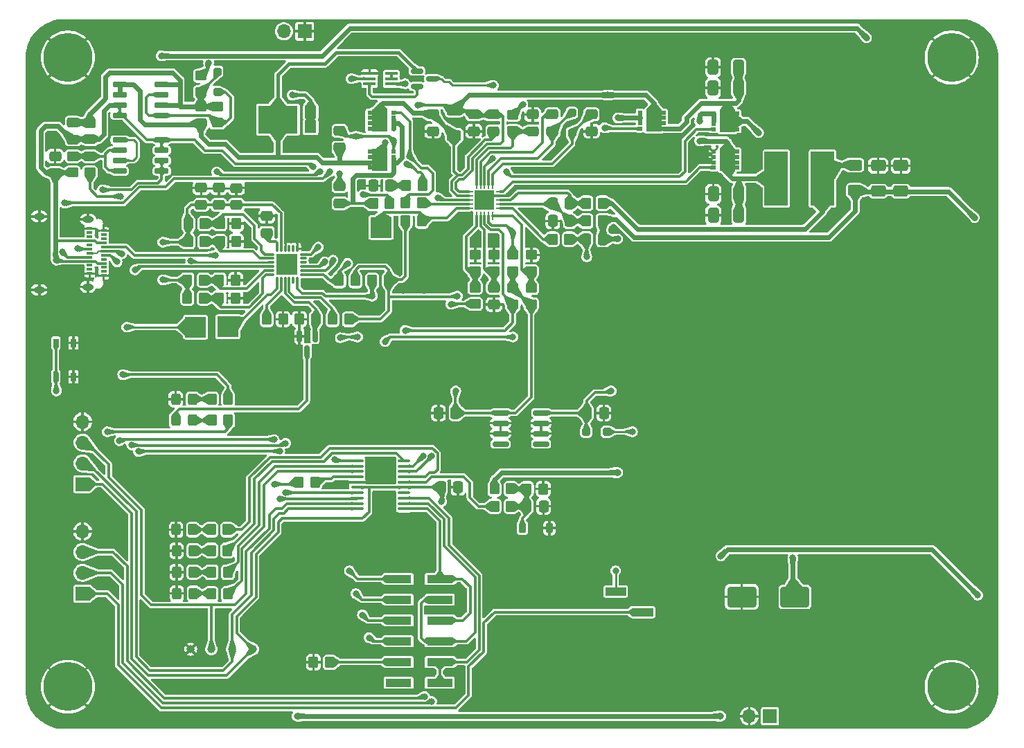
<source format=gtl>
G04 #@! TF.GenerationSoftware,KiCad,Pcbnew,7.0.1*
G04 #@! TF.CreationDate,2023-10-22T20:19:39-04:00*
G04 #@! TF.ProjectId,battery_charging_devboard,62617474-6572-4795-9f63-68617267696e,rev?*
G04 #@! TF.SameCoordinates,Original*
G04 #@! TF.FileFunction,Copper,L1,Top*
G04 #@! TF.FilePolarity,Positive*
%FSLAX46Y46*%
G04 Gerber Fmt 4.6, Leading zero omitted, Abs format (unit mm)*
G04 Created by KiCad (PCBNEW 7.0.1) date 2023-10-22 20:19:39*
%MOMM*%
%LPD*%
G01*
G04 APERTURE LIST*
G04 Aperture macros list*
%AMRoundRect*
0 Rectangle with rounded corners*
0 $1 Rounding radius*
0 $2 $3 $4 $5 $6 $7 $8 $9 X,Y pos of 4 corners*
0 Add a 4 corners polygon primitive as box body*
4,1,4,$2,$3,$4,$5,$6,$7,$8,$9,$2,$3,0*
0 Add four circle primitives for the rounded corners*
1,1,$1+$1,$2,$3*
1,1,$1+$1,$4,$5*
1,1,$1+$1,$6,$7*
1,1,$1+$1,$8,$9*
0 Add four rect primitives between the rounded corners*
20,1,$1+$1,$2,$3,$4,$5,0*
20,1,$1+$1,$4,$5,$6,$7,0*
20,1,$1+$1,$6,$7,$8,$9,0*
20,1,$1+$1,$8,$9,$2,$3,0*%
G04 Aperture macros list end*
G04 #@! TA.AperFunction,SMDPad,CuDef*
%ADD10RoundRect,0.250000X-0.650000X0.412500X-0.650000X-0.412500X0.650000X-0.412500X0.650000X0.412500X0*%
G04 #@! TD*
G04 #@! TA.AperFunction,SMDPad,CuDef*
%ADD11RoundRect,0.250000X0.450000X-0.350000X0.450000X0.350000X-0.450000X0.350000X-0.450000X-0.350000X0*%
G04 #@! TD*
G04 #@! TA.AperFunction,SMDPad,CuDef*
%ADD12R,0.500000X0.470000*%
G04 #@! TD*
G04 #@! TA.AperFunction,SMDPad,CuDef*
%ADD13R,0.550000X0.470000*%
G04 #@! TD*
G04 #@! TA.AperFunction,SMDPad,CuDef*
%ADD14R,1.850000X2.700000*%
G04 #@! TD*
G04 #@! TA.AperFunction,SMDPad,CuDef*
%ADD15RoundRect,0.250000X-0.337500X-0.475000X0.337500X-0.475000X0.337500X0.475000X-0.337500X0.475000X0*%
G04 #@! TD*
G04 #@! TA.AperFunction,SMDPad,CuDef*
%ADD16RoundRect,0.250000X-0.350000X-0.450000X0.350000X-0.450000X0.350000X0.450000X-0.350000X0.450000X0*%
G04 #@! TD*
G04 #@! TA.AperFunction,SMDPad,CuDef*
%ADD17RoundRect,0.250000X0.475000X-0.337500X0.475000X0.337500X-0.475000X0.337500X-0.475000X-0.337500X0*%
G04 #@! TD*
G04 #@! TA.AperFunction,SMDPad,CuDef*
%ADD18RoundRect,0.250000X-0.412500X-0.650000X0.412500X-0.650000X0.412500X0.650000X-0.412500X0.650000X0*%
G04 #@! TD*
G04 #@! TA.AperFunction,SMDPad,CuDef*
%ADD19RoundRect,0.250000X0.350000X0.450000X-0.350000X0.450000X-0.350000X-0.450000X0.350000X-0.450000X0*%
G04 #@! TD*
G04 #@! TA.AperFunction,SMDPad,CuDef*
%ADD20RoundRect,0.250000X-0.250000X-0.250000X0.250000X-0.250000X0.250000X0.250000X-0.250000X0.250000X0*%
G04 #@! TD*
G04 #@! TA.AperFunction,SMDPad,CuDef*
%ADD21RoundRect,0.250000X-0.325000X-0.450000X0.325000X-0.450000X0.325000X0.450000X-0.325000X0.450000X0*%
G04 #@! TD*
G04 #@! TA.AperFunction,SMDPad,CuDef*
%ADD22RoundRect,0.250000X-0.475000X0.337500X-0.475000X-0.337500X0.475000X-0.337500X0.475000X0.337500X0*%
G04 #@! TD*
G04 #@! TA.AperFunction,SMDPad,CuDef*
%ADD23RoundRect,0.250000X0.337500X0.475000X-0.337500X0.475000X-0.337500X-0.475000X0.337500X-0.475000X0*%
G04 #@! TD*
G04 #@! TA.AperFunction,SMDPad,CuDef*
%ADD24RoundRect,0.250000X-0.450000X0.350000X-0.450000X-0.350000X0.450000X-0.350000X0.450000X0.350000X0*%
G04 #@! TD*
G04 #@! TA.AperFunction,SMDPad,CuDef*
%ADD25RoundRect,0.150000X-0.150000X0.587500X-0.150000X-0.587500X0.150000X-0.587500X0.150000X0.587500X0*%
G04 #@! TD*
G04 #@! TA.AperFunction,ComponentPad*
%ADD26C,0.800000*%
G04 #@! TD*
G04 #@! TA.AperFunction,ComponentPad*
%ADD27C,6.000000*%
G04 #@! TD*
G04 #@! TA.AperFunction,SMDPad,CuDef*
%ADD28RoundRect,0.150000X-0.725000X-0.150000X0.725000X-0.150000X0.725000X0.150000X-0.725000X0.150000X0*%
G04 #@! TD*
G04 #@! TA.AperFunction,SMDPad,CuDef*
%ADD29RoundRect,0.250000X-0.625000X0.400000X-0.625000X-0.400000X0.625000X-0.400000X0.625000X0.400000X0*%
G04 #@! TD*
G04 #@! TA.AperFunction,SMDPad,CuDef*
%ADD30R,2.500000X2.500000*%
G04 #@! TD*
G04 #@! TA.AperFunction,SMDPad,CuDef*
%ADD31RoundRect,0.062500X-0.425000X-0.062500X0.425000X-0.062500X0.425000X0.062500X-0.425000X0.062500X0*%
G04 #@! TD*
G04 #@! TA.AperFunction,SMDPad,CuDef*
%ADD32RoundRect,0.062500X-0.062500X-0.425000X0.062500X-0.425000X0.062500X0.425000X-0.062500X0.425000X0*%
G04 #@! TD*
G04 #@! TA.AperFunction,SMDPad,CuDef*
%ADD33R,2.400000X2.400000*%
G04 #@! TD*
G04 #@! TA.AperFunction,SMDPad,CuDef*
%ADD34RoundRect,0.250000X1.500000X1.000000X-1.500000X1.000000X-1.500000X-1.000000X1.500000X-1.000000X0*%
G04 #@! TD*
G04 #@! TA.AperFunction,SMDPad,CuDef*
%ADD35C,1.000000*%
G04 #@! TD*
G04 #@! TA.AperFunction,SMDPad,CuDef*
%ADD36R,2.510000X1.000000*%
G04 #@! TD*
G04 #@! TA.AperFunction,ComponentPad*
%ADD37R,1.700000X1.700000*%
G04 #@! TD*
G04 #@! TA.AperFunction,ComponentPad*
%ADD38O,1.700000X1.700000*%
G04 #@! TD*
G04 #@! TA.AperFunction,SMDPad,CuDef*
%ADD39RoundRect,0.250000X0.625000X-0.400000X0.625000X0.400000X-0.625000X0.400000X-0.625000X-0.400000X0*%
G04 #@! TD*
G04 #@! TA.AperFunction,SMDPad,CuDef*
%ADD40RoundRect,0.225000X-0.225000X-0.375000X0.225000X-0.375000X0.225000X0.375000X-0.225000X0.375000X0*%
G04 #@! TD*
G04 #@! TA.AperFunction,SMDPad,CuDef*
%ADD41R,0.700000X0.300000*%
G04 #@! TD*
G04 #@! TA.AperFunction,ComponentPad*
%ADD42O,1.400000X0.800000*%
G04 #@! TD*
G04 #@! TA.AperFunction,SMDPad,CuDef*
%ADD43R,2.850000X6.600000*%
G04 #@! TD*
G04 #@! TA.AperFunction,SMDPad,CuDef*
%ADD44R,0.650000X1.050000*%
G04 #@! TD*
G04 #@! TA.AperFunction,SMDPad,CuDef*
%ADD45RoundRect,0.150000X-0.587500X-0.150000X0.587500X-0.150000X0.587500X0.150000X-0.587500X0.150000X0*%
G04 #@! TD*
G04 #@! TA.AperFunction,SMDPad,CuDef*
%ADD46RoundRect,0.100000X0.637500X0.100000X-0.637500X0.100000X-0.637500X-0.100000X0.637500X-0.100000X0*%
G04 #@! TD*
G04 #@! TA.AperFunction,SMDPad,CuDef*
%ADD47R,1.500000X0.400000*%
G04 #@! TD*
G04 #@! TA.AperFunction,SMDPad,CuDef*
%ADD48RoundRect,0.150000X0.725000X0.150000X-0.725000X0.150000X-0.725000X-0.150000X0.725000X-0.150000X0*%
G04 #@! TD*
G04 #@! TA.AperFunction,SMDPad,CuDef*
%ADD49RoundRect,0.075000X-0.350000X-0.075000X0.350000X-0.075000X0.350000X0.075000X-0.350000X0.075000X0*%
G04 #@! TD*
G04 #@! TA.AperFunction,SMDPad,CuDef*
%ADD50RoundRect,0.075000X-0.075000X-0.350000X0.075000X-0.350000X0.075000X0.350000X-0.075000X0.350000X0*%
G04 #@! TD*
G04 #@! TA.AperFunction,SMDPad,CuDef*
%ADD51R,2.650000X2.650000*%
G04 #@! TD*
G04 #@! TA.AperFunction,SMDPad,CuDef*
%ADD52RoundRect,0.150000X-0.825000X-0.150000X0.825000X-0.150000X0.825000X0.150000X-0.825000X0.150000X0*%
G04 #@! TD*
G04 #@! TA.AperFunction,SMDPad,CuDef*
%ADD53RoundRect,0.250000X0.250000X-0.250000X0.250000X0.250000X-0.250000X0.250000X-0.250000X-0.250000X0*%
G04 #@! TD*
G04 #@! TA.AperFunction,SMDPad,CuDef*
%ADD54R,3.150000X1.000000*%
G04 #@! TD*
G04 #@! TA.AperFunction,SMDPad,CuDef*
%ADD55RoundRect,0.250000X-0.250000X0.250000X-0.250000X-0.250000X0.250000X-0.250000X0.250000X0.250000X0*%
G04 #@! TD*
G04 #@! TA.AperFunction,SMDPad,CuDef*
%ADD56R,4.860000X3.360000*%
G04 #@! TD*
G04 #@! TA.AperFunction,SMDPad,CuDef*
%ADD57R,1.400000X1.390000*%
G04 #@! TD*
G04 #@! TA.AperFunction,ViaPad*
%ADD58C,0.800000*%
G04 #@! TD*
G04 #@! TA.AperFunction,Conductor*
%ADD59C,0.250000*%
G04 #@! TD*
G04 #@! TA.AperFunction,Conductor*
%ADD60C,0.300000*%
G04 #@! TD*
G04 #@! TA.AperFunction,Conductor*
%ADD61C,0.600000*%
G04 #@! TD*
G04 #@! TA.AperFunction,Conductor*
%ADD62C,0.400000*%
G04 #@! TD*
G04 #@! TA.AperFunction,Conductor*
%ADD63C,0.200000*%
G04 #@! TD*
G04 APERTURE END LIST*
D10*
X145800000Y-57237500D03*
X145800000Y-60362500D03*
D11*
X93775000Y-74158947D03*
X93775000Y-72158947D03*
D12*
X83780000Y-52687500D03*
X83780000Y-52037500D03*
X83780000Y-51387500D03*
X83780000Y-50737500D03*
D13*
X80880000Y-52687500D03*
X80880000Y-52037500D03*
D14*
X82075000Y-51712500D03*
D13*
X80880000Y-51387500D03*
X80880000Y-50737500D03*
D15*
X107422500Y-87515000D03*
X109497500Y-87515000D03*
D16*
X58700000Y-64337500D03*
X60700000Y-64337500D03*
D17*
X60300000Y-62025000D03*
X60300000Y-59950000D03*
D16*
X62600000Y-64337500D03*
X64600000Y-64337500D03*
D18*
X122837500Y-47725000D03*
X125962500Y-47725000D03*
D12*
X122895000Y-55527500D03*
X122895000Y-56177500D03*
X122895000Y-56827500D03*
X122895000Y-57477500D03*
D13*
X125795000Y-55527500D03*
X125795000Y-56177500D03*
D14*
X124600000Y-56502500D03*
D13*
X125795000Y-56827500D03*
X125795000Y-57477500D03*
D15*
X100057500Y-98920000D03*
X102132500Y-98920000D03*
D19*
X78350000Y-76037500D03*
X76350000Y-76037500D03*
D17*
X60250000Y-52062500D03*
X60250000Y-49987500D03*
D16*
X62500000Y-71237500D03*
X64500000Y-71237500D03*
D20*
X107350000Y-89800000D03*
X109850000Y-89800000D03*
D21*
X57220000Y-101780000D03*
X59270000Y-101780000D03*
X57175000Y-85800000D03*
X59225000Y-85800000D03*
D12*
X113900000Y-50750000D03*
X113900000Y-51400000D03*
X113900000Y-52050000D03*
X113900000Y-52700000D03*
D13*
X116800000Y-50750000D03*
X116800000Y-51400000D03*
D14*
X115605000Y-51725000D03*
D13*
X116800000Y-52050000D03*
X116800000Y-52700000D03*
D22*
X108000000Y-50962500D03*
X108000000Y-53037500D03*
D16*
X74000000Y-118000000D03*
X76000000Y-118000000D03*
D23*
X91367500Y-87515000D03*
X89292500Y-87515000D03*
D19*
X102095000Y-96790000D03*
X100095000Y-96790000D03*
D16*
X61600000Y-88400000D03*
X63600000Y-88400000D03*
D24*
X98400000Y-51000000D03*
X98400000Y-53000000D03*
D25*
X74200000Y-78100000D03*
X72300000Y-78100000D03*
X73250000Y-79975000D03*
D17*
X62450000Y-62025000D03*
X62450000Y-59950000D03*
D15*
X89597500Y-96590000D03*
X91672500Y-96590000D03*
D26*
X149750000Y-121000000D03*
X150409010Y-119409010D03*
X150409010Y-122590990D03*
X152000000Y-118750000D03*
D27*
X152000000Y-121000000D03*
D26*
X152000000Y-123250000D03*
X153590990Y-119409010D03*
X153590990Y-122590990D03*
X154250000Y-121000000D03*
D12*
X122895000Y-50825000D03*
X122895000Y-51475000D03*
X122895000Y-52125000D03*
X122895000Y-52775000D03*
D13*
X125795000Y-50825000D03*
X125795000Y-51475000D03*
D14*
X124600000Y-51800000D03*
D13*
X125795000Y-52125000D03*
X125795000Y-52775000D03*
D28*
X50325000Y-54082500D03*
X50325000Y-55352500D03*
X50325000Y-56622500D03*
X50325000Y-57892500D03*
X55475000Y-57892500D03*
X55475000Y-56622500D03*
X55475000Y-55352500D03*
X55475000Y-54082500D03*
D16*
X72200000Y-96000000D03*
X74200000Y-96000000D03*
D11*
X46700000Y-54000000D03*
X46700000Y-52000000D03*
D21*
X57290000Y-104350000D03*
X59340000Y-104350000D03*
D29*
X91200000Y-50450000D03*
X91200000Y-53550000D03*
D30*
X63550000Y-76937500D03*
D19*
X83200000Y-71287500D03*
X81200000Y-71287500D03*
D31*
X93037500Y-60458947D03*
X93037500Y-60958947D03*
X93037500Y-61458947D03*
X93037500Y-61958947D03*
X93037500Y-62458947D03*
D32*
X93925000Y-63346447D03*
X94425000Y-63346447D03*
X94925000Y-63346447D03*
X95425000Y-63346447D03*
X95925000Y-63346447D03*
D31*
X96812500Y-62458947D03*
X96812500Y-61958947D03*
X96812500Y-61458947D03*
X96812500Y-60958947D03*
X96812500Y-60458947D03*
D32*
X95925000Y-59571447D03*
X95425000Y-59571447D03*
X94925000Y-59571447D03*
X94425000Y-59571447D03*
X93925000Y-59571447D03*
D33*
X94925000Y-61458947D03*
D21*
X57310000Y-109580000D03*
X59360000Y-109580000D03*
D24*
X100625000Y-72208947D03*
X100625000Y-74208947D03*
D19*
X63495000Y-104330000D03*
X61495000Y-104330000D03*
D16*
X85275000Y-64008947D03*
X87275000Y-64008947D03*
D22*
X93600000Y-50962500D03*
X93600000Y-53037500D03*
D11*
X100625000Y-70158947D03*
X100625000Y-68158947D03*
D21*
X57290000Y-106980000D03*
X59340000Y-106980000D03*
D19*
X63565000Y-109650000D03*
X61565000Y-109650000D03*
D34*
X132850000Y-110000000D03*
X126350000Y-110000000D03*
D19*
X63555000Y-106990000D03*
X61555000Y-106990000D03*
D35*
X59000000Y-116400000D03*
D24*
X46700000Y-56087500D03*
X46700000Y-58087500D03*
D30*
X59600000Y-77000000D03*
D10*
X143025000Y-57237500D03*
X143025000Y-60362500D03*
D36*
X110945000Y-109330000D03*
X114255000Y-111870000D03*
D16*
X72300000Y-76037500D03*
X74300000Y-76037500D03*
X85275000Y-61808947D03*
X87275000Y-61808947D03*
D37*
X45800000Y-96200000D03*
D38*
X45800000Y-93660000D03*
X45800000Y-91120000D03*
X45800000Y-88580000D03*
D17*
X96000000Y-53037500D03*
X96000000Y-50962500D03*
D16*
X81325000Y-61862500D03*
X83325000Y-61862500D03*
D24*
X98375000Y-72208947D03*
X98375000Y-74208947D03*
D17*
X68300000Y-65475000D03*
X68300000Y-63400000D03*
X77200000Y-61837500D03*
X77200000Y-59762500D03*
D37*
X129800000Y-124600000D03*
D38*
X127260000Y-124600000D03*
D37*
X45800000Y-109600000D03*
D38*
X45800000Y-107060000D03*
X45800000Y-104520000D03*
X45800000Y-101980000D03*
D19*
X105250000Y-66237500D03*
X103250000Y-66237500D03*
D17*
X42450000Y-58137500D03*
X42450000Y-56062500D03*
D11*
X60250000Y-48237500D03*
X60250000Y-46237500D03*
D17*
X64600000Y-62037500D03*
X64600000Y-59962500D03*
D16*
X58600000Y-73437500D03*
X60600000Y-73437500D03*
D11*
X44600000Y-58087500D03*
X44600000Y-56087500D03*
D39*
X140200000Y-60262500D03*
X140200000Y-57162500D03*
D19*
X79150000Y-71287500D03*
X77150000Y-71287500D03*
D18*
X122837500Y-45200000D03*
X125962500Y-45200000D03*
D19*
X98125000Y-96780000D03*
X96125000Y-96780000D03*
D15*
X81325000Y-59687500D03*
X83400000Y-59687500D03*
D23*
X105337500Y-64008947D03*
X103262500Y-64008947D03*
D40*
X99535000Y-101590000D03*
X102835000Y-101590000D03*
D41*
X48370000Y-65187500D03*
X48370000Y-65687500D03*
X48370000Y-66187500D03*
X48370000Y-66687500D03*
X48370000Y-67187500D03*
X48370000Y-67687500D03*
X48370000Y-68187500D03*
X48370000Y-68687500D03*
X48370000Y-69187500D03*
X48370000Y-69687500D03*
X48370000Y-70187500D03*
X48370000Y-70687500D03*
X46670000Y-70437500D03*
X46670000Y-69937500D03*
X46670000Y-69437500D03*
X46670000Y-68937500D03*
X46670000Y-68437500D03*
X46670000Y-67937500D03*
X46670000Y-67437500D03*
X46670000Y-66937500D03*
X46670000Y-66437500D03*
X46670000Y-65937500D03*
X46670000Y-65437500D03*
X46670000Y-64937500D03*
D42*
X40510000Y-63447500D03*
X46460000Y-63807500D03*
X46460000Y-72067500D03*
X40510000Y-72427500D03*
D19*
X87362500Y-59637500D03*
X85362500Y-59637500D03*
D17*
X96075000Y-74233947D03*
X96075000Y-72158947D03*
D43*
X130575000Y-58800000D03*
X136225000Y-58800000D03*
D18*
X122875000Y-60700000D03*
X126000000Y-60700000D03*
D44*
X44675000Y-78925000D03*
X44675000Y-83075000D03*
X42525000Y-78925000D03*
X42525000Y-83075000D03*
D16*
X61575000Y-85800000D03*
X63575000Y-85800000D03*
D26*
X41750000Y-121000000D03*
X42409010Y-119409010D03*
X42409010Y-122590990D03*
X44000000Y-118750000D03*
D27*
X44000000Y-121000000D03*
D26*
X44000000Y-123250000D03*
X45590990Y-119409010D03*
X45590990Y-122590990D03*
X46250000Y-121000000D03*
D12*
X83825000Y-57497500D03*
X83825000Y-56847500D03*
X83825000Y-56197500D03*
X83825000Y-55547500D03*
D13*
X80925000Y-57497500D03*
X80925000Y-56847500D03*
D14*
X82120000Y-56522500D03*
D13*
X80925000Y-56197500D03*
X80925000Y-55547500D03*
D23*
X105337500Y-61858947D03*
X103262500Y-61858947D03*
D45*
X86662500Y-45650000D03*
X86662500Y-47550000D03*
X88537500Y-46600000D03*
D11*
X62250000Y-51987500D03*
X62250000Y-49987500D03*
D46*
X85092500Y-99215000D03*
X85092500Y-98565000D03*
X85092500Y-97915000D03*
X85092500Y-97265000D03*
X85092500Y-96615000D03*
X85092500Y-95965000D03*
X85092500Y-95315000D03*
X85092500Y-94665000D03*
X85092500Y-94015000D03*
X85092500Y-93365000D03*
X79367500Y-93365000D03*
X79367500Y-94015000D03*
X79367500Y-94665000D03*
X79367500Y-95315000D03*
X79367500Y-95965000D03*
X79367500Y-96615000D03*
X79367500Y-97265000D03*
X79367500Y-97915000D03*
X79367500Y-98565000D03*
X79367500Y-99215000D03*
D19*
X63505000Y-101770000D03*
X61505000Y-101770000D03*
D47*
X80870000Y-45950000D03*
X80870000Y-46600000D03*
X80870000Y-47250000D03*
X83530000Y-47250000D03*
X83530000Y-46600000D03*
X83530000Y-45950000D03*
D48*
X55475000Y-51092500D03*
X55475000Y-49822500D03*
X55475000Y-48552500D03*
X55475000Y-47282500D03*
X50325000Y-47282500D03*
X50325000Y-48552500D03*
X50325000Y-49822500D03*
X50325000Y-51092500D03*
D18*
X122875000Y-63300000D03*
X126000000Y-63300000D03*
D49*
X68850000Y-68087500D03*
X68850000Y-68587500D03*
X68850000Y-69087500D03*
X68850000Y-69587500D03*
X68850000Y-70087500D03*
X68850000Y-70587500D03*
D50*
X69550000Y-71287500D03*
X70050000Y-71287500D03*
X70550000Y-71287500D03*
X71050000Y-71287500D03*
X71550000Y-71287500D03*
X72050000Y-71287500D03*
D49*
X72750000Y-70587500D03*
X72750000Y-70087500D03*
X72750000Y-69587500D03*
X72750000Y-69087500D03*
X72750000Y-68587500D03*
X72750000Y-68087500D03*
D50*
X72050000Y-67387500D03*
X71550000Y-67387500D03*
X71050000Y-67387500D03*
X70550000Y-67387500D03*
X70050000Y-67387500D03*
X69550000Y-67387500D03*
D51*
X70800000Y-69337500D03*
D23*
X109387500Y-66237500D03*
X107312500Y-66237500D03*
D24*
X96075000Y-68146447D03*
X96075000Y-70146447D03*
D52*
X96880000Y-87485000D03*
X96880000Y-88755000D03*
X96880000Y-90025000D03*
X96880000Y-91295000D03*
X101830000Y-91295000D03*
X101830000Y-90025000D03*
X101830000Y-88755000D03*
X101830000Y-87485000D03*
D53*
X62250000Y-48237500D03*
X62250000Y-45737500D03*
D16*
X68300000Y-76037500D03*
X70300000Y-76037500D03*
D11*
X93775000Y-70158947D03*
X93775000Y-68158947D03*
D54*
X84400000Y-107800000D03*
X89450000Y-107800000D03*
X84400000Y-110340000D03*
X89450000Y-110340000D03*
X84400000Y-112880000D03*
X89450000Y-112880000D03*
X84400000Y-115420000D03*
X89450000Y-115420000D03*
X84400000Y-117960000D03*
X89450000Y-117960000D03*
X84400000Y-120500000D03*
X89450000Y-120500000D03*
D16*
X58600000Y-71237500D03*
X60600000Y-71237500D03*
D55*
X105600000Y-50750000D03*
X105600000Y-53250000D03*
D11*
X98375000Y-70158947D03*
X98375000Y-68158947D03*
D35*
X66620000Y-116400000D03*
D22*
X88600000Y-50962500D03*
X88600000Y-53037500D03*
D16*
X62600000Y-66537500D03*
X64600000Y-66537500D03*
D19*
X109350000Y-61833947D03*
X107350000Y-61833947D03*
D22*
X100800000Y-50962500D03*
X100800000Y-53037500D03*
D30*
X82275000Y-64808947D03*
D22*
X103200000Y-50962500D03*
X103200000Y-53037500D03*
D17*
X44600000Y-54037500D03*
X44600000Y-51962500D03*
D26*
X41750000Y-44000000D03*
X42409010Y-42409010D03*
X42409010Y-45590990D03*
X44000000Y-41750000D03*
D27*
X44000000Y-44000000D03*
D26*
X44000000Y-46250000D03*
X45590990Y-42409010D03*
X45590990Y-45590990D03*
X46250000Y-44000000D03*
X149750000Y-44000000D03*
X150409010Y-42409010D03*
X150409010Y-45590990D03*
X152000000Y-41750000D03*
D27*
X152000000Y-44000000D03*
D26*
X152000000Y-46250000D03*
X153590990Y-42409010D03*
X153590990Y-45590990D03*
X154250000Y-44000000D03*
D35*
X64080000Y-116400000D03*
D16*
X58700000Y-66537500D03*
X60700000Y-66537500D03*
D56*
X69680000Y-51600000D03*
D57*
X73662000Y-50680000D03*
X73662000Y-52520000D03*
D17*
X77200000Y-55037500D03*
X77200000Y-52962500D03*
D35*
X61540000Y-116400000D03*
D21*
X57175000Y-88400000D03*
X59225000Y-88400000D03*
D16*
X96135000Y-98920000D03*
X98135000Y-98920000D03*
X62500000Y-73437500D03*
X64500000Y-73437500D03*
D37*
X72940000Y-40800000D03*
D38*
X70400000Y-40800000D03*
D19*
X109350000Y-64008947D03*
X107350000Y-64008947D03*
D58*
X113000000Y-89800000D03*
X110945000Y-106800000D03*
X74600000Y-67200000D03*
X74000000Y-57400000D03*
X76000000Y-58000000D03*
X43600000Y-61800000D03*
X74800000Y-58000000D03*
X62200000Y-58000000D03*
X62000000Y-68200000D03*
X59000000Y-68888000D03*
X50400000Y-61000000D03*
X52200000Y-70000000D03*
X51200000Y-77000000D03*
X48200000Y-60200000D03*
X141600000Y-41600000D03*
X114900000Y-55200000D03*
X117400000Y-55200000D03*
X100200000Y-63000000D03*
X155200000Y-109800000D03*
X123800000Y-105000000D03*
X123800000Y-124600000D03*
X91600000Y-73200000D03*
X91400000Y-84800000D03*
X69200000Y-96200000D03*
X69200000Y-90759089D03*
X50305378Y-90894622D03*
X42600000Y-84800000D03*
X48800000Y-89800000D03*
X42600000Y-68800000D03*
X50600000Y-68000000D03*
X50000000Y-69000000D03*
X69900500Y-92158089D03*
X52600000Y-92200000D03*
X51800000Y-91400000D03*
X70600000Y-91200000D03*
X55400000Y-43800000D03*
X89654938Y-98345062D03*
X107500000Y-42500000D03*
X92000000Y-57000000D03*
X76100000Y-47600000D03*
X140000000Y-87500000D03*
X135000000Y-82500000D03*
X117500000Y-42500000D03*
X120000000Y-92500000D03*
X107700000Y-57400000D03*
X95000000Y-80000000D03*
X125000000Y-112500000D03*
X140000000Y-67500000D03*
X132500000Y-42500000D03*
X70000000Y-115000000D03*
X70000000Y-60000000D03*
X100000000Y-42500000D03*
X57500000Y-115000000D03*
X75000000Y-102500000D03*
X135000000Y-87500000D03*
X120000000Y-67500000D03*
X130000000Y-87500000D03*
X42500000Y-107500000D03*
X152500000Y-97500000D03*
X93800000Y-66000000D03*
X70000000Y-80000000D03*
X107800000Y-55200000D03*
X42500000Y-112500000D03*
X67500000Y-80000000D03*
X57500000Y-100000000D03*
X81800000Y-95600000D03*
X152500000Y-70000000D03*
X77500000Y-112500000D03*
X117500000Y-57500000D03*
X120000000Y-82500000D03*
X140000000Y-122500000D03*
X55000000Y-117500000D03*
X125000000Y-102500000D03*
X60000000Y-57500000D03*
X67500000Y-42500000D03*
X87500000Y-72500000D03*
X90000000Y-42500000D03*
X119978896Y-62471672D03*
X92500000Y-80000000D03*
X42500000Y-75000000D03*
X72500000Y-65000000D03*
X79800000Y-59600000D03*
X62500000Y-80000000D03*
X77500000Y-110000000D03*
X117500000Y-122500000D03*
X120000000Y-107500000D03*
X152500000Y-95000000D03*
X85000000Y-87500000D03*
X105200000Y-57400000D03*
X115000000Y-57500000D03*
X42500000Y-50000000D03*
X115000000Y-42500000D03*
X42500000Y-110000000D03*
X70000000Y-85000000D03*
X135000000Y-97500000D03*
X130000000Y-82500000D03*
X130000000Y-72500000D03*
X140000000Y-82500000D03*
X152500000Y-67500000D03*
X100000000Y-122500000D03*
X45000000Y-75000000D03*
X105000000Y-42500000D03*
X77500000Y-65000000D03*
X120000000Y-60000000D03*
X152500000Y-77500000D03*
X125000000Y-92500000D03*
X87500000Y-67500000D03*
X112500000Y-122500000D03*
X87500000Y-82500000D03*
X107500000Y-122500000D03*
X66400000Y-70400000D03*
X67500000Y-82500000D03*
X140000000Y-72500000D03*
X140000000Y-107500000D03*
X65000000Y-52500000D03*
X75000000Y-85000000D03*
X122500000Y-42500000D03*
X70000000Y-82500000D03*
X42500000Y-92500000D03*
X130000000Y-92500000D03*
X65000000Y-80000000D03*
X127500000Y-42500000D03*
X80000000Y-44400000D03*
X52500000Y-122500000D03*
X120000000Y-87500000D03*
X75000000Y-82500000D03*
X42500000Y-97500000D03*
X47500000Y-82500000D03*
X75000000Y-110000000D03*
X95000000Y-82500000D03*
X71000000Y-54800000D03*
X152500000Y-90000000D03*
X97500000Y-80000000D03*
X70000000Y-120000000D03*
X112500000Y-42500000D03*
X90000000Y-80000000D03*
X110000000Y-42500000D03*
X120000000Y-102500000D03*
X130000000Y-67500000D03*
X135000000Y-67500000D03*
X87500000Y-75000000D03*
X122500000Y-122500000D03*
X135000000Y-122500000D03*
X130000000Y-112500000D03*
X95000000Y-122500000D03*
X95000000Y-42500000D03*
X47500000Y-77500000D03*
X50000000Y-42500000D03*
X90200000Y-55400000D03*
X152500000Y-87500000D03*
X140000000Y-92500000D03*
X135000000Y-77500000D03*
X42500000Y-105000000D03*
X120400000Y-56800000D03*
X130000000Y-107500000D03*
X152500000Y-100000000D03*
X152500000Y-115000000D03*
X125000000Y-97500000D03*
X125000000Y-72500000D03*
X82500000Y-44400000D03*
X57500000Y-117500000D03*
X120400000Y-55200000D03*
X65000000Y-42500000D03*
X82800000Y-93800000D03*
X90000000Y-82500000D03*
X87500000Y-42500000D03*
X73600000Y-47600000D03*
X85000000Y-82500000D03*
X152500000Y-92500000D03*
X87500000Y-70000000D03*
X55000000Y-42500000D03*
X120000000Y-42500000D03*
X65000000Y-55000000D03*
X52500000Y-42500000D03*
X92500000Y-82500000D03*
X152500000Y-50000000D03*
X85000000Y-72500000D03*
X104900000Y-49600000D03*
X125000000Y-107500000D03*
X125000000Y-82500000D03*
X152500000Y-75000000D03*
X97500000Y-122500000D03*
X152500000Y-55000000D03*
X137500000Y-122500000D03*
X42500000Y-115000000D03*
X72500000Y-62500000D03*
X97500000Y-82500000D03*
X135000000Y-107500000D03*
X65000000Y-50000000D03*
X42500000Y-87500000D03*
X135000000Y-42500000D03*
X96000000Y-66000000D03*
X110000000Y-122500000D03*
X62500000Y-100000000D03*
X152500000Y-72500000D03*
X85000000Y-80000000D03*
X152500000Y-65000000D03*
X85000000Y-75000000D03*
X120000000Y-97500000D03*
X117500000Y-60000000D03*
X80000000Y-42500000D03*
X135000000Y-92500000D03*
X125000000Y-77500000D03*
X135000000Y-102500000D03*
X152500000Y-110000000D03*
X42500000Y-100000000D03*
X120000000Y-77500000D03*
X82500000Y-42500000D03*
X92500000Y-42500000D03*
X147500000Y-42500000D03*
X115000000Y-122500000D03*
X66600000Y-63000000D03*
X135000000Y-112500000D03*
X75000000Y-107500000D03*
X50000000Y-122500000D03*
X62500000Y-42500000D03*
X117500000Y-62500000D03*
X140000000Y-102500000D03*
X140000000Y-112500000D03*
X66000000Y-65400000D03*
X55000000Y-115000000D03*
X130000000Y-77500000D03*
X130000000Y-97500000D03*
X73500000Y-54800000D03*
X125000000Y-67500000D03*
X65000000Y-47500000D03*
X77500000Y-115000000D03*
X105000000Y-122500000D03*
X50000000Y-52500000D03*
X60000000Y-42500000D03*
X130000000Y-102500000D03*
X75000000Y-115000000D03*
X57500000Y-42500000D03*
X66800000Y-72600000D03*
X140000000Y-77500000D03*
X115000000Y-62500000D03*
X92000000Y-55400000D03*
X120000000Y-112500000D03*
X145000000Y-42500000D03*
X145000000Y-122500000D03*
X120000000Y-72500000D03*
X107400000Y-49600000D03*
X67500000Y-60000000D03*
X70000000Y-117500000D03*
X87500000Y-80000000D03*
X75000000Y-105000000D03*
X102500000Y-42500000D03*
X125000000Y-87500000D03*
X42500000Y-90000000D03*
X135000000Y-72500000D03*
X42500000Y-77500000D03*
X42500000Y-54000000D03*
X65000000Y-82500000D03*
X72500000Y-60000000D03*
X42500000Y-95000000D03*
X67500000Y-120000000D03*
X140000000Y-97500000D03*
X125000000Y-42500000D03*
X140000000Y-42500000D03*
X102500000Y-122500000D03*
X42500000Y-102500000D03*
X120000000Y-122500000D03*
X60000000Y-100000000D03*
X75000000Y-112500000D03*
X55000000Y-100000000D03*
X137500000Y-42500000D03*
X97500000Y-42500000D03*
X45000000Y-77500000D03*
X47500000Y-75000000D03*
X47500000Y-80000000D03*
X82500000Y-67500000D03*
X85000000Y-42500000D03*
X67500000Y-85000000D03*
X80000000Y-67500000D03*
X130000000Y-42500000D03*
X115000000Y-60000000D03*
X90200000Y-57000000D03*
X65000000Y-45000000D03*
X102400000Y-49600000D03*
X72000000Y-124600000D03*
X90800000Y-74200000D03*
X82750000Y-54400000D03*
X85444773Y-57067727D03*
X111200000Y-94800000D03*
X111200000Y-66200000D03*
X111200000Y-51400000D03*
X154800000Y-63600000D03*
X75400000Y-69000000D03*
X69899500Y-98000000D03*
X70600000Y-97224837D03*
X45200000Y-67400000D03*
X43299500Y-67800000D03*
X76400000Y-68800000D03*
X50699500Y-82800000D03*
X61200000Y-44649500D03*
X55600000Y-66600000D03*
X55600000Y-71200000D03*
X83825000Y-54187500D03*
X85773405Y-56123795D03*
X77200000Y-58200000D03*
X79200000Y-53650000D03*
X86800000Y-49800000D03*
X128400000Y-53200000D03*
X110400000Y-84800000D03*
X85200000Y-47200000D03*
X110000000Y-48600000D03*
X132600000Y-105200000D03*
X99600000Y-49749500D03*
X96000000Y-47400000D03*
X121200000Y-54200000D03*
X121200000Y-51800000D03*
X107400000Y-68400000D03*
X109600500Y-52600000D03*
X71400000Y-48600000D03*
X78400000Y-106800000D03*
X78200000Y-69200000D03*
X81200000Y-73200000D03*
X79200000Y-109600000D03*
X98375000Y-65375000D03*
X80000000Y-112200000D03*
X98400000Y-78200000D03*
X82770023Y-78770023D03*
X80800000Y-115000000D03*
X85200000Y-77400000D03*
X88461076Y-122800500D03*
X88428622Y-92778182D03*
X87400000Y-92800000D03*
X87600000Y-122200500D03*
X80049500Y-60787500D03*
X89200000Y-61162500D03*
X77300000Y-78300000D03*
X76600000Y-93200000D03*
X78600000Y-46600000D03*
X79400000Y-78200000D03*
X97600000Y-58000000D03*
X95939693Y-56339692D03*
D59*
X60312500Y-59962500D02*
X60300000Y-59950000D01*
X64600000Y-59962500D02*
X60312500Y-59962500D01*
X120427500Y-56827500D02*
X120400000Y-56800000D01*
X122895000Y-56827500D02*
X120427500Y-56827500D01*
X110945000Y-109330000D02*
X110945000Y-106800000D01*
X113000000Y-89800000D02*
X109850000Y-89800000D01*
D60*
X59289950Y-68188000D02*
X59301950Y-68200000D01*
X58710050Y-68188000D02*
X59289950Y-68188000D01*
X58698050Y-68200000D02*
X58710050Y-68188000D01*
X52105025Y-68200000D02*
X58698050Y-68200000D01*
X51092525Y-67187500D02*
X52105025Y-68200000D01*
X59301950Y-68200000D02*
X62000000Y-68200000D01*
X48370000Y-67187500D02*
X51092525Y-67187500D01*
X68850000Y-69587500D02*
X52612500Y-69587500D01*
X52612500Y-69587500D02*
X52200000Y-70000000D01*
X55475000Y-58925000D02*
X55475000Y-57892500D01*
X55000000Y-59400000D02*
X55475000Y-58925000D01*
X52563604Y-59400000D02*
X55000000Y-59400000D01*
X51763604Y-60200000D02*
X52563604Y-59400000D01*
X48200000Y-60200000D02*
X51763604Y-60200000D01*
X55950000Y-59850000D02*
X52750000Y-59850000D01*
X52750000Y-59850000D02*
X50800000Y-61800000D01*
X56950000Y-58850000D02*
X55950000Y-59850000D01*
X76000000Y-58000000D02*
X75150000Y-58850000D01*
X75150000Y-58850000D02*
X56950000Y-58850000D01*
X50800000Y-61800000D02*
X43600000Y-61800000D01*
X62600000Y-58400000D02*
X62200000Y-58000000D01*
X74800000Y-58000000D02*
X74400000Y-58400000D01*
X74400000Y-58400000D02*
X62600000Y-58400000D01*
D61*
X77200000Y-56847500D02*
X75047500Y-56847500D01*
X74400000Y-56200000D02*
X74700000Y-56500000D01*
X75047500Y-56847500D02*
X74700000Y-56500000D01*
X69880000Y-56200000D02*
X74400000Y-56200000D01*
D60*
X74000000Y-57200000D02*
X74000000Y-57400000D01*
X73800000Y-57000000D02*
X74000000Y-57200000D01*
X62900000Y-55400000D02*
X64500000Y-57000000D01*
X60800000Y-55400000D02*
X62900000Y-55400000D01*
X64500000Y-57000000D02*
X73800000Y-57000000D01*
X59482500Y-54082500D02*
X60800000Y-55400000D01*
X55475000Y-54082500D02*
X59482500Y-54082500D01*
D61*
X63200000Y-54600000D02*
X64800000Y-56200000D01*
X61200000Y-54600000D02*
X63200000Y-54600000D01*
X60250000Y-53650000D02*
X61200000Y-54600000D01*
X64800000Y-56200000D02*
X69880000Y-56200000D01*
X69680000Y-56000000D02*
X69680000Y-51600000D01*
X60250000Y-52062500D02*
X60250000Y-53650000D01*
X69680000Y-56000000D02*
X69880000Y-56200000D01*
D59*
X59000000Y-68888000D02*
X59199500Y-69087500D01*
X59199500Y-69087500D02*
X68850000Y-69087500D01*
D60*
X55600000Y-66600000D02*
X58637500Y-66600000D01*
X61200000Y-44649500D02*
X61200000Y-45287500D01*
X61200000Y-45287500D02*
X60250000Y-46237500D01*
X49000000Y-61000000D02*
X50400000Y-61000000D01*
X46700000Y-60100000D02*
X46700000Y-58087500D01*
X47600000Y-61000000D02*
X46700000Y-60100000D01*
X49000000Y-61000000D02*
X47600000Y-61000000D01*
D59*
X51200000Y-77000000D02*
X59600000Y-77000000D01*
D60*
X62200000Y-82800000D02*
X62600000Y-83200000D01*
X50699500Y-82800000D02*
X62200000Y-82800000D01*
D61*
X56814707Y-45887500D02*
X57700000Y-46772793D01*
X49112500Y-45887500D02*
X56814707Y-45887500D01*
X48600000Y-49000000D02*
X48600000Y-46400000D01*
X46700000Y-50900000D02*
X48600000Y-49000000D01*
X48600000Y-46400000D02*
X49112500Y-45887500D01*
X46700000Y-52000000D02*
X46700000Y-50900000D01*
X57700000Y-46772793D02*
X57700000Y-47287500D01*
X140400000Y-40400000D02*
X141600000Y-41600000D01*
X78480762Y-40400000D02*
X140400000Y-40400000D01*
X55400000Y-43800000D02*
X75080762Y-43800000D01*
X75080762Y-43800000D02*
X78480762Y-40400000D01*
D60*
X105337500Y-60875000D02*
X105337500Y-61858947D01*
X105350000Y-60862500D02*
X105337500Y-60875000D01*
X105075000Y-60587500D02*
X105350000Y-60862500D01*
X98141053Y-61458947D02*
X99012500Y-60587500D01*
X96812500Y-61458947D02*
X98141053Y-61458947D01*
X99012500Y-60587500D02*
X105075000Y-60587500D01*
X98600000Y-60000000D02*
X115000000Y-60000000D01*
X97641053Y-60958947D02*
X98600000Y-60000000D01*
X96812500Y-60958947D02*
X97641053Y-60958947D01*
X97191053Y-60408947D02*
X96812500Y-60408947D01*
X119494339Y-59200000D02*
X98400000Y-59200000D01*
X122895000Y-57477500D02*
X121216839Y-57477500D01*
X121216839Y-57477500D02*
X119494339Y-59200000D01*
X98400000Y-59200000D02*
X97191053Y-60408947D01*
X119400000Y-54200000D02*
X120825000Y-52775000D01*
X119400000Y-58000000D02*
X119400000Y-54200000D01*
X98200000Y-58600000D02*
X118800000Y-58600000D01*
X97600000Y-58000000D02*
X98200000Y-58600000D01*
X118800000Y-58600000D02*
X119400000Y-58000000D01*
X120825000Y-52775000D02*
X122895000Y-52775000D01*
D61*
X149600000Y-104200000D02*
X124600000Y-104200000D01*
X124600000Y-104200000D02*
X123800000Y-105000000D01*
X155200000Y-109800000D02*
X149600000Y-104200000D01*
X151600000Y-60400000D02*
X140337500Y-60400000D01*
X154800000Y-63600000D02*
X151600000Y-60400000D01*
X118800000Y-52700000D02*
X116800000Y-52700000D01*
X119600000Y-51900000D02*
X118800000Y-52700000D01*
X119600000Y-51397918D02*
X119600000Y-51900000D01*
X121397918Y-49600000D02*
X119600000Y-51397918D01*
X125600000Y-49600000D02*
X121397918Y-49600000D01*
X125962500Y-49237500D02*
X125600000Y-49600000D01*
X125962500Y-47725000D02*
X125962500Y-49237500D01*
D60*
X109600500Y-52600000D02*
X109700500Y-52700000D01*
X109700500Y-52700000D02*
X113900000Y-52700000D01*
D61*
X72000000Y-124600000D02*
X123800000Y-124600000D01*
X132600000Y-109750000D02*
X132850000Y-110000000D01*
X132600000Y-105200000D02*
X132600000Y-109750000D01*
D60*
X89800000Y-98200000D02*
X89800000Y-96792500D01*
X89654938Y-98345062D02*
X89800000Y-98200000D01*
X94805000Y-113195000D02*
X96130000Y-111870000D01*
X94805000Y-116717818D02*
X94805000Y-113195000D01*
X92982818Y-122017182D02*
X92982818Y-118540000D01*
X91400000Y-123600000D02*
X92982818Y-122017182D01*
X55400000Y-123600000D02*
X91400000Y-123600000D01*
X92982818Y-118540000D02*
X94805000Y-116717818D01*
X50150000Y-118350000D02*
X55400000Y-123600000D01*
X50150000Y-110950000D02*
X50150000Y-118350000D01*
X96130000Y-111870000D02*
X114255000Y-111870000D01*
X48800000Y-109600000D02*
X50150000Y-110950000D01*
X45800000Y-109600000D02*
X48800000Y-109600000D01*
X49260000Y-107060000D02*
X45800000Y-107060000D01*
X50700000Y-108500000D02*
X49260000Y-107060000D01*
X55600000Y-123000000D02*
X50700000Y-118100000D01*
X88461076Y-122800500D02*
X88261576Y-123000000D01*
X88261576Y-123000000D02*
X55600000Y-123000000D01*
X50700000Y-118100000D02*
X50700000Y-108500000D01*
X51250000Y-106250000D02*
X49520000Y-104520000D01*
X51250000Y-117850000D02*
X51250000Y-106250000D01*
X87400500Y-122400000D02*
X55800000Y-122400000D01*
X55800000Y-122400000D02*
X51250000Y-117850000D01*
X87600000Y-122200500D02*
X87400500Y-122400000D01*
X49520000Y-104520000D02*
X45800000Y-104520000D01*
X83300000Y-73300000D02*
X83200000Y-73200000D01*
X91500000Y-73300000D02*
X83300000Y-73300000D01*
X91600000Y-73200000D02*
X91500000Y-73300000D01*
X83200000Y-73200000D02*
X83200000Y-75000000D01*
X83200000Y-71287500D02*
X83200000Y-73200000D01*
X91367500Y-85967500D02*
X91367500Y-84832500D01*
X91367500Y-84832500D02*
X91400000Y-84800000D01*
X64080000Y-117920000D02*
X64080000Y-116400000D01*
X63000000Y-119000000D02*
X64080000Y-117920000D01*
X52350000Y-117350000D02*
X54000000Y-119000000D01*
X46460000Y-93660000D02*
X52350000Y-99550001D01*
X45800000Y-93660000D02*
X46460000Y-93660000D01*
X52350000Y-99550001D02*
X52350000Y-117350000D01*
X54000000Y-119000000D02*
X63000000Y-119000000D01*
X80800000Y-96615000D02*
X82400000Y-96615000D01*
X80800000Y-99600000D02*
X80800000Y-96615000D01*
X69700000Y-100900000D02*
X70200000Y-100400000D01*
X67000000Y-104773834D02*
X69700000Y-102073833D01*
X69700000Y-102073833D02*
X69700000Y-100900000D01*
X64630000Y-112370000D02*
X67000000Y-110000000D01*
X64630000Y-114410000D02*
X64630000Y-112370000D01*
X67000000Y-110000000D02*
X67000000Y-104773834D01*
X66620000Y-116400000D02*
X64630000Y-114410000D01*
X80000000Y-100400000D02*
X80800000Y-99600000D01*
X70200000Y-100400000D02*
X80000000Y-100400000D01*
X70962818Y-99215000D02*
X79367500Y-99215000D01*
X70427818Y-99750000D02*
X70962818Y-99215000D01*
X69850000Y-99750000D02*
X70427818Y-99750000D01*
X69150000Y-100450000D02*
X69850000Y-99750000D01*
X66400000Y-104596016D02*
X69150000Y-101846016D01*
X66400000Y-109800000D02*
X66400000Y-104596016D01*
X69150000Y-101846016D02*
X69150000Y-100450000D01*
X64080000Y-112120000D02*
X66400000Y-109800000D01*
X64080000Y-116400000D02*
X64080000Y-112120000D01*
X46320000Y-91120000D02*
X45800000Y-91120000D01*
X49000000Y-93800000D02*
X46320000Y-91120000D01*
X53000000Y-99400000D02*
X49000000Y-95400000D01*
X54200000Y-111000000D02*
X53000000Y-109800000D01*
X64400000Y-111000000D02*
X54200000Y-111000000D01*
X68600000Y-101618198D02*
X65800000Y-104418198D01*
X65800000Y-104418198D02*
X65800000Y-109600000D01*
X68600000Y-100000000D02*
X68600000Y-101618198D01*
X69400000Y-99200000D02*
X68600000Y-100000000D01*
X65800000Y-109600000D02*
X64400000Y-111000000D01*
X70200000Y-99200000D02*
X69400000Y-99200000D01*
X49000000Y-95400000D02*
X49000000Y-93800000D01*
X70800000Y-98600000D02*
X70200000Y-99200000D01*
X53000000Y-109800000D02*
X53000000Y-99400000D01*
X79332500Y-98600000D02*
X70800000Y-98600000D01*
X48222182Y-96200000D02*
X45800000Y-96200000D01*
X51800000Y-117600000D02*
X51800000Y-99777818D01*
X53800000Y-119600000D02*
X51800000Y-117600000D01*
X63420000Y-119600000D02*
X53800000Y-119600000D01*
X51800000Y-99777818D02*
X48222182Y-96200000D01*
X66620000Y-116400000D02*
X63420000Y-119600000D01*
X61540000Y-116400000D02*
X61540000Y-111000000D01*
X69330000Y-94015000D02*
X79367500Y-94015000D01*
X67400000Y-95945000D02*
X69330000Y-94015000D01*
X67400000Y-101200000D02*
X67400000Y-95945000D01*
X64800000Y-103800000D02*
X67400000Y-101200000D01*
X64800000Y-105745000D02*
X64800000Y-103800000D01*
X63555000Y-106990000D02*
X64800000Y-105745000D01*
X68000000Y-101400000D02*
X68000000Y-96345000D01*
X65250000Y-104150000D02*
X68000000Y-101400000D01*
X69680000Y-94665000D02*
X79367500Y-94665000D01*
X65250000Y-107965000D02*
X65250000Y-104150000D01*
X63565000Y-109650000D02*
X65250000Y-107965000D01*
X68000000Y-96345000D02*
X69680000Y-94665000D01*
X87692894Y-95315000D02*
X85092500Y-95315000D01*
X88237894Y-94770000D02*
X87692894Y-95315000D01*
X88830000Y-94770000D02*
X88237894Y-94770000D01*
X89178622Y-94421378D02*
X88830000Y-94770000D01*
X89178622Y-92467521D02*
X89178622Y-94421378D01*
X74900000Y-92900000D02*
X76000000Y-91800000D01*
X76000000Y-91800000D02*
X88511101Y-91800000D01*
X88511101Y-91800000D02*
X89178622Y-92467521D01*
X66200000Y-100800000D02*
X66200000Y-95400000D01*
X66200000Y-95400000D02*
X68700000Y-92900000D01*
X65230000Y-101770000D02*
X66200000Y-100800000D01*
X63505000Y-101770000D02*
X65230000Y-101770000D01*
X68700000Y-92900000D02*
X74900000Y-92900000D01*
X84177500Y-92450000D02*
X85092500Y-93365000D01*
X76289339Y-92450000D02*
X84177500Y-92450000D01*
X75339339Y-93400000D02*
X76289339Y-92450000D01*
X66800000Y-95600000D02*
X69000000Y-93400000D01*
X66800000Y-101036396D02*
X66800000Y-95600000D01*
X69000000Y-93400000D02*
X75339339Y-93400000D01*
X63506396Y-104330000D02*
X66800000Y-101036396D01*
X63495000Y-104330000D02*
X63506396Y-104330000D01*
X72000000Y-96200000D02*
X72200000Y-96000000D01*
X69200000Y-96200000D02*
X72000000Y-96200000D01*
X50500000Y-90700000D02*
X69140911Y-90700000D01*
X69140911Y-90700000D02*
X69200000Y-90759089D01*
X50305378Y-90894622D02*
X50500000Y-90700000D01*
X42525000Y-84725000D02*
X42600000Y-84800000D01*
X42525000Y-83075000D02*
X42525000Y-84725000D01*
X63200000Y-89800000D02*
X63600000Y-89400000D01*
X48800000Y-89800000D02*
X63200000Y-89800000D01*
X63600000Y-89400000D02*
X63600000Y-88400000D01*
X42737500Y-68937500D02*
X46670000Y-68937500D01*
X42600000Y-68800000D02*
X42737500Y-68937500D01*
D61*
X42450000Y-68650000D02*
X42450000Y-66400000D01*
X42600000Y-68800000D02*
X42450000Y-68650000D01*
D60*
X50287500Y-67687500D02*
X48370000Y-67687500D01*
X50600000Y-68000000D02*
X50287500Y-67687500D01*
X49187500Y-68187500D02*
X48370000Y-68187500D01*
X50000000Y-69000000D02*
X49187500Y-68187500D01*
X52641911Y-92158089D02*
X52600000Y-92200000D01*
X69900500Y-92158089D02*
X52641911Y-92158089D01*
X70341411Y-91458589D02*
X70600000Y-91200000D01*
X51858589Y-91458589D02*
X70341411Y-91458589D01*
X51800000Y-91400000D02*
X51858589Y-91458589D01*
X43299500Y-67800000D02*
X43937000Y-68437500D01*
X43937000Y-68437500D02*
X46670000Y-68437500D01*
X74610000Y-95590000D02*
X74200000Y-96000000D01*
X76155000Y-95590000D02*
X74610000Y-95590000D01*
X76430000Y-95315000D02*
X76155000Y-95590000D01*
X79367500Y-95315000D02*
X76430000Y-95315000D01*
X79282500Y-98000000D02*
X79367500Y-97915000D01*
X69899500Y-98000000D02*
X79282500Y-98000000D01*
X70640163Y-97265000D02*
X79367500Y-97265000D01*
X70600000Y-97224837D02*
X70640163Y-97265000D01*
D62*
X75400000Y-44800000D02*
X71000000Y-44800000D01*
X71000000Y-44800000D02*
X69680000Y-46120000D01*
X69680000Y-46120000D02*
X69680000Y-51600000D01*
X76800000Y-43400000D02*
X75400000Y-44800000D01*
X86662500Y-45650000D02*
X84412500Y-43400000D01*
X84412500Y-43400000D02*
X76800000Y-43400000D01*
D60*
X82400000Y-96615000D02*
X79367500Y-96615000D01*
X79600000Y-69600000D02*
X82800000Y-69600000D01*
X82200000Y-76000000D02*
X78387500Y-76000000D01*
X89597500Y-96590000D02*
X85117500Y-96590000D01*
X85092500Y-96615000D02*
X82400000Y-96615000D01*
X91367500Y-87515000D02*
X91367500Y-85967500D01*
X100625000Y-85575000D02*
X100625000Y-74208947D01*
X96880000Y-87485000D02*
X98715000Y-87485000D01*
D62*
X100375000Y-74208947D02*
X98375000Y-72208947D01*
D60*
X91367500Y-87515000D02*
X96850000Y-87515000D01*
X84800000Y-71200000D02*
X83287500Y-71200000D01*
X82800000Y-69600000D02*
X83200000Y-70000000D01*
X83200000Y-75000000D02*
X82200000Y-76000000D01*
X98375000Y-70158947D02*
X98375000Y-72208947D01*
X79200000Y-70000000D02*
X79600000Y-69600000D01*
X85275000Y-64008947D02*
X85275000Y-70725000D01*
X85275000Y-70725000D02*
X84800000Y-71200000D01*
X83200000Y-70000000D02*
X83200000Y-71287500D01*
X98715000Y-87485000D02*
X100625000Y-85575000D01*
X79200000Y-71237500D02*
X79200000Y-70000000D01*
D63*
X48062500Y-70687500D02*
X48370000Y-70687500D01*
D59*
X72050000Y-66250000D02*
X72050000Y-67387500D01*
X71800000Y-66000000D02*
X72050000Y-66250000D01*
D63*
X48012500Y-70637500D02*
X48062500Y-70687500D01*
X46670000Y-70437500D02*
X47600000Y-70437500D01*
X47800000Y-70637500D02*
X48012500Y-70637500D01*
D59*
X70800000Y-66000000D02*
X71800000Y-66000000D01*
D63*
X47520000Y-65187500D02*
X48370000Y-65187500D01*
D60*
X96812500Y-60958947D02*
X95425000Y-60958947D01*
D59*
X70550000Y-66250000D02*
X70800000Y-66000000D01*
D63*
X47600000Y-70437500D02*
X47800000Y-70637500D01*
X47270000Y-64937500D02*
X47520000Y-65187500D01*
D59*
X70550000Y-67387500D02*
X70550000Y-66250000D01*
D63*
X46670000Y-64937500D02*
X47270000Y-64937500D01*
D60*
X87125000Y-58037500D02*
X86767394Y-58037500D01*
X87362500Y-59637500D02*
X87362500Y-58275000D01*
D61*
X51995000Y-47282500D02*
X52800000Y-48087500D01*
X52800000Y-51587500D02*
X53412500Y-52200000D01*
X53412500Y-52200000D02*
X60112500Y-52200000D01*
X52800000Y-48087500D02*
X52800000Y-51587500D01*
D60*
X93775000Y-74158947D02*
X90841053Y-74158947D01*
D61*
X50325000Y-48552500D02*
X50325000Y-47282500D01*
X50325000Y-47282500D02*
X51995000Y-47282500D01*
D60*
X85797621Y-57067727D02*
X85444773Y-57067727D01*
D61*
X77200000Y-55037500D02*
X77200000Y-56847500D01*
D60*
X82750000Y-54400000D02*
X82750000Y-55892500D01*
X86767394Y-58037500D02*
X85797621Y-57067727D01*
X87362500Y-58275000D02*
X87125000Y-58037500D01*
D61*
X77200000Y-56847500D02*
X80925000Y-56847500D01*
D60*
X90841053Y-74158947D02*
X90800000Y-74200000D01*
X55475000Y-51092500D02*
X61355000Y-51092500D01*
X55475000Y-48552500D02*
X53935000Y-48552500D01*
X53935000Y-48552500D02*
X53600000Y-48887500D01*
X63900000Y-51387500D02*
X63300000Y-51987500D01*
X53600000Y-48887500D02*
X53600000Y-50787500D01*
X62250000Y-48237500D02*
X63250000Y-48237500D01*
X63300000Y-51987500D02*
X62250000Y-51987500D01*
X61355000Y-51092500D02*
X62250000Y-51987500D01*
X63250000Y-48237500D02*
X63900000Y-48887500D01*
X63900000Y-48887500D02*
X63900000Y-51387500D01*
X53905000Y-51092500D02*
X55475000Y-51092500D01*
X53600000Y-50787500D02*
X53905000Y-51092500D01*
D61*
X57700000Y-48087500D02*
X57700000Y-47287500D01*
X57700000Y-48087500D02*
X57700000Y-49987500D01*
D60*
X60250000Y-48237500D02*
X60250000Y-49987500D01*
X62250000Y-46237500D02*
X62250000Y-45737500D01*
D61*
X56900000Y-47287500D02*
X57700000Y-47287500D01*
X62250000Y-49987500D02*
X57700000Y-49987500D01*
X56895000Y-47282500D02*
X56900000Y-47287500D01*
X57512500Y-49800000D02*
X55497500Y-49800000D01*
X55497500Y-49800000D02*
X55475000Y-49822500D01*
X55475000Y-47282500D02*
X56895000Y-47282500D01*
X57700000Y-49987500D02*
X57512500Y-49800000D01*
D60*
X60250000Y-48237500D02*
X62250000Y-46237500D01*
D61*
X44600000Y-51962500D02*
X46662500Y-51962500D01*
X96125000Y-95675000D02*
X97000000Y-94800000D01*
X111200000Y-66200000D02*
X109425000Y-66200000D01*
X97000000Y-94800000D02*
X111200000Y-94800000D01*
X113900000Y-51400000D02*
X111200000Y-51400000D01*
X109387500Y-66237500D02*
X109387500Y-64046447D01*
X140200000Y-62800000D02*
X137000000Y-66000000D01*
X140200000Y-60262500D02*
X140200000Y-62800000D01*
X113200000Y-66000000D02*
X111000000Y-63800000D01*
X137000000Y-66000000D02*
X113200000Y-66000000D01*
X96125000Y-96780000D02*
X96125000Y-95675000D01*
X111000000Y-63800000D02*
X109558947Y-63800000D01*
D62*
X113900000Y-52050000D02*
X113900000Y-50750000D01*
D60*
X74812500Y-69587500D02*
X72750000Y-69587500D01*
X75400000Y-69000000D02*
X74812500Y-69587500D01*
D63*
X46670000Y-67937500D02*
X47520000Y-67937500D01*
X47520000Y-67937500D02*
X47770000Y-67687500D01*
X47770000Y-67687500D02*
X48370000Y-67687500D01*
D60*
X45200000Y-67400000D02*
X45237500Y-67437500D01*
X45237500Y-67437500D02*
X46670000Y-67437500D01*
X76400000Y-68800000D02*
X76400000Y-69200000D01*
X75512500Y-70087500D02*
X72750000Y-70087500D01*
X76400000Y-69200000D02*
X75512500Y-70087500D01*
D59*
X50325000Y-54082500D02*
X52082500Y-54082500D01*
X52000000Y-56600000D02*
X50347500Y-56600000D01*
X52400000Y-56200000D02*
X52000000Y-56600000D01*
X52082500Y-54082500D02*
X52400000Y-54400000D01*
X52400000Y-54400000D02*
X52400000Y-56200000D01*
D60*
X46700000Y-56087500D02*
X48535000Y-56087500D01*
X48600000Y-57400000D02*
X48600000Y-55800000D01*
X48600000Y-55800000D02*
X49047500Y-55352500D01*
X44600000Y-56087500D02*
X46700000Y-56087500D01*
X49047500Y-55352500D02*
X50325000Y-55352500D01*
X49000000Y-57800000D02*
X48600000Y-57400000D01*
X50232500Y-57800000D02*
X49000000Y-57800000D01*
X63575000Y-84175000D02*
X63575000Y-85800000D01*
D59*
X55475000Y-56622500D02*
X55475000Y-57892500D01*
D60*
X62600000Y-83200000D02*
X63575000Y-84175000D01*
X68600000Y-66537500D02*
X68300000Y-66237500D01*
X69550000Y-67387500D02*
X69550000Y-66687500D01*
X69400000Y-66537500D02*
X68600000Y-66537500D01*
X69550000Y-66687500D02*
X69400000Y-66537500D01*
X68300000Y-66237500D02*
X68300000Y-65475000D01*
X73200000Y-86000000D02*
X73200000Y-80025000D01*
X57175000Y-88400000D02*
X57175000Y-87425000D01*
X57600000Y-87000000D02*
X72200000Y-87000000D01*
X57175000Y-87425000D02*
X57600000Y-87000000D01*
X72200000Y-87000000D02*
X73200000Y-86000000D01*
X60600000Y-71237500D02*
X62500000Y-71237500D01*
X62500000Y-72137500D02*
X62650000Y-72287500D01*
X62500000Y-71237500D02*
X62500000Y-72137500D01*
X62650000Y-72287500D02*
X65850000Y-72287500D01*
X65850000Y-72287500D02*
X68050000Y-70087500D01*
X68050000Y-70087500D02*
X68850000Y-70087500D01*
X69000000Y-62037500D02*
X70050000Y-63087500D01*
X55600000Y-71200000D02*
X55637500Y-71237500D01*
X58600000Y-62537500D02*
X59100000Y-62037500D01*
X55637500Y-71237500D02*
X58600000Y-71237500D01*
X58600000Y-73437500D02*
X58600000Y-71237500D01*
X70050000Y-63087500D02*
X70050000Y-67387500D01*
X58700000Y-64337500D02*
X58700000Y-66537500D01*
X59100000Y-62037500D02*
X69000000Y-62037500D01*
X58600000Y-64237500D02*
X58600000Y-62537500D01*
X62500000Y-74337500D02*
X62700000Y-74537500D01*
X66155394Y-74537500D02*
X67800000Y-72892894D01*
X67800000Y-72892894D02*
X67800000Y-71044606D01*
X67800000Y-71044606D02*
X68257106Y-70587500D01*
X68257106Y-70587500D02*
X68850000Y-70587500D01*
X62500000Y-73437500D02*
X62500000Y-74337500D01*
X60600000Y-73437500D02*
X62500000Y-73437500D01*
X62700000Y-74537500D02*
X66155394Y-74537500D01*
X70050000Y-71287500D02*
X70050000Y-72537500D01*
X70050000Y-72537500D02*
X68300000Y-74287500D01*
X68300000Y-74287500D02*
X68300000Y-76037500D01*
D61*
X48400000Y-50531370D02*
X49108870Y-49822500D01*
D60*
X55475000Y-54082500D02*
X55475000Y-55352500D01*
D61*
X41337500Y-58137500D02*
X40700000Y-57500000D01*
X40700000Y-52950000D02*
X41250000Y-52400000D01*
D60*
X73712500Y-68087500D02*
X72750000Y-68087500D01*
D61*
X42450000Y-58137500D02*
X42450000Y-66400000D01*
D60*
X47620000Y-69187500D02*
X48370000Y-69187500D01*
X46670000Y-66437500D02*
X47270000Y-66437500D01*
X53682500Y-54082500D02*
X50692500Y-51092500D01*
X47520000Y-66687500D02*
X48370000Y-66687500D01*
X74600000Y-67200000D02*
X73712500Y-68087500D01*
X46670000Y-66437500D02*
X42487500Y-66437500D01*
X47270000Y-66437500D02*
X47520000Y-66687500D01*
X47370000Y-68937500D02*
X47620000Y-69187500D01*
D61*
X46700000Y-54000000D02*
X47800000Y-54000000D01*
D60*
X50325000Y-51092500D02*
X50325000Y-49822500D01*
X44600000Y-58087500D02*
X42500000Y-58087500D01*
D61*
X42450000Y-58137500D02*
X41337500Y-58137500D01*
X41250000Y-52400000D02*
X42800000Y-52400000D01*
D60*
X44637500Y-54000000D02*
X46700000Y-54000000D01*
D61*
X42800000Y-52400000D02*
X44437500Y-54037500D01*
X40700000Y-57500000D02*
X40700000Y-52950000D01*
X47800000Y-54000000D02*
X48400000Y-53400000D01*
D60*
X42487500Y-66437500D02*
X42450000Y-66400000D01*
D61*
X48400000Y-53400000D02*
X48400000Y-50531370D01*
D60*
X46670000Y-68937500D02*
X47370000Y-68937500D01*
D61*
X49108870Y-49822500D02*
X50325000Y-49822500D01*
D60*
X55475000Y-54082500D02*
X53682500Y-54082500D01*
X59270000Y-101780000D02*
X61495000Y-101780000D01*
X66800000Y-64600000D02*
X66800000Y-66200000D01*
X66800000Y-66200000D02*
X67600000Y-67000000D01*
X63000000Y-63200000D02*
X65400000Y-63200000D01*
X65400000Y-63200000D02*
X66800000Y-64600000D01*
X60700000Y-64337500D02*
X62600000Y-64337500D01*
X67600000Y-67000000D02*
X67600000Y-67600000D01*
X68087500Y-68087500D02*
X68850000Y-68087500D01*
X62600000Y-64337500D02*
X62600000Y-63600000D01*
X67600000Y-67600000D02*
X68087500Y-68087500D01*
X62600000Y-63600000D02*
X63000000Y-63200000D01*
X60700000Y-66537500D02*
X62600000Y-66537500D01*
X66600000Y-67737500D02*
X67450000Y-68587500D01*
X67450000Y-68587500D02*
X68850000Y-68587500D01*
X62500000Y-66637500D02*
X62500000Y-67537500D01*
X62500000Y-67537500D02*
X62700000Y-67737500D01*
X62700000Y-67737500D02*
X66600000Y-67737500D01*
X71050000Y-72680394D02*
X71703553Y-73333947D01*
X71050000Y-71287500D02*
X71050000Y-72680394D01*
X71703553Y-73333947D02*
X74896447Y-73333947D01*
X74896447Y-73333947D02*
X76300000Y-74737500D01*
X76300000Y-74737500D02*
X76300000Y-75987500D01*
X94425000Y-64616053D02*
X94425000Y-63346447D01*
X94925000Y-65116053D02*
X94425000Y-64616053D01*
X94925000Y-69858947D02*
X94925000Y-65116053D01*
X96075000Y-70146447D02*
X95212500Y-70146447D01*
X96075000Y-72158947D02*
X96075000Y-70146447D01*
X95212500Y-70146447D02*
X94925000Y-69858947D01*
X83825000Y-54187500D02*
X83287500Y-53650000D01*
X87187110Y-57537500D02*
X85800000Y-56150390D01*
X77200000Y-59762500D02*
X77200000Y-58200000D01*
X79200000Y-53650000D02*
X77887500Y-53650000D01*
X85275000Y-61187500D02*
X85703553Y-60758947D01*
X83287500Y-53650000D02*
X79200000Y-53650000D01*
X85800000Y-56150390D02*
X85800000Y-51837500D01*
X85275000Y-61808947D02*
X85275000Y-61187500D01*
X88600000Y-58200000D02*
X87937500Y-57537500D01*
X88128553Y-60758947D02*
X88600000Y-60287500D01*
X85703553Y-60758947D02*
X88128553Y-60758947D01*
X85800000Y-51837500D02*
X84700000Y-50737500D01*
X84700000Y-50737500D02*
X83780000Y-50737500D01*
X88600000Y-60287500D02*
X88600000Y-58200000D01*
X87937500Y-57537500D02*
X87187110Y-57537500D01*
X83825000Y-55547500D02*
X83825000Y-54187500D01*
X77887500Y-53650000D02*
X77200000Y-52962500D01*
D61*
X78800000Y-58800000D02*
X78800000Y-61637500D01*
X84190000Y-56847500D02*
X83825000Y-56847500D01*
D60*
X77225000Y-61862500D02*
X81325000Y-61862500D01*
D61*
X83825000Y-57497500D02*
X83825000Y-56400000D01*
X84800000Y-52437500D02*
X84800000Y-56237500D01*
X83780000Y-52037500D02*
X84400000Y-52037500D01*
X84800000Y-56237500D02*
X84190000Y-56847500D01*
X83825000Y-57497500D02*
X83825000Y-58087500D01*
X79227500Y-58372500D02*
X78800000Y-58800000D01*
X84400000Y-52037500D02*
X84800000Y-52437500D01*
X83825000Y-58087500D02*
X83540000Y-58372500D01*
X83780000Y-51600000D02*
X83780000Y-52687500D01*
X83540000Y-58372500D02*
X79227500Y-58372500D01*
D60*
X74300000Y-74787500D02*
X74300000Y-76037500D01*
X71650000Y-73987500D02*
X73500000Y-73987500D01*
X73500000Y-73987500D02*
X74300000Y-74787500D01*
D62*
X74200000Y-78100000D02*
X74200000Y-76137500D01*
D60*
X70550000Y-72887500D02*
X71650000Y-73987500D01*
X70550000Y-71287500D02*
X70550000Y-72887500D01*
X107422500Y-85977500D02*
X108400000Y-85000000D01*
X93087500Y-51087500D02*
X95875000Y-51087500D01*
X107422500Y-87515000D02*
X107422500Y-85977500D01*
X93425000Y-57837500D02*
X92350000Y-58912500D01*
X86800000Y-49800000D02*
X90000000Y-49800000D01*
X92450000Y-50450000D02*
X93087500Y-51087500D01*
D61*
X128400000Y-53200000D02*
X127000000Y-51800000D01*
D60*
X91450000Y-59337500D02*
X91450000Y-60087500D01*
X107350000Y-89800000D02*
X107350000Y-87587500D01*
X95196095Y-54589692D02*
X93425000Y-56360788D01*
X91800000Y-60437500D02*
X93016053Y-60437500D01*
X97200000Y-54200000D02*
X96810308Y-54589692D01*
X85200000Y-47200000D02*
X85150000Y-47250000D01*
X85150000Y-47250000D02*
X83530000Y-47250000D01*
D61*
X110000000Y-48600000D02*
X93050000Y-48600000D01*
D60*
X97200000Y-51200000D02*
X97200000Y-54200000D01*
X96962500Y-50962500D02*
X97200000Y-51200000D01*
X96810308Y-54589692D02*
X95196095Y-54589692D01*
D61*
X125962500Y-47725000D02*
X125962500Y-45200000D01*
X115605000Y-49605000D02*
X115605000Y-51725000D01*
D60*
X96000000Y-50962500D02*
X96962500Y-50962500D01*
X93016053Y-60437500D02*
X93037500Y-60458947D01*
D61*
X124600000Y-49600000D02*
X124600000Y-51800000D01*
X127000000Y-51800000D02*
X124600000Y-51800000D01*
D60*
X92350000Y-58912500D02*
X91875000Y-58912500D01*
X93425000Y-56360788D02*
X93425000Y-57837500D01*
D61*
X93050000Y-48600000D02*
X91200000Y-50450000D01*
D60*
X91875000Y-58912500D02*
X91450000Y-59337500D01*
X110200000Y-85000000D02*
X110400000Y-84800000D01*
X108400000Y-85000000D02*
X110200000Y-85000000D01*
X91200000Y-50450000D02*
X92450000Y-50450000D01*
D61*
X114600000Y-48600000D02*
X115605000Y-49605000D01*
D60*
X107422500Y-87515000D02*
X101860000Y-87515000D01*
X91450000Y-60087500D02*
X91800000Y-60437500D01*
X90000000Y-49800000D02*
X90650000Y-50450000D01*
D61*
X110000000Y-48600000D02*
X114600000Y-48600000D01*
D60*
X69550000Y-71287500D02*
X69550000Y-72287500D01*
X68362500Y-73037500D02*
X64462500Y-76937500D01*
X69550000Y-72287500D02*
X68800000Y-73037500D01*
X68800000Y-73037500D02*
X68362500Y-73037500D01*
X105600000Y-54600000D02*
X105600000Y-53250000D01*
X95925000Y-59571447D02*
X95925000Y-58275000D01*
X103200000Y-57000000D02*
X105600000Y-54600000D01*
X95925000Y-58275000D02*
X97200000Y-57000000D01*
X97200000Y-57000000D02*
X103200000Y-57000000D01*
X107887500Y-50962500D02*
X105600000Y-53250000D01*
X103200000Y-53037500D02*
X103200000Y-54600000D01*
X95425000Y-57914339D02*
X95425000Y-59571447D01*
X101400000Y-56400000D02*
X96939339Y-56400000D01*
X105487500Y-50750000D02*
X103200000Y-53037500D01*
X96939339Y-56400000D02*
X95425000Y-57914339D01*
X103200000Y-54600000D02*
X101400000Y-56400000D01*
D61*
X82400000Y-49612500D02*
X82075000Y-49937500D01*
D60*
X90950000Y-60294607D02*
X91614341Y-60958947D01*
D61*
X82075000Y-49937500D02*
X82075000Y-51712500D01*
D60*
X92900000Y-56178681D02*
X92900000Y-57655394D01*
D61*
X89925000Y-52275000D02*
X89912500Y-52275000D01*
D60*
X91614341Y-60958947D02*
X93037500Y-60958947D01*
D61*
X85012500Y-49612500D02*
X82400000Y-49612500D01*
D60*
X90950000Y-59130394D02*
X90950000Y-60294607D01*
D61*
X89912500Y-52275000D02*
X88437500Y-50800000D01*
D60*
X91200000Y-57944606D02*
X91632538Y-58377144D01*
X95710308Y-54089692D02*
X94988989Y-54089692D01*
X92900000Y-57655394D02*
X92142894Y-58412500D01*
X92142894Y-58412500D02*
X91667894Y-58412500D01*
X91200000Y-53550000D02*
X91200000Y-57944606D01*
D61*
X91200000Y-53550000D02*
X89925000Y-52275000D01*
X86200000Y-50800000D02*
X85012500Y-49612500D01*
X88437500Y-50800000D02*
X86200000Y-50800000D01*
D60*
X94988989Y-54089692D02*
X92900000Y-56178681D01*
X96000000Y-53800000D02*
X95710308Y-54089692D01*
X91667894Y-58412500D02*
X90950000Y-59130394D01*
X96000000Y-53037500D02*
X96000000Y-53800000D01*
X85362500Y-59637500D02*
X83450000Y-59637500D01*
D59*
X99600000Y-49749500D02*
X98400000Y-50949500D01*
X90000000Y-47000000D02*
X89600000Y-46600000D01*
X90600000Y-47000000D02*
X90000000Y-47000000D01*
X89600000Y-46600000D02*
X88537500Y-46600000D01*
X96000000Y-47400000D02*
X91000000Y-47400000D01*
X91000000Y-47400000D02*
X90600000Y-47000000D01*
D62*
X59225000Y-85800000D02*
X61575000Y-85800000D01*
X59225000Y-88400000D02*
X61600000Y-88400000D01*
D60*
X59360000Y-109580000D02*
X61495000Y-109580000D01*
X59340000Y-104350000D02*
X61475000Y-104350000D01*
X107350000Y-61833947D02*
X105362500Y-61833947D01*
X96812500Y-61958947D02*
X103162500Y-61958947D01*
D59*
X105337500Y-64008947D02*
X107350000Y-64008947D01*
X105337500Y-63933947D02*
X103262500Y-61858947D01*
D60*
X93925000Y-59571447D02*
X93925000Y-56567894D01*
X98110308Y-55089692D02*
X98400000Y-54800000D01*
X98400000Y-54800000D02*
X98400000Y-53000000D01*
X93925000Y-56567894D02*
X95403202Y-55089692D01*
X100800000Y-53037500D02*
X98437500Y-53037500D01*
X95403202Y-55089692D02*
X98110308Y-55089692D01*
X95610308Y-55589692D02*
X94425000Y-56775000D01*
X100800000Y-55600000D02*
X96260662Y-55600000D01*
X96260662Y-55600000D02*
X96250354Y-55589692D01*
X102000000Y-51400000D02*
X102000000Y-54400000D01*
X94425000Y-56775000D02*
X94425000Y-59571447D01*
X103200000Y-50962500D02*
X102437500Y-50962500D01*
X102000000Y-54400000D02*
X100800000Y-55600000D01*
X102437500Y-50962500D02*
X102000000Y-51400000D01*
X96250354Y-55589692D02*
X95610308Y-55589692D01*
D61*
X121200000Y-51000000D02*
X121200000Y-51800000D01*
X122895000Y-51800000D02*
X122895000Y-50825000D01*
X126000000Y-58800000D02*
X125200000Y-58800000D01*
X126000000Y-63300000D02*
X126000000Y-60700000D01*
X122895000Y-50825000D02*
X121375000Y-50825000D01*
X124600000Y-58200000D02*
X124600000Y-56502500D01*
X125200000Y-58800000D02*
X124600000Y-58200000D01*
X130575000Y-58800000D02*
X126000000Y-58800000D01*
X126000000Y-58800000D02*
X126000000Y-60700000D01*
X121375000Y-50825000D02*
X121200000Y-51000000D01*
X121200000Y-54200000D02*
X124400000Y-54200000D01*
X124600000Y-54400000D02*
X124600000Y-56502500D01*
X124400000Y-54200000D02*
X124600000Y-54400000D01*
D60*
X59340000Y-106980000D02*
X61545000Y-106980000D01*
X107400000Y-68400000D02*
X107400000Y-66325000D01*
D59*
X105250000Y-66237500D02*
X107312500Y-66237500D01*
D62*
X71400000Y-48600000D02*
X73000000Y-48600000D01*
X73000000Y-48600000D02*
X73662000Y-49262000D01*
D59*
X73662000Y-52520000D02*
X73662000Y-50680000D01*
D62*
X73662000Y-49262000D02*
X73662000Y-50680000D01*
D60*
X75987500Y-71287500D02*
X77150000Y-71287500D01*
X72750000Y-70587500D02*
X75287500Y-70587500D01*
X84400000Y-107800000D02*
X79400000Y-107800000D01*
X79400000Y-107800000D02*
X78400000Y-106800000D01*
X75287500Y-70587500D02*
X75987500Y-71287500D01*
X78200000Y-69200000D02*
X77150000Y-70250000D01*
X77150000Y-70250000D02*
X77150000Y-71287500D01*
X93155000Y-111990000D02*
X93155000Y-108790000D01*
X92265000Y-112880000D02*
X93155000Y-111990000D01*
X89450000Y-112880000D02*
X92265000Y-112880000D01*
X87955000Y-99190000D02*
X85117500Y-99190000D01*
X92165000Y-107800000D02*
X89450000Y-107800000D01*
X89450000Y-100685000D02*
X87955000Y-99190000D01*
X93155000Y-108790000D02*
X92165000Y-107800000D01*
X89450000Y-107800000D02*
X89450000Y-100685000D01*
X75469606Y-73200000D02*
X81100000Y-73200000D01*
X72646447Y-72833947D02*
X75103553Y-72833947D01*
X81150000Y-73150000D02*
X81150000Y-71337500D01*
X81200000Y-73200000D02*
X81200000Y-71287500D01*
X84400000Y-110340000D02*
X79940000Y-110340000D01*
X72050000Y-72237500D02*
X72646447Y-72833947D01*
X81100000Y-73200000D02*
X81150000Y-73150000D01*
X72050000Y-71287500D02*
X72050000Y-72237500D01*
X75103553Y-72833947D02*
X75469606Y-73200000D01*
X79940000Y-110340000D02*
X79200000Y-109600000D01*
X87605000Y-110340000D02*
X89450000Y-110340000D01*
X89450000Y-115420000D02*
X92725000Y-115420000D01*
X87155000Y-110790000D02*
X87605000Y-110340000D01*
X93755000Y-107590000D02*
X89955000Y-103790000D01*
X89955000Y-103790000D02*
X89955000Y-100482894D01*
X87585000Y-115420000D02*
X87155000Y-114990000D01*
X88037106Y-98565000D02*
X85092500Y-98565000D01*
X92725000Y-115420000D02*
X93755000Y-114390000D01*
X89955000Y-100482894D02*
X88037106Y-98565000D01*
X87155000Y-114990000D02*
X87155000Y-110790000D01*
X89450000Y-115420000D02*
X87585000Y-115420000D01*
X93755000Y-114390000D02*
X93755000Y-107590000D01*
X83340046Y-78200000D02*
X98400000Y-78200000D01*
X97600000Y-64600000D02*
X98375000Y-65375000D01*
X80680000Y-112880000D02*
X80000000Y-112200000D01*
X95425000Y-63346447D02*
X95425000Y-64201841D01*
X95425000Y-64201841D02*
X95823159Y-64600000D01*
X84400000Y-112880000D02*
X80680000Y-112880000D01*
X98375000Y-65375000D02*
X98375000Y-68158947D01*
X82770023Y-78770023D02*
X83340046Y-78200000D01*
X95823159Y-64600000D02*
X97600000Y-64600000D01*
X98375000Y-76425000D02*
X98375000Y-74208947D01*
X96700000Y-65100000D02*
X95616053Y-65100000D01*
X94925000Y-64408947D02*
X94925000Y-63346447D01*
X98375000Y-74208947D02*
X97150000Y-72983947D01*
X97150000Y-65550000D02*
X96700000Y-65100000D01*
X97150000Y-72983947D02*
X97150000Y-65550000D01*
X85200000Y-77400000D02*
X97400000Y-77400000D01*
X97400000Y-77400000D02*
X98375000Y-76425000D01*
X81220000Y-115420000D02*
X80800000Y-115000000D01*
X95616053Y-65100000D02*
X94925000Y-64408947D01*
X84400000Y-115420000D02*
X81220000Y-115420000D01*
X86662500Y-48537500D02*
X86662500Y-47550000D01*
X81200000Y-48800000D02*
X86400000Y-48800000D01*
X80870000Y-47250000D02*
X80870000Y-48470000D01*
X86400000Y-48800000D02*
X86662500Y-48537500D01*
X80870000Y-48470000D02*
X81200000Y-48800000D01*
X94255000Y-116490000D02*
X92755000Y-117990000D01*
X92755000Y-117990000D02*
X92725000Y-117960000D01*
X89450000Y-120500000D02*
X89450000Y-117960000D01*
X85092500Y-97915000D02*
X88094212Y-97915000D01*
X90555000Y-100375788D02*
X90555000Y-103682894D01*
X92725000Y-117960000D02*
X89450000Y-117960000D01*
X88094212Y-97915000D02*
X90555000Y-100375788D01*
X90555000Y-103682894D02*
X94255000Y-107382894D01*
X94255000Y-107382894D02*
X94255000Y-116490000D01*
D61*
X137862500Y-57162500D02*
X136225000Y-58800000D01*
X113600000Y-65000000D02*
X110433947Y-61833947D01*
X140200000Y-57162500D02*
X137862500Y-57162500D01*
X110433947Y-61833947D02*
X109350000Y-61833947D01*
X136225000Y-62875000D02*
X134100000Y-65000000D01*
X134100000Y-65000000D02*
X113600000Y-65000000D01*
X136225000Y-58800000D02*
X136225000Y-62875000D01*
D60*
X83530000Y-46600000D02*
X83530000Y-45950000D01*
X88428622Y-92778182D02*
X88428622Y-92832039D01*
X88428622Y-92832039D02*
X86595661Y-94665000D01*
X86595661Y-94665000D02*
X85092500Y-94665000D01*
X86185000Y-94015000D02*
X85092500Y-94015000D01*
X87400000Y-92800000D02*
X86185000Y-94015000D01*
X83325000Y-61862500D02*
X83325000Y-61162500D01*
X89200000Y-61162500D02*
X89496447Y-61458947D01*
X89496447Y-61458947D02*
X93037500Y-61458947D01*
X83325000Y-61162500D02*
X83000000Y-60837500D01*
X82975000Y-60812500D02*
X80074500Y-60812500D01*
X80074500Y-60812500D02*
X80049500Y-60787500D01*
X83000000Y-60837500D02*
X82975000Y-60812500D01*
X76765000Y-93365000D02*
X79367500Y-93365000D01*
X77300000Y-78300000D02*
X77400000Y-78200000D01*
X77400000Y-78200000D02*
X79400000Y-78200000D01*
X80870000Y-46600000D02*
X78600000Y-46600000D01*
X76600000Y-93200000D02*
X76765000Y-93365000D01*
X93037500Y-61958947D02*
X87425000Y-61958947D01*
X82625000Y-62958947D02*
X82275000Y-63308947D01*
X82275000Y-63308947D02*
X82275000Y-64808947D01*
X91525000Y-62458947D02*
X90325000Y-63658947D01*
X87275000Y-63208947D02*
X87025000Y-62958947D01*
X90325000Y-63658947D02*
X87625000Y-63658947D01*
X87275000Y-64008947D02*
X87275000Y-63208947D01*
X87025000Y-62958947D02*
X82625000Y-62958947D01*
X93037500Y-62458947D02*
X91525000Y-62458947D01*
X99500000Y-69958947D02*
X99500000Y-64500000D01*
X99500000Y-64500000D02*
X98346447Y-63346447D01*
D62*
X100625000Y-72208947D02*
X100625000Y-70158947D01*
D60*
X99700000Y-70158947D02*
X99500000Y-69958947D01*
X98346447Y-63346447D02*
X95925000Y-63346447D01*
X100625000Y-70158947D02*
X99700000Y-70158947D01*
X93925000Y-64658947D02*
X92675000Y-65908947D01*
X92675000Y-69858947D02*
X92875000Y-70058947D01*
X93925000Y-63346447D02*
X93925000Y-64658947D01*
X93775000Y-72158947D02*
X93775000Y-70158947D01*
X92875000Y-70058947D02*
X93675000Y-70058947D01*
X92675000Y-65908947D02*
X92675000Y-69858947D01*
X96812500Y-62458947D02*
X98346447Y-62458947D01*
X102125000Y-66237500D02*
X103250000Y-66237500D01*
X98346447Y-62458947D02*
X102125000Y-66237500D01*
X95939693Y-56339692D02*
X94925000Y-57354385D01*
X94925000Y-57354385D02*
X94925000Y-59571447D01*
X99535000Y-100410000D02*
X99535000Y-101590000D01*
X98125000Y-96780000D02*
X100085000Y-96780000D01*
X100057500Y-99887500D02*
X99535000Y-100410000D01*
X98135000Y-98920000D02*
X100057500Y-98920000D01*
X100057500Y-98920000D02*
X100057500Y-99887500D01*
X100057500Y-98920000D02*
X100057500Y-96827500D01*
X76040000Y-117960000D02*
X84400000Y-117960000D01*
X42525000Y-83075000D02*
X42525000Y-78925000D01*
X94185000Y-98920000D02*
X93125000Y-97860000D01*
X93125000Y-96040000D02*
X92355000Y-95270000D01*
X96135000Y-98920000D02*
X94185000Y-98920000D01*
X88445000Y-95270000D02*
X87750000Y-95965000D01*
X92355000Y-95270000D02*
X88445000Y-95270000D01*
X87750000Y-95965000D02*
X85092500Y-95965000D01*
X93125000Y-97860000D02*
X93125000Y-96040000D01*
G04 #@! TA.AperFunction,Conductor*
G36*
X84042500Y-97032113D02*
G01*
X84087887Y-97077500D01*
X84104500Y-97139500D01*
X84104500Y-97398263D01*
X84114426Y-97466392D01*
X84148230Y-97535541D01*
X84160829Y-97590000D01*
X84148230Y-97644459D01*
X84114426Y-97713607D01*
X84104500Y-97781737D01*
X84104500Y-98048263D01*
X84114426Y-98116390D01*
X84114426Y-98116391D01*
X84114427Y-98116393D01*
X84135331Y-98159153D01*
X84148230Y-98185539D01*
X84160829Y-98239998D01*
X84148230Y-98294458D01*
X84114426Y-98363607D01*
X84104500Y-98431737D01*
X84104500Y-98698263D01*
X84114426Y-98766392D01*
X84148230Y-98835541D01*
X84160829Y-98890000D01*
X84148230Y-98944459D01*
X84114426Y-99013607D01*
X84104500Y-99081737D01*
X84104500Y-99348263D01*
X84114426Y-99416390D01*
X84114426Y-99416391D01*
X84114427Y-99416393D01*
X84123087Y-99434107D01*
X84165802Y-99521484D01*
X84248515Y-99604197D01*
X84248516Y-99604197D01*
X84248517Y-99604198D01*
X84353607Y-99655573D01*
X84380860Y-99659543D01*
X84421737Y-99665500D01*
X84421740Y-99665500D01*
X85763260Y-99665500D01*
X85763263Y-99665500D01*
X85831390Y-99655574D01*
X85831391Y-99655573D01*
X85831393Y-99655573D01*
X85848023Y-99647442D01*
X85874623Y-99638013D01*
X86067014Y-99593667D01*
X86094865Y-99590500D01*
X87737745Y-99590500D01*
X87785198Y-99599939D01*
X87825426Y-99626819D01*
X89013181Y-100814573D01*
X89040061Y-100854801D01*
X89049500Y-100902254D01*
X89049500Y-106673228D01*
X89043763Y-106710507D01*
X89027085Y-106744337D01*
X88850494Y-106996609D01*
X88806173Y-107035485D01*
X88748909Y-107049500D01*
X87850325Y-107049500D01*
X87777261Y-107064033D01*
X87694399Y-107119399D01*
X87639033Y-107202261D01*
X87624500Y-107275325D01*
X87624500Y-108324675D01*
X87639033Y-108397738D01*
X87639033Y-108397739D01*
X87639034Y-108397740D01*
X87694399Y-108480601D01*
X87777260Y-108535966D01*
X87813793Y-108543233D01*
X87850325Y-108550500D01*
X87850326Y-108550500D01*
X90974936Y-108550500D01*
X90998662Y-108552791D01*
X90998882Y-108552833D01*
X90999617Y-108552977D01*
X91004924Y-108553391D01*
X91063422Y-108551228D01*
X91105920Y-108539622D01*
X91114384Y-108537627D01*
X91122740Y-108535966D01*
X91125876Y-108533869D01*
X91135728Y-108527929D01*
X91176254Y-108505998D01*
X91580660Y-108222914D01*
X91614489Y-108206236D01*
X91651768Y-108200500D01*
X91947745Y-108200500D01*
X91995198Y-108209939D01*
X92035426Y-108236819D01*
X92718181Y-108919573D01*
X92745061Y-108959801D01*
X92754500Y-109007254D01*
X92754500Y-111772745D01*
X92745061Y-111820198D01*
X92718181Y-111860426D01*
X92135426Y-112443181D01*
X92095198Y-112470061D01*
X92047745Y-112479500D01*
X91651771Y-112479500D01*
X91614492Y-112473764D01*
X91580662Y-112457085D01*
X91176255Y-112174000D01*
X91135738Y-112152074D01*
X91125867Y-112146123D01*
X91122739Y-112144033D01*
X91114438Y-112142382D01*
X91105968Y-112140386D01*
X91063431Y-112128771D01*
X91004962Y-112126604D01*
X90999659Y-112127017D01*
X90999175Y-112127111D01*
X90998668Y-112127210D01*
X90974950Y-112129500D01*
X87850325Y-112129500D01*
X87777261Y-112144033D01*
X87770141Y-112148790D01*
X87748386Y-112163325D01*
X87685584Y-112184073D01*
X87621047Y-112169580D01*
X87573142Y-112123971D01*
X87555500Y-112060222D01*
X87555500Y-111162917D01*
X87571760Y-111101532D01*
X87616276Y-111056246D01*
X87677372Y-111038935D01*
X87739027Y-111054140D01*
X87764981Y-111068343D01*
X87774344Y-111074018D01*
X87777258Y-111075965D01*
X87777260Y-111075966D01*
X87786739Y-111077851D01*
X87795596Y-111079953D01*
X87835937Y-111091110D01*
X87850644Y-111091681D01*
X87894760Y-111093397D01*
X87894762Y-111093396D01*
X87894766Y-111093397D01*
X87900107Y-111092987D01*
X87901167Y-111092780D01*
X87924840Y-111090500D01*
X91049675Y-111090500D01*
X91074029Y-111085655D01*
X91122740Y-111075966D01*
X91205601Y-111020601D01*
X91260966Y-110937740D01*
X91275500Y-110864674D01*
X91275500Y-109815326D01*
X91272451Y-109800000D01*
X91260966Y-109742261D01*
X91260966Y-109742260D01*
X91205601Y-109659399D01*
X91122740Y-109604034D01*
X91122739Y-109604033D01*
X91122738Y-109604033D01*
X91049675Y-109589500D01*
X91049674Y-109589500D01*
X87850326Y-109589500D01*
X87850325Y-109589500D01*
X87777261Y-109604033D01*
X87694399Y-109659399D01*
X87639033Y-109742261D01*
X87627737Y-109799049D01*
X87612071Y-109839279D01*
X87583562Y-109871699D01*
X87490959Y-109945749D01*
X87469809Y-109959391D01*
X87459956Y-109964411D01*
X87441985Y-109971855D01*
X87420910Y-109978703D01*
X87402984Y-109991727D01*
X87386398Y-110001891D01*
X87366658Y-110011949D01*
X87344091Y-110034517D01*
X87344088Y-110034518D01*
X87205818Y-110172786D01*
X87195590Y-110181940D01*
X87186943Y-110188855D01*
X87141792Y-110236739D01*
X87139256Y-110239350D01*
X86849516Y-110529091D01*
X86849512Y-110529095D01*
X86826949Y-110551657D01*
X86816892Y-110571396D01*
X86806732Y-110587976D01*
X86798617Y-110599148D01*
X86793702Y-110605913D01*
X86786854Y-110626987D01*
X86779412Y-110644954D01*
X86769353Y-110664697D01*
X86765886Y-110686582D01*
X86761347Y-110705491D01*
X86754500Y-110726567D01*
X86754500Y-115053435D01*
X86761346Y-115074507D01*
X86765886Y-115093418D01*
X86769353Y-115115302D01*
X86779412Y-115135044D01*
X86786858Y-115153020D01*
X86793704Y-115174090D01*
X86806726Y-115192014D01*
X86816889Y-115208599D01*
X86826947Y-115228339D01*
X86826949Y-115228341D01*
X86826950Y-115228342D01*
X86843283Y-115244675D01*
X86843296Y-115244690D01*
X87130194Y-115531587D01*
X87132052Y-115533485D01*
X87182973Y-115586636D01*
X87182977Y-115586639D01*
X87182978Y-115586640D01*
X87187731Y-115590374D01*
X87198809Y-115600202D01*
X87332770Y-115734163D01*
X87332776Y-115734168D01*
X87346658Y-115748050D01*
X87366392Y-115758105D01*
X87366400Y-115758109D01*
X87382988Y-115768274D01*
X87400911Y-115781296D01*
X87421987Y-115788144D01*
X87439945Y-115795582D01*
X87454807Y-115803155D01*
X87475104Y-115816123D01*
X87585793Y-115903076D01*
X87614863Y-115935706D01*
X87630809Y-115976394D01*
X87639033Y-116017738D01*
X87639033Y-116017739D01*
X87639034Y-116017740D01*
X87694399Y-116100601D01*
X87777260Y-116155966D01*
X87795655Y-116159625D01*
X87850325Y-116170500D01*
X87850326Y-116170500D01*
X90974936Y-116170500D01*
X90998662Y-116172791D01*
X90998882Y-116172833D01*
X90999617Y-116172977D01*
X91004924Y-116173391D01*
X91063422Y-116171228D01*
X91105920Y-116159622D01*
X91114384Y-116157627D01*
X91122740Y-116155966D01*
X91125876Y-116153869D01*
X91135728Y-116147929D01*
X91176254Y-116125998D01*
X91580660Y-115842914D01*
X91614489Y-115826236D01*
X91651768Y-115820500D01*
X92788433Y-115820500D01*
X92809499Y-115813655D01*
X92828414Y-115809112D01*
X92850304Y-115805646D01*
X92870042Y-115795587D01*
X92888016Y-115788142D01*
X92909090Y-115781296D01*
X92927021Y-115768267D01*
X92943598Y-115758109D01*
X92963342Y-115748050D01*
X92971674Y-115739717D01*
X92971680Y-115739713D01*
X93642819Y-115068574D01*
X93692182Y-115038324D01*
X93749898Y-115033782D01*
X93803385Y-115055937D01*
X93840985Y-115099960D01*
X93854500Y-115156255D01*
X93854500Y-116272746D01*
X93845061Y-116320199D01*
X93818181Y-116360427D01*
X92655426Y-117523181D01*
X92615198Y-117550061D01*
X92567745Y-117559500D01*
X91651771Y-117559500D01*
X91614492Y-117553764D01*
X91580662Y-117537085D01*
X91176255Y-117254000D01*
X91135738Y-117232074D01*
X91125867Y-117226123D01*
X91122739Y-117224033D01*
X91114438Y-117222382D01*
X91105968Y-117220386D01*
X91063431Y-117208771D01*
X91004962Y-117206604D01*
X90999659Y-117207017D01*
X90999175Y-117207111D01*
X90998668Y-117207210D01*
X90974950Y-117209500D01*
X87850325Y-117209500D01*
X87777261Y-117224033D01*
X87694399Y-117279399D01*
X87639033Y-117362261D01*
X87624500Y-117435325D01*
X87624500Y-118484675D01*
X87639033Y-118557738D01*
X87639033Y-118557739D01*
X87639034Y-118557740D01*
X87694399Y-118640601D01*
X87777260Y-118695966D01*
X87795655Y-118699625D01*
X87850325Y-118710500D01*
X87850326Y-118710500D01*
X88748911Y-118710500D01*
X88806176Y-118724515D01*
X88850495Y-118763390D01*
X88924931Y-118869727D01*
X89027085Y-119015662D01*
X89043764Y-119049492D01*
X89049500Y-119086771D01*
X89049500Y-119373228D01*
X89043764Y-119410507D01*
X89027085Y-119444337D01*
X88850495Y-119696609D01*
X88806175Y-119735485D01*
X88748910Y-119749500D01*
X87850325Y-119749500D01*
X87777261Y-119764033D01*
X87694399Y-119819399D01*
X87639033Y-119902261D01*
X87624500Y-119975325D01*
X87624500Y-121024675D01*
X87639033Y-121097738D01*
X87639033Y-121097739D01*
X87639034Y-121097740D01*
X87694399Y-121180601D01*
X87777260Y-121235966D01*
X87813792Y-121243232D01*
X87850325Y-121250500D01*
X87850326Y-121250500D01*
X91049674Y-121250500D01*
X91049675Y-121250500D01*
X91074029Y-121245655D01*
X91122740Y-121235966D01*
X91205601Y-121180601D01*
X91260966Y-121097740D01*
X91275500Y-121024674D01*
X91275500Y-119975326D01*
X91274070Y-119968139D01*
X91260966Y-119902261D01*
X91260966Y-119902260D01*
X91205601Y-119819399D01*
X91122740Y-119764034D01*
X91122739Y-119764033D01*
X91122738Y-119764033D01*
X91049675Y-119749500D01*
X91049674Y-119749500D01*
X90151089Y-119749500D01*
X90093824Y-119735485D01*
X90049504Y-119696609D01*
X89872915Y-119444338D01*
X89856236Y-119410508D01*
X89850500Y-119373229D01*
X89850500Y-119086768D01*
X89856236Y-119049489D01*
X89872915Y-119015659D01*
X90049503Y-118763390D01*
X90093822Y-118724515D01*
X90151087Y-118710500D01*
X90974936Y-118710500D01*
X90998662Y-118712791D01*
X90998882Y-118712833D01*
X90999617Y-118712977D01*
X91004924Y-118713391D01*
X91063422Y-118711228D01*
X91105920Y-118699622D01*
X91114384Y-118697627D01*
X91122740Y-118695966D01*
X91125876Y-118693869D01*
X91135728Y-118687929D01*
X91176254Y-118665998D01*
X91580660Y-118382914D01*
X91614489Y-118366236D01*
X91651768Y-118360500D01*
X92458318Y-118360500D01*
X92520318Y-118377113D01*
X92565705Y-118422500D01*
X92582318Y-118484500D01*
X92582318Y-121799927D01*
X92572879Y-121847380D01*
X92545999Y-121887608D01*
X91270426Y-123163181D01*
X91230198Y-123190061D01*
X91182745Y-123199500D01*
X89185111Y-123199500D01*
X89127485Y-123185297D01*
X89083061Y-123145940D01*
X89062015Y-123090447D01*
X89069169Y-123031530D01*
X89097312Y-122957320D01*
X89097311Y-122957320D01*
X89097313Y-122957318D01*
X89116354Y-122800500D01*
X89097313Y-122643682D01*
X89041296Y-122495977D01*
X88996427Y-122430973D01*
X88951560Y-122365971D01*
X88951559Y-122365970D01*
X88833316Y-122261217D01*
X88784866Y-122235788D01*
X88693440Y-122187803D01*
X88540061Y-122150000D01*
X88382091Y-122150000D01*
X88367035Y-122150000D01*
X88367035Y-122147439D01*
X88319960Y-122145538D01*
X88263180Y-122106342D01*
X88242356Y-122057464D01*
X88241576Y-122057760D01*
X88217921Y-121995387D01*
X88180220Y-121895977D01*
X88090483Y-121765970D01*
X87972240Y-121661217D01*
X87951821Y-121650500D01*
X87832364Y-121587803D01*
X87678985Y-121550000D01*
X87521015Y-121550000D01*
X87367634Y-121587803D01*
X87340379Y-121602108D01*
X87327757Y-121607856D01*
X87310259Y-121614670D01*
X86653982Y-121983592D01*
X86593219Y-121999500D01*
X56017255Y-121999500D01*
X55969802Y-121990061D01*
X55929574Y-121963181D01*
X54991068Y-121024675D01*
X82574500Y-121024675D01*
X82589033Y-121097738D01*
X82589033Y-121097739D01*
X82589034Y-121097740D01*
X82644399Y-121180601D01*
X82727260Y-121235966D01*
X82763792Y-121243232D01*
X82800325Y-121250500D01*
X82800326Y-121250500D01*
X85999674Y-121250500D01*
X85999675Y-121250500D01*
X86024029Y-121245655D01*
X86072740Y-121235966D01*
X86155601Y-121180601D01*
X86210966Y-121097740D01*
X86225500Y-121024674D01*
X86225500Y-119975326D01*
X86224070Y-119968139D01*
X86210966Y-119902261D01*
X86210966Y-119902260D01*
X86155601Y-119819399D01*
X86072740Y-119764034D01*
X86072739Y-119764033D01*
X86072738Y-119764033D01*
X85999675Y-119749500D01*
X85999674Y-119749500D01*
X82800326Y-119749500D01*
X82800325Y-119749500D01*
X82727261Y-119764033D01*
X82644399Y-119819399D01*
X82589033Y-119902261D01*
X82574500Y-119975325D01*
X82574500Y-121024675D01*
X54991068Y-121024675D01*
X54178574Y-120212181D01*
X54148324Y-120162818D01*
X54143782Y-120105102D01*
X54165937Y-120051615D01*
X54209960Y-120014015D01*
X54266255Y-120000500D01*
X63483433Y-120000500D01*
X63504499Y-119993655D01*
X63523414Y-119989112D01*
X63545304Y-119985646D01*
X63565042Y-119975587D01*
X63583016Y-119968142D01*
X63604090Y-119961296D01*
X63622021Y-119948267D01*
X63638598Y-119938109D01*
X63658342Y-119928050D01*
X63666674Y-119919717D01*
X63666680Y-119919713D01*
X64020565Y-119565828D01*
X65436391Y-118150000D01*
X73100000Y-118150000D01*
X73100000Y-118493065D01*
X73110613Y-118581444D01*
X73166078Y-118722093D01*
X73257434Y-118842565D01*
X73377906Y-118933921D01*
X73518555Y-118989386D01*
X73606935Y-119000000D01*
X73850000Y-119000000D01*
X73850000Y-118150000D01*
X74150000Y-118150000D01*
X74150000Y-119000000D01*
X74393065Y-119000000D01*
X74481444Y-118989386D01*
X74622093Y-118933921D01*
X74742565Y-118842565D01*
X74833921Y-118722093D01*
X74889386Y-118581444D01*
X74899423Y-118497869D01*
X75149500Y-118497869D01*
X75155909Y-118557484D01*
X75168060Y-118590061D01*
X75206204Y-118692331D01*
X75292454Y-118807546D01*
X75407669Y-118893796D01*
X75542517Y-118944091D01*
X75602127Y-118950500D01*
X76397872Y-118950499D01*
X76457483Y-118944091D01*
X76592331Y-118893796D01*
X76707546Y-118807546D01*
X76728797Y-118779157D01*
X76754723Y-118753483D01*
X76759472Y-118750000D01*
X77015093Y-118562498D01*
X77257739Y-118384514D01*
X77292494Y-118366656D01*
X77331080Y-118360500D01*
X82198229Y-118360500D01*
X82235508Y-118366237D01*
X82269338Y-118382915D01*
X82673746Y-118666001D01*
X82714250Y-118687919D01*
X82724125Y-118693872D01*
X82727259Y-118695966D01*
X82735575Y-118697620D01*
X82744048Y-118699616D01*
X82786586Y-118711230D01*
X82845075Y-118713391D01*
X82850382Y-118712977D01*
X82850916Y-118712872D01*
X82851337Y-118712791D01*
X82875063Y-118710500D01*
X85999675Y-118710500D01*
X86024029Y-118705655D01*
X86072740Y-118695966D01*
X86155601Y-118640601D01*
X86210966Y-118557740D01*
X86225500Y-118484674D01*
X86225500Y-117435326D01*
X86210966Y-117362260D01*
X86155601Y-117279399D01*
X86072740Y-117224034D01*
X86072739Y-117224033D01*
X86072738Y-117224033D01*
X85999675Y-117209500D01*
X85999674Y-117209500D01*
X82875046Y-117209500D01*
X82851331Y-117207211D01*
X82850340Y-117207018D01*
X82849799Y-117206975D01*
X82845031Y-117206604D01*
X82786581Y-117208770D01*
X82743981Y-117220396D01*
X82735535Y-117222387D01*
X82727259Y-117224033D01*
X82724112Y-117226137D01*
X82714232Y-117232093D01*
X82673748Y-117253997D01*
X82269337Y-117537085D01*
X82235507Y-117553764D01*
X82198228Y-117559500D01*
X77319045Y-117559500D01*
X77252097Y-117539874D01*
X77226072Y-117523181D01*
X76843681Y-117277906D01*
X76693893Y-117181828D01*
X76686531Y-117176721D01*
X76592333Y-117106205D01*
X76592331Y-117106204D01*
X76457483Y-117055909D01*
X76397873Y-117049500D01*
X76397869Y-117049500D01*
X75602130Y-117049500D01*
X75542515Y-117055909D01*
X75407669Y-117106204D01*
X75292454Y-117192454D01*
X75206204Y-117307668D01*
X75155909Y-117442516D01*
X75149500Y-117502130D01*
X75149500Y-118497869D01*
X74899423Y-118497869D01*
X74900000Y-118493065D01*
X74900000Y-118150000D01*
X74150000Y-118150000D01*
X73850000Y-118150000D01*
X73100000Y-118150000D01*
X65436391Y-118150000D01*
X65736390Y-117850000D01*
X73100000Y-117850000D01*
X73850000Y-117850000D01*
X73850000Y-117000000D01*
X74150000Y-117000000D01*
X74150000Y-117850000D01*
X74900000Y-117850000D01*
X74900000Y-117506935D01*
X74889386Y-117418555D01*
X74833921Y-117277906D01*
X74742565Y-117157434D01*
X74622093Y-117066078D01*
X74481444Y-117010613D01*
X74393065Y-117000000D01*
X74150000Y-117000000D01*
X73850000Y-117000000D01*
X73606935Y-117000000D01*
X73518555Y-117010613D01*
X73377906Y-117066078D01*
X73257434Y-117157434D01*
X73166078Y-117277906D01*
X73110613Y-117418555D01*
X73100000Y-117506935D01*
X73100000Y-117850000D01*
X65736390Y-117850000D01*
X66002690Y-117583700D01*
X66032504Y-117561713D01*
X66921149Y-117092885D01*
X66921150Y-117092884D01*
X66930656Y-117087869D01*
X66947571Y-117080498D01*
X66947687Y-117080457D01*
X66947686Y-117080457D01*
X66947690Y-117080456D01*
X67090890Y-116990477D01*
X67210477Y-116870890D01*
X67300456Y-116727690D01*
X67356313Y-116568059D01*
X67375249Y-116400000D01*
X67356313Y-116231941D01*
X67300456Y-116072310D01*
X67210477Y-115929110D01*
X67090890Y-115809523D01*
X67069271Y-115795939D01*
X66947691Y-115719544D01*
X66947564Y-115719500D01*
X66930659Y-115712132D01*
X66921151Y-115707116D01*
X66921149Y-115707114D01*
X66056432Y-115250909D01*
X66032508Y-115238287D01*
X66002688Y-115216295D01*
X65786392Y-114999999D01*
X80144721Y-114999999D01*
X80163763Y-115156818D01*
X80219780Y-115304523D01*
X80309515Y-115434528D01*
X80309516Y-115434529D01*
X80309517Y-115434530D01*
X80427760Y-115539283D01*
X80567635Y-115612696D01*
X80721015Y-115650500D01*
X80726106Y-115650500D01*
X80751981Y-115653230D01*
X80887574Y-115682171D01*
X80920896Y-115694489D01*
X80949363Y-115715756D01*
X80967770Y-115734163D01*
X80967776Y-115734168D01*
X80981658Y-115748050D01*
X81001392Y-115758105D01*
X81001400Y-115758109D01*
X81017988Y-115768274D01*
X81035911Y-115781296D01*
X81056987Y-115788144D01*
X81074945Y-115795582D01*
X81094696Y-115805646D01*
X81104525Y-115807202D01*
X81116577Y-115809112D01*
X81135497Y-115813654D01*
X81156567Y-115820500D01*
X81188481Y-115820500D01*
X81283433Y-115820500D01*
X81573550Y-115820500D01*
X81581223Y-115820737D01*
X81589133Y-115821228D01*
X81593949Y-115821527D01*
X81593949Y-115821526D01*
X81593950Y-115821527D01*
X81596524Y-115821303D01*
X81600459Y-115820963D01*
X81611166Y-115820500D01*
X82198229Y-115820500D01*
X82235508Y-115826237D01*
X82269338Y-115842915D01*
X82673746Y-116126001D01*
X82714250Y-116147919D01*
X82724125Y-116153872D01*
X82727259Y-116155966D01*
X82735575Y-116157620D01*
X82744048Y-116159616D01*
X82786586Y-116171230D01*
X82845075Y-116173391D01*
X82850382Y-116172977D01*
X82850916Y-116172872D01*
X82851337Y-116172791D01*
X82875063Y-116170500D01*
X85999675Y-116170500D01*
X86024029Y-116165655D01*
X86072740Y-116155966D01*
X86155601Y-116100601D01*
X86210966Y-116017740D01*
X86220655Y-115969029D01*
X86225500Y-115944675D01*
X86225500Y-114895325D01*
X86215128Y-114843182D01*
X86210966Y-114822260D01*
X86155601Y-114739399D01*
X86072740Y-114684034D01*
X86072739Y-114684033D01*
X86072738Y-114684033D01*
X85999675Y-114669500D01*
X85999674Y-114669500D01*
X82875046Y-114669500D01*
X82851331Y-114667211D01*
X82850340Y-114667018D01*
X82849595Y-114666960D01*
X82845031Y-114666604D01*
X82786581Y-114668770D01*
X82743981Y-114680396D01*
X82735535Y-114682387D01*
X82727259Y-114684033D01*
X82724112Y-114686137D01*
X82714232Y-114692093D01*
X82673748Y-114713997D01*
X82269337Y-114997085D01*
X82235507Y-115013764D01*
X82198228Y-115019500D01*
X81758327Y-115019500D01*
X81708196Y-115008915D01*
X81666624Y-114978966D01*
X81296771Y-114572616D01*
X81291876Y-114566454D01*
X81284874Y-114559546D01*
X81280034Y-114554228D01*
X81280033Y-114554227D01*
X81239575Y-114520308D01*
X81237015Y-114518101D01*
X81172239Y-114460716D01*
X81032366Y-114387303D01*
X80878985Y-114349500D01*
X80721015Y-114349500D01*
X80567635Y-114387303D01*
X80427761Y-114460716D01*
X80309515Y-114565471D01*
X80219780Y-114695476D01*
X80163763Y-114843181D01*
X80144721Y-114999999D01*
X65786392Y-114999999D01*
X65066819Y-114280426D01*
X65039939Y-114240198D01*
X65030500Y-114192745D01*
X65030500Y-112587255D01*
X65039939Y-112539802D01*
X65066819Y-112499574D01*
X65366393Y-112200000D01*
X79344721Y-112200000D01*
X79363763Y-112356818D01*
X79419780Y-112504523D01*
X79509515Y-112634528D01*
X79509516Y-112634529D01*
X79509517Y-112634530D01*
X79627760Y-112739283D01*
X79704335Y-112779473D01*
X79726577Y-112794418D01*
X79728945Y-112796412D01*
X80418376Y-113190920D01*
X80439051Y-113206721D01*
X80441656Y-113208048D01*
X80441658Y-113208050D01*
X80461395Y-113218106D01*
X80477990Y-113228276D01*
X80495908Y-113241295D01*
X80495909Y-113241295D01*
X80495910Y-113241296D01*
X80516979Y-113248141D01*
X80534949Y-113255584D01*
X80554696Y-113265646D01*
X80576579Y-113269111D01*
X80595498Y-113273652D01*
X80616567Y-113280499D01*
X80638212Y-113280499D01*
X80638224Y-113280500D01*
X80648481Y-113280500D01*
X82198229Y-113280500D01*
X82235508Y-113286237D01*
X82269338Y-113302915D01*
X82673746Y-113586001D01*
X82714250Y-113607919D01*
X82724125Y-113613872D01*
X82727259Y-113615966D01*
X82735575Y-113617620D01*
X82744048Y-113619616D01*
X82786586Y-113631230D01*
X82845075Y-113633391D01*
X82850382Y-113632977D01*
X82850916Y-113632872D01*
X82851337Y-113632791D01*
X82875063Y-113630500D01*
X85999675Y-113630500D01*
X86024029Y-113625655D01*
X86072740Y-113615966D01*
X86155601Y-113560601D01*
X86210966Y-113477740D01*
X86225500Y-113404674D01*
X86225500Y-112355326D01*
X86210966Y-112282260D01*
X86155601Y-112199399D01*
X86072740Y-112144034D01*
X86072739Y-112144033D01*
X86072738Y-112144033D01*
X85999675Y-112129500D01*
X85999674Y-112129500D01*
X82875046Y-112129500D01*
X82851331Y-112127211D01*
X82850340Y-112127018D01*
X82849799Y-112126975D01*
X82845031Y-112126604D01*
X82786581Y-112128770D01*
X82743981Y-112140396D01*
X82735535Y-112142387D01*
X82727259Y-112144033D01*
X82724112Y-112146137D01*
X82714232Y-112152093D01*
X82673748Y-112173997D01*
X82269337Y-112457085D01*
X82235507Y-112473764D01*
X82198228Y-112479500D01*
X80983362Y-112479500D01*
X80921155Y-112462767D01*
X80875737Y-112417086D01*
X80862912Y-112394674D01*
X80596415Y-111928950D01*
X80596414Y-111928949D01*
X80590889Y-111919293D01*
X80582572Y-111901679D01*
X80582465Y-111901396D01*
X80580220Y-111895477D01*
X80490483Y-111765470D01*
X80372240Y-111660717D01*
X80279764Y-111612181D01*
X80232364Y-111587303D01*
X80078985Y-111549500D01*
X79921015Y-111549500D01*
X79767635Y-111587303D01*
X79627761Y-111660716D01*
X79509515Y-111765471D01*
X79419780Y-111895476D01*
X79363763Y-112043181D01*
X79344721Y-112200000D01*
X65366393Y-112200000D01*
X67322924Y-110243468D01*
X67322924Y-110243467D01*
X67328050Y-110238342D01*
X67338106Y-110218603D01*
X67348274Y-110202011D01*
X67361296Y-110184090D01*
X67368144Y-110163011D01*
X67375586Y-110145044D01*
X67385646Y-110125304D01*
X67389112Y-110103414D01*
X67393655Y-110084499D01*
X67400500Y-110063433D01*
X67400500Y-109600000D01*
X78544721Y-109600000D01*
X78563763Y-109756818D01*
X78619780Y-109904523D01*
X78709515Y-110034528D01*
X78709516Y-110034529D01*
X78709517Y-110034530D01*
X78827760Y-110139283D01*
X78904335Y-110179473D01*
X78926577Y-110194418D01*
X78928945Y-110196412D01*
X78928949Y-110196414D01*
X78928950Y-110196415D01*
X79510325Y-110529091D01*
X79618376Y-110590920D01*
X79644471Y-110610864D01*
X79687770Y-110654163D01*
X79687776Y-110654168D01*
X79701658Y-110668050D01*
X79721394Y-110678106D01*
X79737982Y-110688271D01*
X79755910Y-110701296D01*
X79776979Y-110708141D01*
X79794958Y-110715588D01*
X79814696Y-110725646D01*
X79836580Y-110729112D01*
X79855494Y-110733653D01*
X79876567Y-110740500D01*
X79908481Y-110740500D01*
X80003433Y-110740500D01*
X82198229Y-110740500D01*
X82235508Y-110746237D01*
X82269338Y-110762915D01*
X82673746Y-111046001D01*
X82714250Y-111067919D01*
X82724125Y-111073872D01*
X82727259Y-111075966D01*
X82735575Y-111077620D01*
X82744048Y-111079616D01*
X82786586Y-111091230D01*
X82845075Y-111093391D01*
X82850382Y-111092977D01*
X82850916Y-111092872D01*
X82851337Y-111092791D01*
X82875063Y-111090500D01*
X85999675Y-111090500D01*
X86024029Y-111085655D01*
X86072740Y-111075966D01*
X86155601Y-111020601D01*
X86210966Y-110937740D01*
X86225500Y-110864674D01*
X86225500Y-109815326D01*
X86222451Y-109800000D01*
X86210966Y-109742261D01*
X86210966Y-109742260D01*
X86155601Y-109659399D01*
X86072740Y-109604034D01*
X86072739Y-109604033D01*
X86072738Y-109604033D01*
X85999675Y-109589500D01*
X85999674Y-109589500D01*
X82875046Y-109589500D01*
X82851331Y-109587211D01*
X82850340Y-109587018D01*
X82849799Y-109586975D01*
X82845031Y-109586604D01*
X82786581Y-109588770D01*
X82743981Y-109600396D01*
X82735535Y-109602387D01*
X82727259Y-109604033D01*
X82724112Y-109606137D01*
X82714232Y-109612093D01*
X82673748Y-109633997D01*
X82269337Y-109917085D01*
X82235507Y-109933764D01*
X82198228Y-109939500D01*
X80217695Y-109939500D01*
X80155488Y-109922767D01*
X80110070Y-109877086D01*
X80106987Y-109871699D01*
X79796415Y-109328950D01*
X79796414Y-109328949D01*
X79790889Y-109319293D01*
X79782572Y-109301679D01*
X79780220Y-109295477D01*
X79713972Y-109199500D01*
X79690484Y-109165471D01*
X79675423Y-109152128D01*
X79572240Y-109060717D01*
X79499455Y-109022516D01*
X79432364Y-108987303D01*
X79278985Y-108949500D01*
X79121015Y-108949500D01*
X78967635Y-108987303D01*
X78827761Y-109060716D01*
X78709515Y-109165471D01*
X78619780Y-109295476D01*
X78563763Y-109443181D01*
X78544721Y-109600000D01*
X67400500Y-109600000D01*
X67400500Y-106800000D01*
X77744721Y-106800000D01*
X77763763Y-106956818D01*
X77819780Y-107104523D01*
X77909515Y-107234528D01*
X77909516Y-107234529D01*
X77909517Y-107234530D01*
X78027760Y-107339283D01*
X78104335Y-107379473D01*
X78126577Y-107394418D01*
X78128945Y-107396412D01*
X78128949Y-107396414D01*
X78128950Y-107396415D01*
X78557815Y-107641821D01*
X78818376Y-107790920D01*
X78844471Y-107810864D01*
X79147770Y-108114163D01*
X79147776Y-108114168D01*
X79161658Y-108128050D01*
X79181397Y-108138107D01*
X79197982Y-108148271D01*
X79215910Y-108161297D01*
X79236978Y-108168142D01*
X79254955Y-108175588D01*
X79274692Y-108185644D01*
X79274696Y-108185646D01*
X79296585Y-108189112D01*
X79315489Y-108193651D01*
X79336567Y-108200500D01*
X79368481Y-108200500D01*
X79463433Y-108200500D01*
X82198229Y-108200500D01*
X82235508Y-108206237D01*
X82269338Y-108222915D01*
X82673746Y-108506001D01*
X82714250Y-108527919D01*
X82724125Y-108533872D01*
X82727259Y-108535966D01*
X82735575Y-108537620D01*
X82744048Y-108539616D01*
X82786586Y-108551230D01*
X82845075Y-108553391D01*
X82850382Y-108552977D01*
X82850916Y-108552872D01*
X82851337Y-108552791D01*
X82875063Y-108550500D01*
X85999675Y-108550500D01*
X86031300Y-108544209D01*
X86072740Y-108535966D01*
X86155601Y-108480601D01*
X86210966Y-108397740D01*
X86225500Y-108324674D01*
X86225500Y-107275326D01*
X86210966Y-107202260D01*
X86155601Y-107119399D01*
X86072740Y-107064034D01*
X86072739Y-107064033D01*
X86072738Y-107064033D01*
X85999675Y-107049500D01*
X85999674Y-107049500D01*
X82875046Y-107049500D01*
X82851331Y-107047211D01*
X82850340Y-107047018D01*
X82849799Y-107046975D01*
X82845031Y-107046604D01*
X82786581Y-107048770D01*
X82743981Y-107060396D01*
X82735535Y-107062387D01*
X82727259Y-107064033D01*
X82724112Y-107066137D01*
X82714232Y-107072093D01*
X82673748Y-107093997D01*
X82269337Y-107377085D01*
X82235507Y-107393764D01*
X82198228Y-107399500D01*
X79617255Y-107399500D01*
X79569802Y-107390061D01*
X79529574Y-107363181D01*
X79410864Y-107244471D01*
X79390920Y-107218376D01*
X79364947Y-107172986D01*
X78996415Y-106528950D01*
X78996414Y-106528949D01*
X78990889Y-106519293D01*
X78982572Y-106501679D01*
X78980220Y-106495477D01*
X78890483Y-106365470D01*
X78772240Y-106260717D01*
X78695031Y-106220194D01*
X78632364Y-106187303D01*
X78478985Y-106149500D01*
X78321015Y-106149500D01*
X78167635Y-106187303D01*
X78027761Y-106260716D01*
X77909515Y-106365471D01*
X77819780Y-106495476D01*
X77763763Y-106643181D01*
X77744721Y-106800000D01*
X67400500Y-106800000D01*
X67400500Y-104991089D01*
X67409939Y-104943636D01*
X67436819Y-104903408D01*
X67845267Y-104494960D01*
X70005483Y-102334742D01*
X70005482Y-102334742D01*
X70028050Y-102312175D01*
X70028050Y-102312173D01*
X70033555Y-102306670D01*
X70036386Y-102295814D01*
X70038094Y-102292460D01*
X70048274Y-102275844D01*
X70061296Y-102257923D01*
X70068141Y-102236853D01*
X70075584Y-102218883D01*
X70085646Y-102199137D01*
X70089113Y-102177241D01*
X70093652Y-102158334D01*
X70100499Y-102137266D01*
X70100499Y-102115621D01*
X70100500Y-102115609D01*
X70100500Y-101117255D01*
X70109939Y-101069802D01*
X70136819Y-101029574D01*
X70329574Y-100836819D01*
X70369802Y-100809939D01*
X70417255Y-100800500D01*
X80063433Y-100800500D01*
X80084499Y-100793655D01*
X80103414Y-100789112D01*
X80125304Y-100785646D01*
X80145042Y-100775587D01*
X80163016Y-100768142D01*
X80184090Y-100761296D01*
X80202021Y-100748267D01*
X80218598Y-100738109D01*
X80238342Y-100728050D01*
X80246674Y-100719717D01*
X80246680Y-100719713D01*
X81119713Y-99846681D01*
X81119717Y-99846673D01*
X81128050Y-99838342D01*
X81138109Y-99818598D01*
X81148267Y-99802021D01*
X81161296Y-99784089D01*
X81168143Y-99763013D01*
X81175584Y-99745049D01*
X81185646Y-99725304D01*
X81189112Y-99703413D01*
X81193652Y-99684504D01*
X81200500Y-99663433D01*
X81200500Y-99536567D01*
X81200500Y-97139500D01*
X81217113Y-97077500D01*
X81262500Y-97032113D01*
X81324500Y-97015500D01*
X82368481Y-97015500D01*
X82431519Y-97015500D01*
X83980500Y-97015500D01*
X84042500Y-97032113D01*
G37*
G04 #@! TD.AperFunction*
G04 #@! TA.AperFunction,Conductor*
G36*
X52912818Y-110298324D02*
G01*
X52962181Y-110328574D01*
X53498282Y-110864674D01*
X53871950Y-111238342D01*
X53961658Y-111328050D01*
X53981395Y-111338106D01*
X53997990Y-111348276D01*
X54015908Y-111361295D01*
X54015909Y-111361295D01*
X54015910Y-111361296D01*
X54036979Y-111368141D01*
X54054949Y-111375584D01*
X54074696Y-111385646D01*
X54096579Y-111389111D01*
X54115498Y-111393652D01*
X54136567Y-111400499D01*
X54158212Y-111400499D01*
X54158224Y-111400500D01*
X54168481Y-111400500D01*
X61015500Y-111400500D01*
X61077500Y-111417113D01*
X61122887Y-111462500D01*
X61139500Y-111524500D01*
X61139500Y-115126490D01*
X61133964Y-115163126D01*
X61106817Y-115250905D01*
X60837109Y-116123005D01*
X60836368Y-116129398D01*
X60830236Y-116156065D01*
X60803686Y-116231941D01*
X60784750Y-116400000D01*
X60803686Y-116568056D01*
X60803686Y-116568058D01*
X60803687Y-116568059D01*
X60859544Y-116727690D01*
X60949523Y-116870890D01*
X61069110Y-116990477D01*
X61212310Y-117080456D01*
X61371941Y-117136313D01*
X61540000Y-117155249D01*
X61708059Y-117136313D01*
X61867690Y-117080456D01*
X62010890Y-116990477D01*
X62130477Y-116870890D01*
X62220456Y-116727690D01*
X62276313Y-116568059D01*
X62295249Y-116400000D01*
X62276313Y-116231941D01*
X62249760Y-116156059D01*
X62243628Y-116129381D01*
X62243236Y-116126001D01*
X62242889Y-116123002D01*
X62235961Y-116100601D01*
X62079583Y-115594952D01*
X61946035Y-115163125D01*
X61940500Y-115126491D01*
X61940500Y-111524500D01*
X61957113Y-111462500D01*
X62002500Y-111417113D01*
X62064500Y-111400500D01*
X63933745Y-111400500D01*
X63990040Y-111414015D01*
X64034063Y-111451615D01*
X64056218Y-111505102D01*
X64051676Y-111562818D01*
X64021426Y-111612181D01*
X63774512Y-111859095D01*
X63751949Y-111881657D01*
X63741892Y-111901396D01*
X63731732Y-111917976D01*
X63718704Y-111935910D01*
X63718702Y-111935913D01*
X63711854Y-111956987D01*
X63704412Y-111974954D01*
X63694353Y-111994697D01*
X63690886Y-112016582D01*
X63686347Y-112035491D01*
X63679500Y-112056567D01*
X63679500Y-115126490D01*
X63673964Y-115163126D01*
X63646817Y-115250905D01*
X63377109Y-116123005D01*
X63376368Y-116129398D01*
X63370236Y-116156065D01*
X63343686Y-116231941D01*
X63324750Y-116400000D01*
X63343686Y-116568056D01*
X63370236Y-116643933D01*
X63376368Y-116670601D01*
X63377109Y-116676993D01*
X63377109Y-116676995D01*
X63377110Y-116676997D01*
X63673964Y-117636872D01*
X63673964Y-117636873D01*
X63679500Y-117673510D01*
X63679500Y-117702745D01*
X63670061Y-117750198D01*
X63643181Y-117790426D01*
X62870426Y-118563181D01*
X62830198Y-118590061D01*
X62782745Y-118599500D01*
X54217254Y-118599500D01*
X54169801Y-118590061D01*
X54129573Y-118563181D01*
X52786819Y-117220426D01*
X52759939Y-117180198D01*
X52750500Y-117132745D01*
X52750500Y-117062089D01*
X58550041Y-117062089D01*
X58650696Y-117125335D01*
X58820859Y-117184877D01*
X58999999Y-117205062D01*
X59179140Y-117184877D01*
X59349303Y-117125335D01*
X59449957Y-117062089D01*
X59000001Y-116612132D01*
X59000000Y-116612132D01*
X58550041Y-117062089D01*
X52750500Y-117062089D01*
X52750500Y-116399999D01*
X58194937Y-116399999D01*
X58215122Y-116579140D01*
X58274665Y-116749305D01*
X58337908Y-116849957D01*
X58337909Y-116849958D01*
X58787868Y-116400001D01*
X59212132Y-116400001D01*
X59662089Y-116849957D01*
X59725335Y-116749303D01*
X59784877Y-116579140D01*
X59805062Y-116399999D01*
X59784877Y-116220859D01*
X59725335Y-116050696D01*
X59662089Y-115950041D01*
X59212132Y-116400000D01*
X59212132Y-116400001D01*
X58787868Y-116400001D01*
X58787868Y-116400000D01*
X58337909Y-115950041D01*
X58274664Y-116050698D01*
X58215122Y-116220859D01*
X58194937Y-116399999D01*
X52750500Y-116399999D01*
X52750500Y-115737909D01*
X58550041Y-115737909D01*
X59000000Y-116187868D01*
X59000001Y-116187868D01*
X59449958Y-115737909D01*
X59449957Y-115737908D01*
X59349305Y-115674665D01*
X59179140Y-115615122D01*
X59000000Y-115594937D01*
X58820859Y-115615122D01*
X58650698Y-115674664D01*
X58550041Y-115737909D01*
X52750500Y-115737909D01*
X52750500Y-110416255D01*
X52764015Y-110359960D01*
X52801615Y-110315937D01*
X52855102Y-110293782D01*
X52912818Y-110298324D01*
G37*
G04 #@! TD.AperFunction*
G04 #@! TA.AperFunction,Conductor*
G36*
X84007697Y-92859939D02*
G01*
X84047923Y-92886816D01*
X84120873Y-92959766D01*
X84148707Y-93002368D01*
X84157084Y-93052567D01*
X84144591Y-93101903D01*
X84114426Y-93163607D01*
X84104500Y-93231737D01*
X84104500Y-93498263D01*
X84114426Y-93566392D01*
X84148230Y-93635541D01*
X84160829Y-93690000D01*
X84148230Y-93744459D01*
X84114426Y-93813607D01*
X84104500Y-93881737D01*
X84104500Y-94148263D01*
X84114426Y-94216390D01*
X84114426Y-94216391D01*
X84114427Y-94216393D01*
X84126858Y-94241821D01*
X84148230Y-94285539D01*
X84160829Y-94339998D01*
X84148230Y-94394458D01*
X84114426Y-94463607D01*
X84104500Y-94531737D01*
X84104500Y-94798263D01*
X84114426Y-94866392D01*
X84148230Y-94935541D01*
X84160829Y-94990000D01*
X84148230Y-95044459D01*
X84114426Y-95113607D01*
X84104500Y-95181737D01*
X84104500Y-95448263D01*
X84114426Y-95516390D01*
X84114426Y-95516391D01*
X84114427Y-95516393D01*
X84136373Y-95561285D01*
X84148230Y-95585539D01*
X84160829Y-95639998D01*
X84148230Y-95694458D01*
X84114426Y-95763607D01*
X84104500Y-95831737D01*
X84104500Y-96090500D01*
X84087887Y-96152500D01*
X84042500Y-96197887D01*
X83980500Y-96214500D01*
X82431519Y-96214500D01*
X80841276Y-96214500D01*
X80821878Y-96212973D01*
X80819774Y-96212639D01*
X80800000Y-96209507D01*
X80780225Y-96212639D01*
X80778121Y-96212973D01*
X80758724Y-96214500D01*
X80531493Y-96214500D01*
X80479579Y-96203110D01*
X80437202Y-96171031D01*
X80415926Y-96131226D01*
X80402068Y-96115000D01*
X78332934Y-96115000D01*
X78344834Y-96190148D01*
X78395243Y-96289080D01*
X78408754Y-96344348D01*
X78396160Y-96399833D01*
X78389426Y-96413608D01*
X78379500Y-96481737D01*
X78379500Y-96740500D01*
X78362887Y-96802500D01*
X78317500Y-96847887D01*
X78255500Y-96864500D01*
X75108174Y-96864500D01*
X75050699Y-96850376D01*
X75006318Y-96811220D01*
X74985141Y-96755954D01*
X74991992Y-96697168D01*
X75013314Y-96640000D01*
X75044091Y-96557483D01*
X75044091Y-96557480D01*
X75049184Y-96543826D01*
X75071861Y-96505717D01*
X75427291Y-96097669D01*
X75483573Y-96033055D01*
X75525710Y-96001639D01*
X75577075Y-95990500D01*
X76218433Y-95990500D01*
X76239499Y-95983655D01*
X76258414Y-95979112D01*
X76280304Y-95975646D01*
X76300042Y-95965587D01*
X76318016Y-95958142D01*
X76339090Y-95951296D01*
X76357021Y-95938267D01*
X76373598Y-95928109D01*
X76393342Y-95918050D01*
X76401674Y-95909717D01*
X76401680Y-95909713D01*
X76479656Y-95831737D01*
X76559576Y-95751816D01*
X76599802Y-95724939D01*
X76647255Y-95715500D01*
X78203507Y-95715500D01*
X78255421Y-95726890D01*
X78297798Y-95758969D01*
X78319073Y-95798773D01*
X78332932Y-95815000D01*
X80402065Y-95815000D01*
X80390165Y-95739851D01*
X80339756Y-95640919D01*
X80326245Y-95585648D01*
X80338842Y-95530161D01*
X80345573Y-95516393D01*
X80349543Y-95489139D01*
X80355500Y-95448263D01*
X80355500Y-95181737D01*
X80345573Y-95113609D01*
X80345573Y-95113607D01*
X80311768Y-95044458D01*
X80299170Y-94990000D01*
X80311769Y-94935540D01*
X80345573Y-94866393D01*
X80352568Y-94818384D01*
X80355500Y-94798263D01*
X80355500Y-94531737D01*
X80348662Y-94484811D01*
X80345573Y-94463607D01*
X80311768Y-94394458D01*
X80299170Y-94340000D01*
X80311769Y-94285540D01*
X80345573Y-94216393D01*
X80354854Y-94152695D01*
X80355500Y-94148263D01*
X80355500Y-93881737D01*
X80345573Y-93813609D01*
X80345573Y-93813607D01*
X80311768Y-93744458D01*
X80299170Y-93690000D01*
X80311769Y-93635540D01*
X80345573Y-93566393D01*
X80350536Y-93532326D01*
X80355500Y-93498263D01*
X80355500Y-93231737D01*
X80345573Y-93163609D01*
X80345573Y-93163607D01*
X80294198Y-93058517D01*
X80294197Y-93058516D01*
X80288598Y-93047062D01*
X80267613Y-93012818D01*
X80263071Y-92955102D01*
X80285226Y-92901615D01*
X80329249Y-92864015D01*
X80385544Y-92850500D01*
X83960245Y-92850500D01*
X84007697Y-92859939D01*
G37*
G04 #@! TD.AperFunction*
G04 #@! TA.AperFunction,Conductor*
G36*
X67348385Y-71503437D02*
G01*
X67385985Y-71547460D01*
X67399500Y-71603755D01*
X67399500Y-72675640D01*
X67390061Y-72723093D01*
X67363181Y-72763321D01*
X66025820Y-74100681D01*
X65985592Y-74127561D01*
X65938139Y-74137000D01*
X65514991Y-74137000D01*
X65448763Y-74117833D01*
X65403010Y-74066256D01*
X65391876Y-73998216D01*
X65400000Y-73930565D01*
X65400000Y-73587500D01*
X63600000Y-73587500D01*
X63600000Y-73930565D01*
X63608124Y-73998216D01*
X63596990Y-74066256D01*
X63551237Y-74117833D01*
X63485009Y-74137000D01*
X63466868Y-74137000D01*
X63401074Y-74118106D01*
X63355331Y-74067180D01*
X63343579Y-73999744D01*
X63344091Y-73994983D01*
X63350500Y-73935373D01*
X63350499Y-72939628D01*
X63344091Y-72880017D01*
X63334884Y-72855334D01*
X63328033Y-72796547D01*
X63349209Y-72741280D01*
X63393591Y-72702125D01*
X63451066Y-72688000D01*
X63494693Y-72688000D01*
X63552678Y-72702393D01*
X63597203Y-72742230D01*
X63617930Y-72798264D01*
X63612351Y-72840182D01*
X63612517Y-72840202D01*
X63600000Y-72944435D01*
X63600000Y-73287500D01*
X65400000Y-73287500D01*
X65400000Y-72944435D01*
X65387483Y-72840202D01*
X65387648Y-72840182D01*
X65382070Y-72798264D01*
X65402797Y-72742230D01*
X65447322Y-72702393D01*
X65505307Y-72688000D01*
X65913433Y-72688000D01*
X65934499Y-72681155D01*
X65953414Y-72676612D01*
X65975304Y-72673146D01*
X65995042Y-72663087D01*
X66013016Y-72655642D01*
X66034090Y-72648796D01*
X66052021Y-72635767D01*
X66068598Y-72625609D01*
X66088342Y-72615550D01*
X66096674Y-72607217D01*
X66096680Y-72607213D01*
X67187819Y-71516074D01*
X67237182Y-71485824D01*
X67294898Y-71481282D01*
X67348385Y-71503437D01*
G37*
G04 #@! TD.AperFunction*
G04 #@! TA.AperFunction,Conductor*
G36*
X76537154Y-58471445D02*
G01*
X76590432Y-58503661D01*
X76621337Y-58557709D01*
X76643910Y-58640670D01*
X76646360Y-58694848D01*
X76625454Y-58744890D01*
X76441651Y-59004431D01*
X76414769Y-59032033D01*
X76367454Y-59067452D01*
X76281204Y-59182668D01*
X76232593Y-59313000D01*
X76230909Y-59317517D01*
X76225438Y-59368409D01*
X76224500Y-59377130D01*
X76224500Y-60147869D01*
X76230909Y-60207484D01*
X76248161Y-60253738D01*
X76281204Y-60342331D01*
X76367454Y-60457546D01*
X76482669Y-60543796D01*
X76617517Y-60594091D01*
X76677127Y-60600500D01*
X77722872Y-60600499D01*
X77782483Y-60594091D01*
X77917331Y-60543796D01*
X78032546Y-60457546D01*
X78032546Y-60457545D01*
X78046818Y-60446862D01*
X78047998Y-60448439D01*
X78073988Y-60427496D01*
X78134346Y-60416606D01*
X78192539Y-60435975D01*
X78234332Y-60480863D01*
X78249500Y-60540290D01*
X78249500Y-61039007D01*
X78232651Y-61101415D01*
X78186682Y-61146862D01*
X78124087Y-61162999D01*
X78061875Y-61145440D01*
X78022775Y-61122066D01*
X77941590Y-61073533D01*
X77930919Y-61066376D01*
X77917331Y-61056204D01*
X77917329Y-61056203D01*
X77853714Y-61032475D01*
X77851794Y-61031741D01*
X77826302Y-61021748D01*
X77820180Y-61019968D01*
X77782486Y-61005909D01*
X77752329Y-61002667D01*
X77722873Y-60999500D01*
X77722869Y-60999500D01*
X76677130Y-60999500D01*
X76617515Y-61005909D01*
X76482669Y-61056204D01*
X76367454Y-61142454D01*
X76281204Y-61257668D01*
X76230909Y-61392516D01*
X76224500Y-61452130D01*
X76224500Y-62222869D01*
X76230909Y-62282484D01*
X76239986Y-62306820D01*
X76281204Y-62417331D01*
X76367454Y-62532546D01*
X76482669Y-62618796D01*
X76617517Y-62669091D01*
X76677127Y-62675500D01*
X77722872Y-62675499D01*
X77782483Y-62669091D01*
X77844619Y-62645914D01*
X77847790Y-62644782D01*
X77898008Y-62627644D01*
X77901253Y-62625922D01*
X77916041Y-62619277D01*
X77917331Y-62618796D01*
X77917331Y-62618795D01*
X77917896Y-62618585D01*
X77932243Y-62609484D01*
X78558238Y-62277454D01*
X78616341Y-62263000D01*
X79999967Y-62263000D01*
X80036714Y-62268570D01*
X80070159Y-62284780D01*
X80586056Y-62639035D01*
X80615128Y-62666940D01*
X80617452Y-62670045D01*
X80667379Y-62707420D01*
X80732669Y-62756296D01*
X80867517Y-62806591D01*
X80927127Y-62813000D01*
X81722872Y-62812999D01*
X81727595Y-62812999D01*
X81787882Y-62828641D01*
X81832959Y-62871620D01*
X81851454Y-62931093D01*
X81838701Y-62992057D01*
X81797918Y-63039129D01*
X81461306Y-63270906D01*
X81438545Y-63286578D01*
X81405044Y-63302854D01*
X81368222Y-63308447D01*
X81000325Y-63308447D01*
X80927261Y-63322980D01*
X80844399Y-63378346D01*
X80789033Y-63461208D01*
X80774500Y-63534272D01*
X80774500Y-66083622D01*
X80789033Y-66156685D01*
X80789033Y-66156686D01*
X80789034Y-66156687D01*
X80844399Y-66239548D01*
X80927260Y-66294913D01*
X80963793Y-66302180D01*
X81000325Y-66309447D01*
X81000326Y-66309447D01*
X83549674Y-66309447D01*
X83549675Y-66309447D01*
X83579983Y-66303418D01*
X83622740Y-66294913D01*
X83705601Y-66239548D01*
X83760966Y-66156687D01*
X83770655Y-66107976D01*
X83775500Y-66083622D01*
X83775500Y-63534272D01*
X83770202Y-63507639D01*
X83771535Y-63453318D01*
X83795965Y-63404783D01*
X83838802Y-63371352D01*
X83891819Y-63359447D01*
X84302756Y-63359447D01*
X84368550Y-63378342D01*
X84414293Y-63429267D01*
X84426045Y-63496704D01*
X84424500Y-63511071D01*
X84424500Y-64506816D01*
X84430909Y-64566431D01*
X84476288Y-64688098D01*
X84476494Y-64688655D01*
X84479837Y-64697752D01*
X84480102Y-64698324D01*
X84481203Y-64701277D01*
X84486559Y-64708431D01*
X84494959Y-64721228D01*
X84857626Y-65356007D01*
X84858167Y-65356953D01*
X84874500Y-65418466D01*
X84874500Y-70507746D01*
X84865061Y-70555199D01*
X84838183Y-70595424D01*
X84670423Y-70763183D01*
X84630198Y-70790061D01*
X84582745Y-70799500D01*
X84510788Y-70799500D01*
X84448530Y-70782738D01*
X83955440Y-70496470D01*
X83909721Y-70450200D01*
X83732332Y-70136036D01*
X83595045Y-69892894D01*
X83592538Y-69888223D01*
X83579265Y-69862174D01*
X83575584Y-69854949D01*
X83568141Y-69836979D01*
X83561296Y-69815910D01*
X83556980Y-69809970D01*
X83548276Y-69797990D01*
X83538104Y-69781392D01*
X83531353Y-69768142D01*
X83528050Y-69761658D01*
X83528049Y-69761656D01*
X83487808Y-69721416D01*
X83479488Y-69712052D01*
X83466744Y-69700187D01*
X83466962Y-69699952D01*
X83463393Y-69697001D01*
X83438342Y-69671950D01*
X83054690Y-69288296D01*
X83054675Y-69288283D01*
X83038342Y-69271950D01*
X83038341Y-69271949D01*
X83038339Y-69271947D01*
X83018599Y-69261889D01*
X83002014Y-69251726D01*
X82984090Y-69238704D01*
X82971244Y-69234530D01*
X82963019Y-69231857D01*
X82945044Y-69224412D01*
X82925302Y-69214353D01*
X82903418Y-69210886D01*
X82884507Y-69206346D01*
X82863435Y-69199500D01*
X82863433Y-69199500D01*
X82831519Y-69199500D01*
X79568481Y-69199500D01*
X79558224Y-69199500D01*
X79558212Y-69199501D01*
X79536567Y-69199501D01*
X79515499Y-69206346D01*
X79496583Y-69210887D01*
X79474695Y-69214354D01*
X79454951Y-69224413D01*
X79436984Y-69231855D01*
X79415910Y-69238703D01*
X79397984Y-69251727D01*
X79381398Y-69261891D01*
X79361658Y-69271949D01*
X79339091Y-69294517D01*
X78967698Y-69665908D01*
X78915713Y-69696978D01*
X78855213Y-69699721D01*
X78800630Y-69673483D01*
X78764984Y-69624523D01*
X78756777Y-69564520D01*
X78777966Y-69507788D01*
X78780220Y-69504523D01*
X78836237Y-69356818D01*
X78855278Y-69200000D01*
X78855217Y-69199501D01*
X78852472Y-69176890D01*
X78836237Y-69043182D01*
X78780220Y-68895477D01*
X78690483Y-68765470D01*
X78572240Y-68660717D01*
X78538830Y-68643182D01*
X78432364Y-68587303D01*
X78278985Y-68549500D01*
X78121015Y-68549500D01*
X77967635Y-68587303D01*
X77827761Y-68660716D01*
X77709515Y-68765471D01*
X77619779Y-68895476D01*
X77617429Y-68901674D01*
X77609114Y-68919283D01*
X77209078Y-69618376D01*
X77189134Y-69644472D01*
X77070439Y-69763166D01*
X77065163Y-69768142D01*
X77026964Y-69802113D01*
X77003823Y-69829235D01*
X76997176Y-69836429D01*
X76844516Y-69989091D01*
X76821950Y-70011657D01*
X76811892Y-70031396D01*
X76801731Y-70047978D01*
X76788702Y-70065912D01*
X76788203Y-70067449D01*
X76764605Y-70109608D01*
X76468495Y-70456663D01*
X76448480Y-70475442D01*
X76442454Y-70479953D01*
X76437801Y-70486169D01*
X76420317Y-70505063D01*
X76162017Y-70731691D01*
X76107094Y-70759539D01*
X76045547Y-70757531D01*
X75992556Y-70726163D01*
X75804074Y-70537681D01*
X75771980Y-70482094D01*
X75771980Y-70417907D01*
X75804074Y-70362319D01*
X75918280Y-70248113D01*
X76266594Y-69899797D01*
X76275317Y-69891868D01*
X76305912Y-69866607D01*
X76327580Y-69843181D01*
X76379837Y-69786685D01*
X76383109Y-69783282D01*
X76705484Y-69460909D01*
X76705484Y-69460908D01*
X76719713Y-69446680D01*
X76719717Y-69446674D01*
X76728050Y-69438342D01*
X76738108Y-69418600D01*
X76748275Y-69402011D01*
X76772845Y-69368196D01*
X76773261Y-69368498D01*
X76784691Y-69349000D01*
X76862783Y-69264577D01*
X76862783Y-69264576D01*
X76870826Y-69255882D01*
X76883949Y-69240318D01*
X76890483Y-69234530D01*
X76980220Y-69104523D01*
X77036237Y-68956818D01*
X77055278Y-68800000D01*
X77036237Y-68643182D01*
X76980220Y-68495477D01*
X76923503Y-68413308D01*
X76890484Y-68365471D01*
X76890483Y-68365470D01*
X76772240Y-68260717D01*
X76738830Y-68243182D01*
X76632364Y-68187303D01*
X76478985Y-68149500D01*
X76321015Y-68149500D01*
X76167635Y-68187303D01*
X76027761Y-68260716D01*
X75996917Y-68288041D01*
X75913238Y-68362174D01*
X75909516Y-68365471D01*
X75887153Y-68397869D01*
X75842728Y-68437224D01*
X75785103Y-68451427D01*
X75727478Y-68437223D01*
X75632366Y-68387303D01*
X75478985Y-68349500D01*
X75321015Y-68349500D01*
X75167635Y-68387303D01*
X75027761Y-68460716D01*
X74909515Y-68565471D01*
X74819779Y-68695477D01*
X74817463Y-68701585D01*
X74808426Y-68720441D01*
X74761667Y-68800000D01*
X74570166Y-69125831D01*
X74524848Y-69170627D01*
X74463264Y-69187000D01*
X73549499Y-69187000D01*
X73487499Y-69170387D01*
X73442112Y-69125000D01*
X73425499Y-69063000D01*
X73425499Y-68974365D01*
X73425499Y-68974362D01*
X73419259Y-68926955D01*
X73401982Y-68889904D01*
X73390364Y-68837498D01*
X73401983Y-68785093D01*
X73419259Y-68748045D01*
X73425500Y-68700640D01*
X73425500Y-68612000D01*
X73442113Y-68550000D01*
X73487500Y-68504613D01*
X73549500Y-68488000D01*
X73775933Y-68488000D01*
X73796999Y-68481155D01*
X73815914Y-68476612D01*
X73837804Y-68473146D01*
X73857542Y-68463087D01*
X73875516Y-68455642D01*
X73896590Y-68448796D01*
X73914521Y-68435767D01*
X73931098Y-68425609D01*
X73950842Y-68415550D01*
X73959174Y-68407217D01*
X73959180Y-68407213D01*
X73991177Y-68375216D01*
X74155537Y-68210854D01*
X74181623Y-68190918D01*
X74790793Y-67842339D01*
X74871044Y-67796418D01*
X74871044Y-67796417D01*
X74871049Y-67796415D01*
X74873406Y-67794429D01*
X74895662Y-67779473D01*
X74972240Y-67739283D01*
X75090483Y-67634530D01*
X75180220Y-67504523D01*
X75236237Y-67356818D01*
X75255278Y-67200000D01*
X75236237Y-67043182D01*
X75180220Y-66895477D01*
X75133296Y-66827496D01*
X75090484Y-66765471D01*
X75084733Y-66760376D01*
X74972240Y-66660717D01*
X74958994Y-66653765D01*
X74832364Y-66587303D01*
X74678985Y-66549500D01*
X74521015Y-66549500D01*
X74367635Y-66587303D01*
X74227761Y-66660716D01*
X74109515Y-66765471D01*
X74019779Y-66895476D01*
X74017429Y-66901674D01*
X74009114Y-66919283D01*
X73609076Y-67618378D01*
X73589139Y-67644466D01*
X73582932Y-67650674D01*
X73542701Y-67677559D01*
X73495244Y-67687000D01*
X72624000Y-67687000D01*
X72562000Y-67670387D01*
X72516613Y-67625000D01*
X72500000Y-67563000D01*
X72500000Y-67537500D01*
X72074500Y-67537500D01*
X72012500Y-67520887D01*
X71967113Y-67475500D01*
X71950500Y-67413500D01*
X71950499Y-66999364D01*
X71949488Y-66991680D01*
X71944259Y-66951955D01*
X71911617Y-66881955D01*
X71900000Y-66829552D01*
X71900000Y-66668242D01*
X72200000Y-66668242D01*
X72200000Y-67237500D01*
X72500000Y-67237500D01*
X72500000Y-67001914D01*
X72489379Y-66929015D01*
X72434414Y-66816583D01*
X72345916Y-66728085D01*
X72233484Y-66673120D01*
X72200000Y-66668242D01*
X71900000Y-66668242D01*
X71899999Y-66668242D01*
X71866515Y-66673120D01*
X71794296Y-66708427D01*
X71759825Y-66719405D01*
X71723651Y-66719966D01*
X71663140Y-66712000D01*
X71436864Y-66712000D01*
X71389452Y-66718241D01*
X71352402Y-66735518D01*
X71299999Y-66747135D01*
X71247597Y-66735518D01*
X71210545Y-66718241D01*
X71210543Y-66718240D01*
X71210542Y-66718240D01*
X71163140Y-66712000D01*
X70936862Y-66712000D01*
X70876343Y-66719966D01*
X70840172Y-66719404D01*
X70805703Y-66708427D01*
X70733481Y-66673120D01*
X70700000Y-66668242D01*
X70700000Y-66829552D01*
X70688384Y-66881951D01*
X70686882Y-66885171D01*
X70643842Y-66935568D01*
X70580992Y-66956599D01*
X70516287Y-66942255D01*
X70468212Y-66896634D01*
X70450500Y-66832769D01*
X70450500Y-63045724D01*
X70450499Y-63045712D01*
X70450499Y-63024068D01*
X70450141Y-63022966D01*
X70443652Y-63002998D01*
X70439111Y-62984078D01*
X70438755Y-62981828D01*
X70435646Y-62962196D01*
X70425584Y-62942449D01*
X70418141Y-62924479D01*
X70411296Y-62903410D01*
X70411115Y-62903161D01*
X70398276Y-62885490D01*
X70388104Y-62868892D01*
X70385102Y-62863000D01*
X70378050Y-62849158D01*
X70288342Y-62759450D01*
X70030170Y-62501278D01*
X69254690Y-61725796D01*
X69254675Y-61725783D01*
X69238342Y-61709450D01*
X69238341Y-61709449D01*
X69238339Y-61709447D01*
X69218599Y-61699389D01*
X69202014Y-61689226D01*
X69184090Y-61676204D01*
X69163020Y-61669358D01*
X69145044Y-61661912D01*
X69125302Y-61651853D01*
X69103418Y-61648386D01*
X69084507Y-61643846D01*
X69063435Y-61637000D01*
X69063433Y-61637000D01*
X69031519Y-61637000D01*
X65671777Y-61637000D01*
X65622964Y-61626988D01*
X65582034Y-61598570D01*
X65555595Y-61556333D01*
X65546778Y-61532694D01*
X65518796Y-61457669D01*
X65432546Y-61342454D01*
X65317331Y-61256204D01*
X65182483Y-61205909D01*
X65122873Y-61199500D01*
X65122869Y-61199500D01*
X64077130Y-61199500D01*
X64017515Y-61205909D01*
X63882668Y-61256204D01*
X63882669Y-61256204D01*
X63767454Y-61342454D01*
X63681204Y-61457669D01*
X63659710Y-61515299D01*
X63644405Y-61556333D01*
X63617966Y-61598570D01*
X63577036Y-61626988D01*
X63528223Y-61637000D01*
X63526439Y-61637000D01*
X63477626Y-61626988D01*
X63436696Y-61598570D01*
X63410257Y-61556333D01*
X63408412Y-61551386D01*
X63368796Y-61445169D01*
X63282546Y-61329954D01*
X63167331Y-61243704D01*
X63032483Y-61193409D01*
X62972873Y-61187000D01*
X62972869Y-61187000D01*
X61927130Y-61187000D01*
X61867515Y-61193409D01*
X61760381Y-61233368D01*
X61732669Y-61243704D01*
X61617454Y-61329954D01*
X61531204Y-61445169D01*
X61491589Y-61551384D01*
X61491182Y-61552474D01*
X61457533Y-61601685D01*
X61404807Y-61629505D01*
X61345193Y-61629505D01*
X61292467Y-61601685D01*
X61258818Y-61552474D01*
X61258412Y-61551386D01*
X61218796Y-61445169D01*
X61132546Y-61329954D01*
X61017331Y-61243704D01*
X60882483Y-61193409D01*
X60822873Y-61187000D01*
X60822869Y-61187000D01*
X59777130Y-61187000D01*
X59717515Y-61193409D01*
X59610381Y-61233368D01*
X59582669Y-61243704D01*
X59467454Y-61329954D01*
X59381204Y-61445169D01*
X59341589Y-61551384D01*
X59339743Y-61556333D01*
X59313304Y-61598570D01*
X59272374Y-61626988D01*
X59223561Y-61637000D01*
X59036567Y-61637000D01*
X59015491Y-61643847D01*
X58996580Y-61648387D01*
X58974693Y-61651854D01*
X58954952Y-61661912D01*
X58936987Y-61669354D01*
X58915910Y-61676203D01*
X58897982Y-61689228D01*
X58881402Y-61699388D01*
X58861658Y-61709448D01*
X58839095Y-61732012D01*
X58294512Y-62276595D01*
X58271949Y-62299157D01*
X58261892Y-62318896D01*
X58251731Y-62335479D01*
X58238702Y-62353413D01*
X58231854Y-62374487D01*
X58224412Y-62392454D01*
X58214353Y-62412197D01*
X58210886Y-62434082D01*
X58206347Y-62452991D01*
X58199500Y-62474067D01*
X58199500Y-62946510D01*
X58189051Y-62996331D01*
X58170848Y-63037819D01*
X57888377Y-63681609D01*
X57879422Y-63715298D01*
X57875767Y-63726771D01*
X57855909Y-63780015D01*
X57853779Y-63799825D01*
X57849608Y-63838630D01*
X57849500Y-63839630D01*
X57849500Y-64835369D01*
X57855909Y-64894984D01*
X57901288Y-65016651D01*
X57901494Y-65017208D01*
X57904837Y-65026305D01*
X57905102Y-65026877D01*
X57906203Y-65029830D01*
X57911559Y-65036984D01*
X57919959Y-65049781D01*
X57942726Y-65089630D01*
X58106328Y-65375985D01*
X58122661Y-65437498D01*
X58106328Y-65499011D01*
X57948283Y-65775639D01*
X57915684Y-65812821D01*
X57831325Y-65876985D01*
X57446026Y-66170046D01*
X57440571Y-66174195D01*
X57405112Y-66193004D01*
X57365503Y-66199500D01*
X56629083Y-66199500D01*
X56596528Y-66195150D01*
X56574571Y-66189176D01*
X56028831Y-66040689D01*
X55823515Y-65984826D01*
X55819867Y-65984223D01*
X55678985Y-65949500D01*
X55521015Y-65949500D01*
X55367635Y-65987303D01*
X55227761Y-66060716D01*
X55109515Y-66165471D01*
X55019780Y-66295476D01*
X54963763Y-66443181D01*
X54944721Y-66600000D01*
X54963763Y-66756818D01*
X55019780Y-66904523D01*
X55109515Y-67034528D01*
X55109516Y-67034529D01*
X55109517Y-67034530D01*
X55227760Y-67139283D01*
X55367635Y-67212696D01*
X55521015Y-67250500D01*
X55678984Y-67250500D01*
X55678985Y-67250500D01*
X55819852Y-67215779D01*
X55823483Y-67215181D01*
X55830064Y-67213390D01*
X55830068Y-67213390D01*
X56596525Y-67004849D01*
X56629080Y-67000500D01*
X57384442Y-67000500D01*
X57449440Y-67018900D01*
X57825703Y-67250500D01*
X58042201Y-67383760D01*
X58041851Y-67384327D01*
X58053849Y-67391006D01*
X58107669Y-67431296D01*
X58242517Y-67481591D01*
X58302127Y-67488000D01*
X59097872Y-67487999D01*
X59157483Y-67481591D01*
X59292331Y-67431296D01*
X59407546Y-67345046D01*
X59493796Y-67229831D01*
X59544091Y-67094983D01*
X59550500Y-67035373D01*
X59550499Y-66039628D01*
X59544091Y-65980017D01*
X59498532Y-65857868D01*
X59498241Y-65857075D01*
X59498240Y-65857073D01*
X59494675Y-65847360D01*
X59494390Y-65846764D01*
X59493796Y-65845169D01*
X59493755Y-65845114D01*
X59488436Y-65838008D01*
X59480037Y-65825212D01*
X59293669Y-65499012D01*
X59277336Y-65437499D01*
X59293669Y-65375986D01*
X59293670Y-65375985D01*
X59480040Y-65049780D01*
X59488433Y-65036994D01*
X59493796Y-65029831D01*
X59494243Y-65028630D01*
X59494551Y-65027992D01*
X59498237Y-65017930D01*
X59498241Y-65017924D01*
X59498507Y-65017198D01*
X59544091Y-64894983D01*
X59550500Y-64835373D01*
X59550499Y-63839628D01*
X59544091Y-63780017D01*
X59493796Y-63645169D01*
X59443171Y-63577544D01*
X59430886Y-63557380D01*
X59430066Y-63555690D01*
X59114843Y-63110586D01*
X59023307Y-62981334D01*
X59006339Y-62947272D01*
X59000500Y-62909669D01*
X59000500Y-62754755D01*
X59009939Y-62707302D01*
X59036815Y-62667077D01*
X59168126Y-62535766D01*
X59220869Y-62504473D01*
X59282161Y-62502284D01*
X59337006Y-62529736D01*
X59371985Y-62580115D01*
X59376524Y-62592283D01*
X59381204Y-62604831D01*
X59467454Y-62720046D01*
X59582669Y-62806296D01*
X59717517Y-62856591D01*
X59777127Y-62863000D01*
X60822872Y-62862999D01*
X60882483Y-62856591D01*
X61017331Y-62806296D01*
X61132546Y-62720046D01*
X61218796Y-62604831D01*
X61250933Y-62518666D01*
X61277372Y-62476430D01*
X61318302Y-62448012D01*
X61367115Y-62438000D01*
X61382885Y-62438000D01*
X61431698Y-62448012D01*
X61472628Y-62476430D01*
X61499066Y-62518666D01*
X61531204Y-62604831D01*
X61617454Y-62720046D01*
X61732669Y-62806296D01*
X61867517Y-62856591D01*
X61927127Y-62863000D01*
X62421359Y-62862999D01*
X62480052Y-62877770D01*
X62524763Y-62918564D01*
X62544839Y-62975662D01*
X62535496Y-63035462D01*
X62498960Y-63083715D01*
X62102904Y-63401498D01*
X62068637Y-63420963D01*
X62007667Y-63443704D01*
X61892454Y-63529952D01*
X61890130Y-63533058D01*
X61861060Y-63560961D01*
X61720190Y-63657692D01*
X61674703Y-63676985D01*
X61625293Y-63676985D01*
X61579806Y-63657692D01*
X61438941Y-63560964D01*
X61409864Y-63533051D01*
X61407546Y-63529954D01*
X61292331Y-63443704D01*
X61157483Y-63393409D01*
X61097873Y-63387000D01*
X61097869Y-63387000D01*
X60302130Y-63387000D01*
X60242515Y-63393409D01*
X60107669Y-63443704D01*
X59992454Y-63529954D01*
X59906204Y-63645168D01*
X59855909Y-63780015D01*
X59855909Y-63780017D01*
X59849608Y-63838630D01*
X59849500Y-63839630D01*
X59849500Y-64835369D01*
X59855909Y-64894984D01*
X59873383Y-64941834D01*
X59906204Y-65029831D01*
X59992454Y-65145046D01*
X60107669Y-65231296D01*
X60242517Y-65281591D01*
X60302127Y-65288000D01*
X61097872Y-65287999D01*
X61157483Y-65281591D01*
X61292331Y-65231296D01*
X61407546Y-65145046D01*
X61409870Y-65141940D01*
X61438938Y-65114036D01*
X61579813Y-65017300D01*
X61625293Y-64998011D01*
X61674703Y-64998011D01*
X61720189Y-65017304D01*
X61767488Y-65049783D01*
X61861058Y-65114036D01*
X61890129Y-65141942D01*
X61892451Y-65145044D01*
X61892454Y-65145046D01*
X62007669Y-65231296D01*
X62142517Y-65281591D01*
X62202127Y-65288000D01*
X62997872Y-65287999D01*
X63057483Y-65281591D01*
X63192331Y-65231296D01*
X63307546Y-65145046D01*
X63393796Y-65029831D01*
X63444091Y-64894983D01*
X63450500Y-64835373D01*
X63450500Y-64487500D01*
X63700000Y-64487500D01*
X63700000Y-64830565D01*
X63710613Y-64918944D01*
X63766078Y-65059593D01*
X63857434Y-65180065D01*
X63977906Y-65271421D01*
X64106533Y-65322146D01*
X64154504Y-65356007D01*
X64181517Y-65408141D01*
X64181517Y-65466859D01*
X64154504Y-65518993D01*
X64106533Y-65552854D01*
X63977906Y-65603578D01*
X63857434Y-65694934D01*
X63766078Y-65815406D01*
X63710613Y-65956055D01*
X63700000Y-66044435D01*
X63700000Y-66387500D01*
X65500000Y-66387500D01*
X65500000Y-66044435D01*
X65489386Y-65956055D01*
X65433921Y-65815406D01*
X65342565Y-65694934D01*
X65222096Y-65603580D01*
X65093466Y-65552855D01*
X65045496Y-65518993D01*
X65018482Y-65466859D01*
X65018482Y-65408141D01*
X65045496Y-65356007D01*
X65093466Y-65322145D01*
X65222096Y-65271419D01*
X65342565Y-65180065D01*
X65433921Y-65059593D01*
X65489386Y-64918944D01*
X65500000Y-64830565D01*
X65500000Y-64487500D01*
X63700000Y-64487500D01*
X63450500Y-64487500D01*
X63450499Y-63936266D01*
X63452174Y-63922912D01*
X63451239Y-63922811D01*
X63452727Y-63909127D01*
X63457163Y-63897380D01*
X63452049Y-63880089D01*
X63450883Y-63838630D01*
X63450075Y-63833768D01*
X63449109Y-63826706D01*
X63444091Y-63780017D01*
X63442968Y-63777007D01*
X63436824Y-63753977D01*
X63435301Y-63744799D01*
X63438100Y-63691501D01*
X63463042Y-63644316D01*
X63505507Y-63611986D01*
X63557628Y-63600500D01*
X63589764Y-63600500D01*
X63647750Y-63614893D01*
X63692274Y-63654731D01*
X63713001Y-63710766D01*
X63709137Y-63739796D01*
X63712517Y-63740202D01*
X63700000Y-63844435D01*
X63700000Y-63876604D01*
X63693987Y-63899254D01*
X63700000Y-63922532D01*
X63700000Y-64187500D01*
X65500000Y-64187500D01*
X65500000Y-64165755D01*
X65513515Y-64109460D01*
X65551115Y-64065437D01*
X65604602Y-64043282D01*
X65662318Y-64047824D01*
X65711681Y-64078074D01*
X66363181Y-64729574D01*
X66390061Y-64769802D01*
X66399500Y-64817255D01*
X66399500Y-66263435D01*
X66406346Y-66284507D01*
X66410886Y-66303418D01*
X66414353Y-66325302D01*
X66424412Y-66345044D01*
X66431858Y-66363020D01*
X66438704Y-66384090D01*
X66451726Y-66402014D01*
X66461889Y-66418599D01*
X66471947Y-66438339D01*
X66471949Y-66438341D01*
X66471950Y-66438342D01*
X66488283Y-66454675D01*
X66488296Y-66454690D01*
X67163181Y-67129574D01*
X67190061Y-67169802D01*
X67199500Y-67217255D01*
X67199500Y-67471244D01*
X67185985Y-67527539D01*
X67148385Y-67571562D01*
X67094898Y-67593717D01*
X67037182Y-67589175D01*
X66987819Y-67558925D01*
X66854690Y-67425796D01*
X66854675Y-67425783D01*
X66838342Y-67409450D01*
X66838341Y-67409449D01*
X66838339Y-67409447D01*
X66818599Y-67399389D01*
X66802014Y-67389226D01*
X66784090Y-67376204D01*
X66763020Y-67369358D01*
X66745044Y-67361912D01*
X66725302Y-67351853D01*
X66703418Y-67348386D01*
X66684507Y-67343846D01*
X66663435Y-67337000D01*
X66663433Y-67337000D01*
X66631519Y-67337000D01*
X65585589Y-67337000D01*
X65527603Y-67322607D01*
X65483079Y-67282768D01*
X65462352Y-67226733D01*
X65470235Y-67167510D01*
X65489386Y-67118944D01*
X65500000Y-67030565D01*
X65500000Y-66687500D01*
X63700000Y-66687500D01*
X63700000Y-67030565D01*
X63710613Y-67118944D01*
X63729765Y-67167510D01*
X63737648Y-67226733D01*
X63716921Y-67282768D01*
X63672397Y-67322607D01*
X63614411Y-67337000D01*
X63532418Y-67337000D01*
X63474943Y-67322876D01*
X63430562Y-67283720D01*
X63409385Y-67228454D01*
X63416236Y-67169667D01*
X63442318Y-67099737D01*
X63444091Y-67094983D01*
X63450500Y-67035373D01*
X63450499Y-66039628D01*
X63444091Y-65980017D01*
X63393796Y-65845169D01*
X63307546Y-65729954D01*
X63192331Y-65643704D01*
X63057483Y-65593409D01*
X62997873Y-65587000D01*
X62997869Y-65587000D01*
X62202130Y-65587000D01*
X62142515Y-65593409D01*
X62016005Y-65640595D01*
X62007669Y-65643704D01*
X61911239Y-65715892D01*
X61892453Y-65729955D01*
X61890130Y-65733058D01*
X61861060Y-65760961D01*
X61720190Y-65857692D01*
X61674703Y-65876985D01*
X61625293Y-65876985D01*
X61579806Y-65857692D01*
X61471970Y-65783644D01*
X61438940Y-65760963D01*
X61409864Y-65733051D01*
X61407546Y-65729954D01*
X61292331Y-65643704D01*
X61157483Y-65593409D01*
X61097873Y-65587000D01*
X61097869Y-65587000D01*
X60302130Y-65587000D01*
X60242515Y-65593409D01*
X60107669Y-65643704D01*
X59992454Y-65729954D01*
X59906204Y-65845168D01*
X59855909Y-65980016D01*
X59854306Y-65994919D01*
X59849783Y-66037000D01*
X59849500Y-66039630D01*
X59849500Y-67035369D01*
X59855909Y-67094984D01*
X59876429Y-67150000D01*
X59906204Y-67229831D01*
X59992454Y-67345046D01*
X60107669Y-67431296D01*
X60242517Y-67481591D01*
X60302127Y-67488000D01*
X61097872Y-67487999D01*
X61157483Y-67481591D01*
X61292331Y-67431296D01*
X61407546Y-67345046D01*
X61409870Y-67341940D01*
X61438938Y-67314036D01*
X61579813Y-67217300D01*
X61625293Y-67198011D01*
X61674703Y-67198011D01*
X61720188Y-67217303D01*
X61814923Y-67282355D01*
X61855443Y-67310179D01*
X61883664Y-67336962D01*
X61911291Y-67373003D01*
X61935329Y-67428904D01*
X61929880Y-67489509D01*
X61896255Y-67540225D01*
X61842552Y-67568838D01*
X61780131Y-67584223D01*
X61776485Y-67584825D01*
X61208801Y-67739283D01*
X61006114Y-67794431D01*
X61003471Y-67795150D01*
X60970916Y-67799500D01*
X59409957Y-67799500D01*
X59371642Y-67793432D01*
X59353383Y-67787500D01*
X59321469Y-67787500D01*
X58773483Y-67787500D01*
X58646617Y-67787500D01*
X58628356Y-67793432D01*
X58590044Y-67799500D01*
X52322279Y-67799500D01*
X52274826Y-67790061D01*
X52234598Y-67763181D01*
X51347215Y-66875796D01*
X51347200Y-66875783D01*
X51330867Y-66859450D01*
X51330866Y-66859449D01*
X51330864Y-66859447D01*
X51311124Y-66849389D01*
X51294539Y-66839226D01*
X51276615Y-66826204D01*
X51257469Y-66819983D01*
X51255544Y-66819357D01*
X51237569Y-66811912D01*
X51217827Y-66801853D01*
X51195943Y-66798386D01*
X51177032Y-66793846D01*
X51155960Y-66787000D01*
X51155958Y-66787000D01*
X51124044Y-66787000D01*
X49094500Y-66787000D01*
X49032500Y-66770387D01*
X48987113Y-66725000D01*
X48970500Y-66663000D01*
X48970500Y-66512827D01*
X48969873Y-66509673D01*
X48960328Y-66461689D01*
X48960328Y-66413311D01*
X48970500Y-66362174D01*
X48970500Y-66012826D01*
X48960328Y-65961689D01*
X48960328Y-65913311D01*
X48970500Y-65862174D01*
X48970500Y-65539050D01*
X48981065Y-65488966D01*
X49017089Y-65407375D01*
X49020000Y-65382292D01*
X49020000Y-65337500D01*
X48909182Y-65337500D01*
X48873187Y-65332161D01*
X48840293Y-65316603D01*
X48817740Y-65301534D01*
X48744675Y-65287000D01*
X48744674Y-65287000D01*
X47995326Y-65287000D01*
X47995325Y-65287000D01*
X47922259Y-65301534D01*
X47899707Y-65316603D01*
X47866813Y-65332161D01*
X47830818Y-65337500D01*
X47720001Y-65337500D01*
X47720001Y-65382295D01*
X47722909Y-65407372D01*
X47758935Y-65488964D01*
X47769500Y-65539050D01*
X47769500Y-65862175D01*
X47779671Y-65913307D01*
X47779671Y-65961690D01*
X47769500Y-66012824D01*
X47769500Y-66071245D01*
X47755985Y-66127540D01*
X47718385Y-66171563D01*
X47664898Y-66193718D01*
X47607182Y-66189176D01*
X47557819Y-66158926D01*
X47524687Y-66125794D01*
X47524679Y-66125787D01*
X47508342Y-66109450D01*
X47508341Y-66109449D01*
X47508339Y-66109447D01*
X47488599Y-66099389D01*
X47472014Y-66089226D01*
X47454090Y-66076204D01*
X47433020Y-66069358D01*
X47415044Y-66061912D01*
X47395302Y-66051853D01*
X47375097Y-66048652D01*
X47321612Y-66026496D01*
X47284014Y-65982473D01*
X47270500Y-65926180D01*
X47270500Y-65762827D01*
X47270500Y-65762826D01*
X47260328Y-65711689D01*
X47260328Y-65663311D01*
X47270500Y-65612174D01*
X47270500Y-65289050D01*
X47281065Y-65238966D01*
X47317089Y-65157375D01*
X47320000Y-65132292D01*
X47320000Y-65087500D01*
X47209182Y-65087500D01*
X47173187Y-65082161D01*
X47140293Y-65066603D01*
X47117740Y-65051534D01*
X47044675Y-65037000D01*
X47044674Y-65037000D01*
X46295326Y-65037000D01*
X46295325Y-65037000D01*
X46222259Y-65051534D01*
X46199707Y-65066603D01*
X46166813Y-65082161D01*
X46130818Y-65087500D01*
X46020001Y-65087500D01*
X46020001Y-65132295D01*
X46022909Y-65157372D01*
X46058935Y-65238964D01*
X46069500Y-65289050D01*
X46069500Y-65612174D01*
X46079671Y-65663311D01*
X46079671Y-65711689D01*
X46069500Y-65762826D01*
X46069500Y-65913000D01*
X46052887Y-65975000D01*
X46007500Y-66020387D01*
X45945500Y-66037000D01*
X43124500Y-66037000D01*
X43062500Y-66020387D01*
X43017113Y-65975000D01*
X43000500Y-65913000D01*
X43000500Y-63957500D01*
X45476023Y-63957500D01*
X45500681Y-64057546D01*
X45579680Y-64208067D01*
X45692403Y-64335304D01*
X45832304Y-64431871D01*
X45981351Y-64488397D01*
X46034809Y-64527635D01*
X46060404Y-64588809D01*
X46050815Y-64654424D01*
X46022910Y-64717623D01*
X46020000Y-64742708D01*
X46020000Y-64787500D01*
X47308998Y-64787500D01*
X47348858Y-64794081D01*
X47384486Y-64813126D01*
X47419765Y-64840197D01*
X47419766Y-64840197D01*
X47419767Y-64840198D01*
X47559764Y-64898187D01*
X47612186Y-64905088D01*
X47667123Y-64926452D01*
X47705989Y-64970770D01*
X47720000Y-65028027D01*
X47720000Y-65037500D01*
X48220000Y-65037500D01*
X48220000Y-64737500D01*
X48520000Y-64737500D01*
X48520000Y-65037500D01*
X49019999Y-65037500D01*
X49019999Y-64992705D01*
X49017090Y-64967626D01*
X48971786Y-64865020D01*
X48892480Y-64785714D01*
X48789874Y-64740409D01*
X48764792Y-64737500D01*
X48520000Y-64737500D01*
X48220000Y-64737500D01*
X48220000Y-64726937D01*
X48214393Y-64718546D01*
X48204954Y-64671093D01*
X48214393Y-64623640D01*
X48216996Y-64617357D01*
X48270687Y-64487736D01*
X48290466Y-64337500D01*
X48270687Y-64187264D01*
X48212698Y-64047267D01*
X48120451Y-63927049D01*
X48000233Y-63834802D01*
X48000231Y-63834801D01*
X47860235Y-63776812D01*
X47747721Y-63762000D01*
X47747720Y-63762000D01*
X47672280Y-63762000D01*
X47672279Y-63762000D01*
X47586124Y-63773342D01*
X47526747Y-63766637D01*
X47477400Y-63732941D01*
X47449542Y-63680078D01*
X47419318Y-63557453D01*
X47340319Y-63406932D01*
X47227596Y-63279695D01*
X47087695Y-63183128D01*
X46928751Y-63122849D01*
X46802339Y-63107500D01*
X46610000Y-63107500D01*
X46610000Y-63833500D01*
X46593387Y-63895500D01*
X46548000Y-63940887D01*
X46486000Y-63957500D01*
X45476023Y-63957500D01*
X43000500Y-63957500D01*
X43000500Y-63657499D01*
X45476022Y-63657499D01*
X45476023Y-63657500D01*
X46310000Y-63657500D01*
X46310000Y-63107500D01*
X46117661Y-63107500D01*
X45991248Y-63122849D01*
X45832304Y-63183128D01*
X45692403Y-63279695D01*
X45579680Y-63406932D01*
X45500681Y-63557453D01*
X45476022Y-63657499D01*
X43000500Y-63657499D01*
X43000500Y-62413464D01*
X43013343Y-62358508D01*
X43049212Y-62314936D01*
X43100676Y-62291774D01*
X43157076Y-62293819D01*
X43206725Y-62320648D01*
X43227760Y-62339283D01*
X43367635Y-62412696D01*
X43521015Y-62450500D01*
X43678984Y-62450500D01*
X43678985Y-62450500D01*
X43819852Y-62415779D01*
X43823483Y-62415181D01*
X43830064Y-62413390D01*
X43830068Y-62413390D01*
X44596525Y-62204849D01*
X44629080Y-62200500D01*
X50863433Y-62200500D01*
X50884499Y-62193655D01*
X50903414Y-62189112D01*
X50925304Y-62185646D01*
X50945042Y-62175587D01*
X50963016Y-62168142D01*
X50984090Y-62161296D01*
X51002021Y-62148267D01*
X51018598Y-62138109D01*
X51038342Y-62128050D01*
X51046674Y-62119717D01*
X51046680Y-62119713D01*
X51962953Y-61203440D01*
X52879573Y-60286818D01*
X52919801Y-60259939D01*
X52967254Y-60250500D01*
X56013433Y-60250500D01*
X56034499Y-60243655D01*
X56053414Y-60239112D01*
X56075304Y-60235646D01*
X56095042Y-60225587D01*
X56113016Y-60218142D01*
X56134090Y-60211296D01*
X56152021Y-60198267D01*
X56168598Y-60188109D01*
X56188342Y-60178050D01*
X56196674Y-60169717D01*
X56196680Y-60169713D01*
X56266393Y-60100000D01*
X59275000Y-60100000D01*
X59275000Y-60330565D01*
X59285613Y-60418944D01*
X59341078Y-60559593D01*
X59432434Y-60680065D01*
X59552906Y-60771421D01*
X59693555Y-60826886D01*
X59781935Y-60837500D01*
X60150000Y-60837500D01*
X60150000Y-60100000D01*
X59275000Y-60100000D01*
X56266393Y-60100000D01*
X57079574Y-59286819D01*
X57119802Y-59259939D01*
X57167255Y-59250500D01*
X59194340Y-59250500D01*
X59252326Y-59264893D01*
X59296850Y-59304732D01*
X59317577Y-59360767D01*
X59309695Y-59419990D01*
X59285612Y-59481058D01*
X59275000Y-59569435D01*
X59275000Y-59800000D01*
X60326000Y-59800000D01*
X60388000Y-59816613D01*
X60433387Y-59862000D01*
X60450000Y-59924000D01*
X60450000Y-60837500D01*
X60818065Y-60837500D01*
X60906444Y-60826886D01*
X61047093Y-60771421D01*
X61167565Y-60680065D01*
X61258920Y-60559596D01*
X61259645Y-60557758D01*
X61293506Y-60509787D01*
X61345641Y-60482773D01*
X61404359Y-60482773D01*
X61456494Y-60509787D01*
X61490355Y-60557758D01*
X61491079Y-60559596D01*
X61582434Y-60680065D01*
X61702906Y-60771421D01*
X61843555Y-60826886D01*
X61931935Y-60837500D01*
X62300000Y-60837500D01*
X62300000Y-59924000D01*
X62316613Y-59862000D01*
X62362000Y-59816613D01*
X62424000Y-59800000D01*
X62476000Y-59800000D01*
X62538000Y-59816613D01*
X62583387Y-59862000D01*
X62600000Y-59924000D01*
X62600000Y-60837500D01*
X62968065Y-60837500D01*
X63056444Y-60826886D01*
X63197093Y-60771421D01*
X63317565Y-60680065D01*
X63419219Y-60546015D01*
X63419650Y-60546342D01*
X63441039Y-60516039D01*
X63493173Y-60489023D01*
X63551892Y-60489022D01*
X63604027Y-60516036D01*
X63637889Y-60564007D01*
X63641077Y-60572093D01*
X63732434Y-60692565D01*
X63852906Y-60783921D01*
X63993555Y-60839386D01*
X64081935Y-60850000D01*
X64450000Y-60850000D01*
X64450000Y-60112500D01*
X64750000Y-60112500D01*
X64750000Y-60850000D01*
X65118065Y-60850000D01*
X65206444Y-60839386D01*
X65347093Y-60783921D01*
X65467565Y-60692565D01*
X65558921Y-60572093D01*
X65614386Y-60431444D01*
X65625000Y-60343065D01*
X65625000Y-60112500D01*
X64750000Y-60112500D01*
X64450000Y-60112500D01*
X64450000Y-59936500D01*
X64466613Y-59874500D01*
X64512000Y-59829113D01*
X64574000Y-59812500D01*
X65625000Y-59812500D01*
X65625000Y-59581935D01*
X65614386Y-59493555D01*
X65585376Y-59419990D01*
X65577493Y-59360767D01*
X65598219Y-59304732D01*
X65642744Y-59264893D01*
X65700730Y-59250500D01*
X75213433Y-59250500D01*
X75234499Y-59243655D01*
X75253414Y-59239112D01*
X75275304Y-59235646D01*
X75295042Y-59225587D01*
X75313016Y-59218142D01*
X75334090Y-59211296D01*
X75352021Y-59198267D01*
X75368598Y-59188109D01*
X75388342Y-59178050D01*
X75396674Y-59169717D01*
X75396680Y-59169713D01*
X75432908Y-59133485D01*
X75555535Y-59010856D01*
X75581626Y-58990917D01*
X76125275Y-58679830D01*
X76271044Y-58596418D01*
X76271044Y-58596417D01*
X76271049Y-58596415D01*
X76273406Y-58594429D01*
X76295662Y-58579473D01*
X76372240Y-58539283D01*
X76419461Y-58497448D01*
X76474934Y-58469185D01*
X76537154Y-58471445D01*
G37*
G04 #@! TD.AperFunction*
G04 #@! TA.AperFunction,Conductor*
G36*
X94284128Y-65041574D02*
G01*
X94488181Y-65245627D01*
X94515061Y-65285855D01*
X94524500Y-65333308D01*
X94524500Y-67153640D01*
X94510107Y-67211625D01*
X94470270Y-67256150D01*
X94414236Y-67276877D01*
X94372317Y-67271298D01*
X94372298Y-67271464D01*
X94268065Y-67258947D01*
X93925000Y-67258947D01*
X93925000Y-69058947D01*
X94268065Y-69058947D01*
X94372298Y-69046430D01*
X94372317Y-69046595D01*
X94414236Y-69041017D01*
X94470270Y-69061744D01*
X94510107Y-69106269D01*
X94524500Y-69164254D01*
X94524500Y-69207880D01*
X94510376Y-69265355D01*
X94471220Y-69309736D01*
X94415954Y-69330913D01*
X94357167Y-69324062D01*
X94332485Y-69314856D01*
X94312612Y-69312719D01*
X94272873Y-69308447D01*
X94272869Y-69308447D01*
X93277129Y-69308447D01*
X93212753Y-69315368D01*
X93145317Y-69303614D01*
X93094394Y-69257871D01*
X93075500Y-69192078D01*
X93075500Y-69173938D01*
X93094667Y-69107710D01*
X93146244Y-69061957D01*
X93214284Y-69050823D01*
X93281935Y-69058947D01*
X93625000Y-69058947D01*
X93625000Y-67258947D01*
X93281935Y-67258947D01*
X93214284Y-67267071D01*
X93146244Y-67255937D01*
X93094667Y-67210184D01*
X93075500Y-67143956D01*
X93075500Y-66126202D01*
X93084939Y-66078749D01*
X93111819Y-66038521D01*
X94108766Y-65041574D01*
X94164353Y-65009480D01*
X94228541Y-65009480D01*
X94284128Y-65041574D01*
G37*
G04 #@! TD.AperFunction*
G04 #@! TA.AperFunction,Conductor*
G36*
X95470862Y-65485647D02*
G01*
X95471349Y-65482573D01*
X95490747Y-65485645D01*
X95490749Y-65485646D01*
X95512638Y-65489112D01*
X95531542Y-65493651D01*
X95552620Y-65500500D01*
X95584534Y-65500500D01*
X95679486Y-65500500D01*
X96482745Y-65500500D01*
X96530198Y-65509939D01*
X96570423Y-65536816D01*
X96713183Y-65679575D01*
X96740061Y-65719801D01*
X96749500Y-65767254D01*
X96749500Y-67128454D01*
X96730333Y-67194682D01*
X96678756Y-67240435D01*
X96610715Y-67251569D01*
X96568063Y-67246447D01*
X96225000Y-67246447D01*
X96225000Y-69046447D01*
X96568063Y-69046447D01*
X96610715Y-69041325D01*
X96678756Y-69052459D01*
X96730333Y-69098212D01*
X96749500Y-69164440D01*
X96749500Y-69176890D01*
X96730606Y-69242683D01*
X96679682Y-69288426D01*
X96612246Y-69300180D01*
X96595009Y-69298327D01*
X96572873Y-69295947D01*
X96572870Y-69295947D01*
X95577130Y-69295947D01*
X95517516Y-69302356D01*
X95492831Y-69311563D01*
X95434045Y-69318413D01*
X95378779Y-69297235D01*
X95339624Y-69252854D01*
X95325500Y-69195380D01*
X95325500Y-69151754D01*
X95339893Y-69093769D01*
X95379730Y-69049244D01*
X95435764Y-69028517D01*
X95477682Y-69034095D01*
X95477702Y-69033930D01*
X95581935Y-69046447D01*
X95925000Y-69046447D01*
X95925000Y-67246447D01*
X95581935Y-67246447D01*
X95477702Y-67258964D01*
X95477682Y-67258798D01*
X95435764Y-67264377D01*
X95379730Y-67243650D01*
X95339893Y-67199125D01*
X95325500Y-67141140D01*
X95325500Y-65603797D01*
X95341311Y-65543207D01*
X95384712Y-65498068D01*
X95444636Y-65479892D01*
X95470862Y-65485647D01*
G37*
G04 #@! TD.AperFunction*
G04 #@! TA.AperFunction,Conductor*
G36*
X67428842Y-62453094D02*
G01*
X67473699Y-62494702D01*
X67493200Y-62552693D01*
X67482599Y-62612951D01*
X67444475Y-62660804D01*
X67432434Y-62669934D01*
X67341078Y-62790406D01*
X67285613Y-62931055D01*
X67275000Y-63019435D01*
X67275000Y-63250000D01*
X69325000Y-63250000D01*
X69325000Y-63228254D01*
X69338515Y-63171959D01*
X69376115Y-63127936D01*
X69429602Y-63105781D01*
X69487318Y-63110323D01*
X69536681Y-63140573D01*
X69613181Y-63217073D01*
X69640061Y-63257301D01*
X69649500Y-63304754D01*
X69649500Y-66026339D01*
X69638107Y-66078260D01*
X69606020Y-66120639D01*
X69559136Y-66145690D01*
X69506071Y-66148807D01*
X69503392Y-66148382D01*
X69484507Y-66143846D01*
X69463435Y-66137000D01*
X69463433Y-66137000D01*
X69431519Y-66137000D01*
X69366742Y-66137000D01*
X69309267Y-66122876D01*
X69264886Y-66083720D01*
X69243709Y-66028453D01*
X69250560Y-65969666D01*
X69253535Y-65961690D01*
X69269091Y-65919983D01*
X69275500Y-65860373D01*
X69275499Y-65089628D01*
X69269091Y-65030017D01*
X69218796Y-64895169D01*
X69132546Y-64779954D01*
X69017331Y-64693704D01*
X68882483Y-64643409D01*
X68822873Y-64637000D01*
X68822869Y-64637000D01*
X67777130Y-64637000D01*
X67717515Y-64643409D01*
X67582669Y-64693704D01*
X67467454Y-64779953D01*
X67445276Y-64809580D01*
X67423765Y-64838314D01*
X67376011Y-64876796D01*
X67315654Y-64887686D01*
X67257460Y-64868317D01*
X67215668Y-64823429D01*
X67200500Y-64764002D01*
X67200500Y-64536567D01*
X67193653Y-64515494D01*
X67189112Y-64496580D01*
X67185646Y-64474696D01*
X67175588Y-64454958D01*
X67168140Y-64436976D01*
X67161296Y-64415910D01*
X67148271Y-64397982D01*
X67138106Y-64381394D01*
X67133288Y-64371939D01*
X67128050Y-64361658D01*
X67114168Y-64347776D01*
X67114166Y-64347773D01*
X66316394Y-63550000D01*
X67275000Y-63550000D01*
X67275000Y-63780565D01*
X67285613Y-63868944D01*
X67341078Y-64009593D01*
X67432434Y-64130065D01*
X67552906Y-64221421D01*
X67693555Y-64276886D01*
X67781935Y-64287500D01*
X68150000Y-64287500D01*
X68150000Y-63550000D01*
X68450000Y-63550000D01*
X68450000Y-64287500D01*
X68818065Y-64287500D01*
X68906444Y-64276886D01*
X69047093Y-64221421D01*
X69167565Y-64130065D01*
X69258921Y-64009593D01*
X69314386Y-63868944D01*
X69325000Y-63780565D01*
X69325000Y-63550000D01*
X68450000Y-63550000D01*
X68150000Y-63550000D01*
X67275000Y-63550000D01*
X66316394Y-63550000D01*
X65654690Y-62888296D01*
X65654675Y-62888283D01*
X65638342Y-62871950D01*
X65638341Y-62871949D01*
X65638339Y-62871947D01*
X65618599Y-62861889D01*
X65602014Y-62851726D01*
X65584088Y-62838702D01*
X65563051Y-62831867D01*
X65513375Y-62801303D01*
X65483169Y-62751409D01*
X65479113Y-62693226D01*
X65502104Y-62639628D01*
X65518796Y-62617331D01*
X65555595Y-62518665D01*
X65582034Y-62476430D01*
X65622964Y-62448012D01*
X65671777Y-62438000D01*
X67369550Y-62438000D01*
X67428842Y-62453094D01*
G37*
G04 #@! TD.AperFunction*
G04 #@! TA.AperFunction,Conductor*
G36*
X87239732Y-51366638D02*
G01*
X87294802Y-51397869D01*
X87806753Y-51688206D01*
X87819888Y-51696798D01*
X87882666Y-51743794D01*
X87882669Y-51743796D01*
X88017517Y-51794091D01*
X88077127Y-51800500D01*
X88243253Y-51800499D01*
X88307020Y-51818151D01*
X88452133Y-51905163D01*
X88476299Y-51919653D01*
X88520730Y-51965426D01*
X88536526Y-52027230D01*
X88519507Y-52088709D01*
X88474177Y-52133592D01*
X88412532Y-52150000D01*
X88081935Y-52150000D01*
X87993555Y-52160613D01*
X87852906Y-52216078D01*
X87732434Y-52307434D01*
X87641078Y-52427906D01*
X87585613Y-52568555D01*
X87575000Y-52656935D01*
X87575000Y-52887500D01*
X88626000Y-52887500D01*
X88688000Y-52904113D01*
X88733387Y-52949500D01*
X88750000Y-53011500D01*
X88750000Y-53925000D01*
X89118065Y-53925000D01*
X89206444Y-53914386D01*
X89347093Y-53858921D01*
X89467565Y-53767565D01*
X89558921Y-53647093D01*
X89614386Y-53506444D01*
X89625000Y-53418065D01*
X89625000Y-53263061D01*
X89642651Y-53199297D01*
X89690579Y-53153686D01*
X89755139Y-53139213D01*
X89817951Y-53159999D01*
X89861133Y-53210126D01*
X89872746Y-53234726D01*
X90061481Y-53634530D01*
X90062633Y-53636969D01*
X90074500Y-53689904D01*
X90074500Y-53997869D01*
X90080909Y-54057484D01*
X90089632Y-54080871D01*
X90131204Y-54192331D01*
X90217454Y-54307546D01*
X90332669Y-54393796D01*
X90365738Y-54406130D01*
X90420966Y-54447069D01*
X90774063Y-54909605D01*
X90792969Y-54945134D01*
X90799500Y-54984847D01*
X90799500Y-58008041D01*
X90806346Y-58029113D01*
X90810886Y-58048024D01*
X90814353Y-58069908D01*
X90824412Y-58089650D01*
X90831858Y-58107626D01*
X90838704Y-58128696D01*
X90851726Y-58146620D01*
X90861889Y-58163205D01*
X90871947Y-58182945D01*
X90871949Y-58182947D01*
X90871950Y-58182948D01*
X90888283Y-58199281D01*
X90888296Y-58199296D01*
X91013819Y-58324819D01*
X91045913Y-58380406D01*
X91045913Y-58444593D01*
X91013819Y-58500181D01*
X90644516Y-58869485D01*
X90644512Y-58869489D01*
X90621949Y-58892051D01*
X90611892Y-58911790D01*
X90601732Y-58928370D01*
X90599184Y-58931879D01*
X90588702Y-58946307D01*
X90581854Y-58967381D01*
X90574412Y-58985348D01*
X90564353Y-59005091D01*
X90560886Y-59026976D01*
X90556347Y-59045885D01*
X90549500Y-59066961D01*
X90549500Y-60358042D01*
X90556346Y-60379114D01*
X90560886Y-60398025D01*
X90564353Y-60419910D01*
X90574412Y-60439653D01*
X90581857Y-60457626D01*
X90588703Y-60478697D01*
X90601727Y-60496622D01*
X90611895Y-60513215D01*
X90621948Y-60532947D01*
X90621949Y-60532948D01*
X90621950Y-60532949D01*
X90627074Y-60538073D01*
X90627075Y-60538074D01*
X90935767Y-60846766D01*
X90966017Y-60896129D01*
X90970559Y-60953845D01*
X90948404Y-61007332D01*
X90904381Y-61044932D01*
X90848086Y-61058447D01*
X90173426Y-61058447D01*
X90133308Y-61051778D01*
X90097505Y-61032488D01*
X89647409Y-60683943D01*
X89645053Y-60682721D01*
X89619937Y-60665472D01*
X89583175Y-60632904D01*
X89572237Y-60623214D01*
X89432366Y-60549803D01*
X89278985Y-60512000D01*
X89121015Y-60512000D01*
X89118838Y-60512000D01*
X89062543Y-60498485D01*
X89018520Y-60460886D01*
X88996365Y-60407398D01*
X89000500Y-60354854D01*
X89000500Y-58158224D01*
X89000499Y-58158212D01*
X89000499Y-58136568D01*
X88997941Y-58128696D01*
X88993652Y-58115498D01*
X88989111Y-58096578D01*
X88988014Y-58089650D01*
X88985646Y-58074696D01*
X88975584Y-58054949D01*
X88968141Y-58036979D01*
X88961296Y-58015910D01*
X88959974Y-58014091D01*
X88948276Y-57997990D01*
X88938104Y-57981392D01*
X88937405Y-57980020D01*
X88928050Y-57961658D01*
X88838342Y-57871950D01*
X88677370Y-57710978D01*
X88192190Y-57225796D01*
X88192175Y-57225783D01*
X88175842Y-57209450D01*
X88175841Y-57209449D01*
X88175839Y-57209447D01*
X88156099Y-57199389D01*
X88139514Y-57189226D01*
X88121590Y-57176204D01*
X88111726Y-57172999D01*
X88100519Y-57169357D01*
X88082544Y-57161912D01*
X88062802Y-57151853D01*
X88040918Y-57148386D01*
X88022007Y-57143846D01*
X88000935Y-57137000D01*
X88000933Y-57137000D01*
X87969019Y-57137000D01*
X87404365Y-57137000D01*
X87356912Y-57127561D01*
X87316684Y-57100681D01*
X86784269Y-56568266D01*
X86764325Y-56542171D01*
X86391618Y-55890838D01*
X86378686Y-55858270D01*
X86372013Y-55830549D01*
X86281114Y-55452906D01*
X86203943Y-55132300D01*
X86200500Y-55103282D01*
X86200500Y-53187500D01*
X87575000Y-53187500D01*
X87575000Y-53418065D01*
X87585613Y-53506444D01*
X87641078Y-53647093D01*
X87732434Y-53767565D01*
X87852906Y-53858921D01*
X87993555Y-53914386D01*
X88081935Y-53925000D01*
X88450000Y-53925000D01*
X88450000Y-53187500D01*
X87575000Y-53187500D01*
X86200500Y-53187500D01*
X86200500Y-51774067D01*
X86193653Y-51752994D01*
X86189112Y-51734080D01*
X86185646Y-51712196D01*
X86175588Y-51692458D01*
X86168140Y-51674476D01*
X86161296Y-51653410D01*
X86148271Y-51635482D01*
X86138106Y-51618894D01*
X86128050Y-51599158D01*
X86114168Y-51585275D01*
X86114166Y-51585273D01*
X86092602Y-51563709D01*
X86061592Y-51511922D01*
X86058707Y-51451629D01*
X86084632Y-51397118D01*
X86133223Y-51361305D01*
X86192963Y-51352678D01*
X86218972Y-51355352D01*
X86236655Y-51352303D01*
X86257725Y-51350500D01*
X87178562Y-51350500D01*
X87239732Y-51366638D01*
G37*
G04 #@! TD.AperFunction*
G04 #@! TA.AperFunction,Conductor*
G36*
X80386237Y-58937394D02*
G01*
X80430761Y-58977233D01*
X80451487Y-59033269D01*
X80447279Y-59064873D01*
X80450017Y-59065202D01*
X80437500Y-59169435D01*
X80437500Y-59537500D01*
X82212500Y-59537500D01*
X82212500Y-59169435D01*
X82199983Y-59065202D01*
X82202720Y-59064873D01*
X82198513Y-59033269D01*
X82219239Y-58977233D01*
X82263763Y-58937394D01*
X82321750Y-58923000D01*
X82457703Y-58923000D01*
X82515178Y-58937124D01*
X82559559Y-58976279D01*
X82580736Y-59031545D01*
X82573885Y-59090332D01*
X82568409Y-59105012D01*
X82562000Y-59164630D01*
X82562000Y-60210370D01*
X82568921Y-60274747D01*
X82557167Y-60342183D01*
X82511424Y-60393106D01*
X82445631Y-60412000D01*
X82327491Y-60412000D01*
X82261263Y-60392833D01*
X82215510Y-60341256D01*
X82204376Y-60273216D01*
X82212500Y-60205565D01*
X82212500Y-59837500D01*
X80437500Y-59837500D01*
X80437500Y-60054890D01*
X80424987Y-60109173D01*
X80389973Y-60152501D01*
X80339526Y-60176128D01*
X80283826Y-60175287D01*
X80128485Y-60137000D01*
X79970515Y-60137000D01*
X79817135Y-60174803D01*
X79677261Y-60248216D01*
X79677259Y-60248217D01*
X79677260Y-60248217D01*
X79559017Y-60352970D01*
X79559014Y-60352973D01*
X79556727Y-60355000D01*
X79507075Y-60381829D01*
X79450676Y-60383874D01*
X79399212Y-60360711D01*
X79363343Y-60317140D01*
X79350500Y-60262184D01*
X79350500Y-59079388D01*
X79359939Y-59031936D01*
X79386817Y-58991708D01*
X79419204Y-58959320D01*
X79459433Y-58932439D01*
X79506887Y-58923000D01*
X80328250Y-58923000D01*
X80386237Y-58937394D01*
G37*
G04 #@! TD.AperFunction*
G04 #@! TA.AperFunction,Conductor*
G36*
X49174713Y-50699529D02*
G01*
X49209381Y-50750539D01*
X49215186Y-50811941D01*
X49199500Y-50910983D01*
X49199500Y-51274014D01*
X49203560Y-51299650D01*
X49214354Y-51367804D01*
X49214354Y-51367805D01*
X49214355Y-51367806D01*
X49271949Y-51480842D01*
X49361656Y-51570549D01*
X49361658Y-51570550D01*
X49474696Y-51628146D01*
X49568481Y-51643000D01*
X50625244Y-51642999D01*
X50672697Y-51652438D01*
X50712925Y-51679318D01*
X53430270Y-54396663D01*
X53430275Y-54396667D01*
X53444158Y-54410550D01*
X53463897Y-54420607D01*
X53480482Y-54430771D01*
X53498410Y-54443797D01*
X53519478Y-54450642D01*
X53537455Y-54458088D01*
X53547944Y-54463432D01*
X53557196Y-54468146D01*
X53579085Y-54471612D01*
X53597989Y-54476151D01*
X53619067Y-54483000D01*
X53650981Y-54483000D01*
X53745933Y-54483000D01*
X54220821Y-54483000D01*
X54262095Y-54490071D01*
X54344679Y-54519222D01*
X54582636Y-54603218D01*
X54630790Y-54634248D01*
X54659857Y-54683613D01*
X54663633Y-54740776D01*
X54641311Y-54793535D01*
X54597656Y-54830631D01*
X54511656Y-54874450D01*
X54421950Y-54964156D01*
X54364353Y-55077197D01*
X54349500Y-55170978D01*
X54349500Y-55534014D01*
X54349501Y-55534018D01*
X54364354Y-55627804D01*
X54364354Y-55627805D01*
X54364355Y-55627806D01*
X54421949Y-55740842D01*
X54511656Y-55830549D01*
X54602850Y-55877015D01*
X54652282Y-55922710D01*
X54670555Y-55987500D01*
X54652282Y-56052290D01*
X54602850Y-56097985D01*
X54511656Y-56144450D01*
X54421950Y-56234156D01*
X54364353Y-56347197D01*
X54349500Y-56440978D01*
X54349500Y-56804014D01*
X54349501Y-56804018D01*
X54364354Y-56897804D01*
X54364354Y-56897805D01*
X54364355Y-56897806D01*
X54421949Y-57010842D01*
X54511656Y-57100549D01*
X54602850Y-57147015D01*
X54652282Y-57192710D01*
X54670555Y-57257500D01*
X54652282Y-57322290D01*
X54602850Y-57367985D01*
X54511656Y-57414450D01*
X54421950Y-57504156D01*
X54364353Y-57617197D01*
X54349500Y-57710978D01*
X54349500Y-58074014D01*
X54354091Y-58103000D01*
X54364354Y-58167804D01*
X54364354Y-58167805D01*
X54364355Y-58167806D01*
X54421949Y-58280842D01*
X54511656Y-58370549D01*
X54511658Y-58370550D01*
X54624696Y-58428146D01*
X54718481Y-58443000D01*
X54937955Y-58442999D01*
X55003146Y-58461518D01*
X55048865Y-58511545D01*
X55056921Y-58527658D01*
X55060972Y-58535760D01*
X55061409Y-58536633D01*
X55074500Y-58592087D01*
X55074500Y-58707746D01*
X55065061Y-58755199D01*
X55038183Y-58795424D01*
X54870423Y-58963183D01*
X54830198Y-58990061D01*
X54782745Y-58999500D01*
X52500171Y-58999500D01*
X52479095Y-59006347D01*
X52460184Y-59010887D01*
X52438297Y-59014354D01*
X52418556Y-59024412D01*
X52400591Y-59031854D01*
X52379514Y-59038703D01*
X52361586Y-59051728D01*
X52345006Y-59061888D01*
X52325262Y-59071948D01*
X52302699Y-59094512D01*
X51634030Y-59763181D01*
X51593802Y-59790061D01*
X51546349Y-59799500D01*
X49229083Y-59799500D01*
X49196528Y-59795150D01*
X49133150Y-59777906D01*
X48481122Y-59600500D01*
X48423515Y-59584826D01*
X48419867Y-59584223D01*
X48278985Y-59549500D01*
X48121015Y-59549500D01*
X47967635Y-59587303D01*
X47827761Y-59660716D01*
X47709515Y-59765471D01*
X47619780Y-59895476D01*
X47563763Y-60043181D01*
X47556110Y-60106207D01*
X47529458Y-60169199D01*
X47473463Y-60208477D01*
X47405160Y-60212091D01*
X47345333Y-60178941D01*
X47344442Y-60178050D01*
X47136819Y-59970426D01*
X47109939Y-59930198D01*
X47100500Y-59882745D01*
X47100500Y-59412534D01*
X47106070Y-59375787D01*
X47122279Y-59342342D01*
X47122713Y-59341710D01*
X47476535Y-58826441D01*
X47504445Y-58797367D01*
X47504449Y-58797364D01*
X47507546Y-58795046D01*
X47593796Y-58679831D01*
X47644091Y-58544983D01*
X47650500Y-58485373D01*
X47650499Y-57689628D01*
X47644091Y-57630017D01*
X47593796Y-57495169D01*
X47507546Y-57379954D01*
X47392331Y-57293704D01*
X47257483Y-57243409D01*
X47197873Y-57237000D01*
X47197869Y-57237000D01*
X46202130Y-57237000D01*
X46142515Y-57243409D01*
X46007669Y-57293704D01*
X45892454Y-57379954D01*
X45806202Y-57495171D01*
X45766180Y-57602474D01*
X45732531Y-57651684D01*
X45679806Y-57679504D01*
X45620191Y-57679504D01*
X45567466Y-57651683D01*
X45533818Y-57602474D01*
X45493796Y-57495169D01*
X45407546Y-57379954D01*
X45292331Y-57293704D01*
X45157483Y-57243409D01*
X45097873Y-57237000D01*
X45097869Y-57237000D01*
X44102130Y-57237000D01*
X44042514Y-57243409D01*
X43920915Y-57288762D01*
X43920443Y-57288937D01*
X43911642Y-57292178D01*
X43911134Y-57292411D01*
X43907667Y-57293704D01*
X43900512Y-57299060D01*
X43887721Y-57307455D01*
X43564119Y-57492339D01*
X43506205Y-57508620D01*
X43447444Y-57495727D01*
X43178978Y-57362378D01*
X43171434Y-57357734D01*
X43170221Y-57357282D01*
X43158412Y-57352163D01*
X43141834Y-57343928D01*
X43096921Y-57329766D01*
X43090881Y-57327689D01*
X43032486Y-57305909D01*
X43006935Y-57303162D01*
X42972873Y-57299500D01*
X42972869Y-57299500D01*
X41927130Y-57299500D01*
X41867514Y-57305909D01*
X41813951Y-57325887D01*
X41804472Y-57328994D01*
X41765919Y-57339934D01*
X41536929Y-57444395D01*
X41488381Y-57455545D01*
X41439362Y-57446690D01*
X41397786Y-57419262D01*
X41286816Y-57308291D01*
X41259939Y-57268065D01*
X41250500Y-57220613D01*
X41250500Y-56714480D01*
X41268994Y-56649330D01*
X41318961Y-56603613D01*
X41385494Y-56590968D01*
X41448748Y-56615166D01*
X41489854Y-56668989D01*
X41491078Y-56672094D01*
X41582434Y-56792565D01*
X41702906Y-56883921D01*
X41843555Y-56939386D01*
X41931935Y-56950000D01*
X42300000Y-56950000D01*
X42600000Y-56950000D01*
X42968065Y-56950000D01*
X43056444Y-56939386D01*
X43197093Y-56883921D01*
X43317565Y-56792565D01*
X43408919Y-56672096D01*
X43441640Y-56589123D01*
X43475850Y-56540850D01*
X43528535Y-56513923D01*
X43587698Y-56514474D01*
X43639872Y-56542377D01*
X43673176Y-56591278D01*
X43706204Y-56679831D01*
X43792454Y-56795046D01*
X43907669Y-56881296D01*
X44042517Y-56931591D01*
X44102127Y-56938000D01*
X45097872Y-56937999D01*
X45157483Y-56931591D01*
X45279537Y-56886066D01*
X45279786Y-56885974D01*
X45280424Y-56885741D01*
X45280430Y-56885737D01*
X45290492Y-56882051D01*
X45291130Y-56881743D01*
X45292331Y-56881296D01*
X45299494Y-56875933D01*
X45312280Y-56867540D01*
X45588486Y-56709734D01*
X45649999Y-56693402D01*
X45711511Y-56709734D01*
X45987718Y-56867539D01*
X46000506Y-56875933D01*
X46007669Y-56881296D01*
X46009264Y-56881890D01*
X46009860Y-56882175D01*
X46019573Y-56885740D01*
X46019575Y-56885741D01*
X46020221Y-56885978D01*
X46020490Y-56886077D01*
X46142517Y-56931591D01*
X46202127Y-56938000D01*
X47197872Y-56937999D01*
X47257483Y-56931591D01*
X47379537Y-56886066D01*
X47379786Y-56885974D01*
X47380424Y-56885741D01*
X47380430Y-56885737D01*
X47390492Y-56882051D01*
X47391130Y-56881743D01*
X47392331Y-56881296D01*
X47399494Y-56875933D01*
X47412280Y-56867540D01*
X48013987Y-56523767D01*
X48075921Y-56507436D01*
X48137743Y-56524189D01*
X48182957Y-56569557D01*
X48199500Y-56631435D01*
X48199500Y-57463435D01*
X48206346Y-57484507D01*
X48210886Y-57503418D01*
X48214353Y-57525302D01*
X48224412Y-57545044D01*
X48231858Y-57563020D01*
X48238704Y-57584090D01*
X48251726Y-57602014D01*
X48261889Y-57618599D01*
X48271947Y-57638339D01*
X48271949Y-57638341D01*
X48271950Y-57638342D01*
X48288283Y-57654675D01*
X48288296Y-57654690D01*
X48671950Y-58038342D01*
X48761658Y-58128050D01*
X48781395Y-58138106D01*
X48797990Y-58148276D01*
X48815908Y-58161295D01*
X48815909Y-58161295D01*
X48815910Y-58161296D01*
X48836979Y-58168141D01*
X48854949Y-58175584D01*
X48874696Y-58185646D01*
X48896579Y-58189111D01*
X48915498Y-58193652D01*
X48936567Y-58200499D01*
X48958212Y-58200499D01*
X48958224Y-58200500D01*
X48968481Y-58200500D01*
X49045266Y-58200500D01*
X49103915Y-58215247D01*
X49308977Y-58325328D01*
X49338007Y-58346899D01*
X49361658Y-58370550D01*
X49474696Y-58428146D01*
X49568481Y-58443000D01*
X51081518Y-58442999D01*
X51175304Y-58428146D01*
X51288342Y-58370550D01*
X51378050Y-58280842D01*
X51435646Y-58167804D01*
X51450500Y-58074019D01*
X51450499Y-57710982D01*
X51435646Y-57617196D01*
X51390956Y-57529487D01*
X51378050Y-57504157D01*
X51288343Y-57414450D01*
X51198955Y-57368905D01*
X51198199Y-57368520D01*
X51154584Y-57331477D01*
X51132246Y-57278793D01*
X51135943Y-57221688D01*
X51164889Y-57172324D01*
X51212917Y-57141214D01*
X51226129Y-57136513D01*
X51542691Y-56987331D01*
X51595552Y-56975500D01*
X51948195Y-56975500D01*
X51973641Y-56978139D01*
X51977440Y-56978935D01*
X51984268Y-56980367D01*
X52014138Y-56976643D01*
X52015677Y-56976452D01*
X52031014Y-56975500D01*
X52031111Y-56975500D01*
X52031114Y-56975500D01*
X52051643Y-56972073D01*
X52056659Y-56971342D01*
X52108626Y-56964866D01*
X52108628Y-56964864D01*
X52116457Y-56963889D01*
X52116666Y-56963822D01*
X52123607Y-56960065D01*
X52123610Y-56960065D01*
X52169666Y-56935140D01*
X52174144Y-56932835D01*
X52221211Y-56909826D01*
X52221212Y-56909824D01*
X52228308Y-56906356D01*
X52228476Y-56906230D01*
X52233824Y-56900419D01*
X52233826Y-56900419D01*
X52269294Y-56861889D01*
X52272795Y-56858240D01*
X52628889Y-56502146D01*
X52648741Y-56486025D01*
X52657836Y-56480084D01*
X52677273Y-56455110D01*
X52687453Y-56443583D01*
X52687519Y-56443518D01*
X52699624Y-56426561D01*
X52702627Y-56422534D01*
X52734809Y-56381189D01*
X52734810Y-56381185D01*
X52739666Y-56374947D01*
X52739753Y-56374779D01*
X52744429Y-56359073D01*
X52756955Y-56316997D01*
X52758486Y-56312218D01*
X52775500Y-56262660D01*
X52775500Y-56262658D01*
X52778060Y-56255201D01*
X52778093Y-56254970D01*
X52777767Y-56247091D01*
X52777768Y-56247089D01*
X52775605Y-56194807D01*
X52775500Y-56189685D01*
X52775500Y-54451804D01*
X52778139Y-54426358D01*
X52778870Y-54422872D01*
X52780367Y-54415732D01*
X52776452Y-54384323D01*
X52775500Y-54368986D01*
X52775500Y-54368888D01*
X52775000Y-54365893D01*
X52772075Y-54348369D01*
X52771341Y-54343325D01*
X52771232Y-54342454D01*
X52766281Y-54302727D01*
X52763891Y-54283550D01*
X52763821Y-54283332D01*
X52760065Y-54276392D01*
X52760065Y-54276390D01*
X52735148Y-54230348D01*
X52732828Y-54225840D01*
X52709826Y-54178789D01*
X52709825Y-54178788D01*
X52706360Y-54171700D01*
X52706225Y-54171519D01*
X52694077Y-54160336D01*
X52661893Y-54130708D01*
X52658220Y-54127183D01*
X52384649Y-53853611D01*
X52368522Y-53833753D01*
X52362583Y-53824662D01*
X52337610Y-53805225D01*
X52326093Y-53795054D01*
X52326019Y-53794980D01*
X52309094Y-53782897D01*
X52304980Y-53779830D01*
X52263689Y-53747691D01*
X52263686Y-53747690D01*
X52257463Y-53742846D01*
X52257261Y-53742742D01*
X52249700Y-53740490D01*
X52249699Y-53740490D01*
X52199536Y-53725555D01*
X52194674Y-53723997D01*
X52182787Y-53719917D01*
X52137702Y-53704439D01*
X52137469Y-53704406D01*
X52092410Y-53706269D01*
X52077306Y-53706894D01*
X52072184Y-53707000D01*
X51587898Y-53707000D01*
X51540206Y-53697461D01*
X51208781Y-53559366D01*
X51179710Y-53549098D01*
X51175305Y-53546854D01*
X51081521Y-53532000D01*
X49568485Y-53532000D01*
X49521588Y-53539427D01*
X49474696Y-53546854D01*
X49474694Y-53546854D01*
X49474693Y-53546855D01*
X49361657Y-53604449D01*
X49271950Y-53694156D01*
X49214353Y-53807197D01*
X49199500Y-53900978D01*
X49199500Y-54264014D01*
X49203833Y-54291374D01*
X49214354Y-54357804D01*
X49214354Y-54357805D01*
X49214355Y-54357806D01*
X49271949Y-54470842D01*
X49361656Y-54560549D01*
X49361658Y-54560550D01*
X49447657Y-54604368D01*
X49491311Y-54641463D01*
X49513633Y-54694222D01*
X49509857Y-54751385D01*
X49480791Y-54800750D01*
X49432636Y-54831782D01*
X49112099Y-54944929D01*
X49070824Y-54952000D01*
X48984065Y-54952000D01*
X48962991Y-54958846D01*
X48944086Y-54963385D01*
X48922198Y-54966853D01*
X48902457Y-54976911D01*
X48884487Y-54984354D01*
X48863411Y-54991202D01*
X48845479Y-55004230D01*
X48828900Y-55014389D01*
X48809161Y-55024447D01*
X48809158Y-55024449D01*
X48809158Y-55024450D01*
X48786596Y-55047011D01*
X48294512Y-55539095D01*
X48271949Y-55561657D01*
X48261892Y-55581396D01*
X48251732Y-55597976D01*
X48238704Y-55615910D01*
X48238703Y-55615911D01*
X48227164Y-55631796D01*
X48226238Y-55631123D01*
X48217669Y-55645968D01*
X48175953Y-55676279D01*
X48125515Y-55687000D01*
X48109519Y-55687000D01*
X48048006Y-55670667D01*
X48024440Y-55657203D01*
X47412276Y-55307455D01*
X47399486Y-55299060D01*
X47392331Y-55293704D01*
X47392329Y-55293703D01*
X47389891Y-55292794D01*
X47389353Y-55292542D01*
X47379748Y-55289008D01*
X47379235Y-55288818D01*
X47257486Y-55243409D01*
X47231935Y-55240662D01*
X47197873Y-55237000D01*
X47197869Y-55237000D01*
X46202130Y-55237000D01*
X46142514Y-55243409D01*
X46020915Y-55288762D01*
X46020443Y-55288937D01*
X46011642Y-55292178D01*
X46011134Y-55292411D01*
X46007667Y-55293704D01*
X46000512Y-55299060D01*
X45987721Y-55307455D01*
X45711512Y-55465261D01*
X45649999Y-55481594D01*
X45588486Y-55465261D01*
X45355997Y-55332434D01*
X45312276Y-55307455D01*
X45299486Y-55299060D01*
X45292331Y-55293704D01*
X45292329Y-55293703D01*
X45289891Y-55292794D01*
X45289353Y-55292542D01*
X45279748Y-55289008D01*
X45279235Y-55288818D01*
X45157486Y-55243409D01*
X45131935Y-55240662D01*
X45097873Y-55237000D01*
X45097869Y-55237000D01*
X44102130Y-55237000D01*
X44042515Y-55243409D01*
X43907669Y-55293704D01*
X43792454Y-55379954D01*
X43706204Y-55495169D01*
X43682761Y-55558023D01*
X43649455Y-55606925D01*
X43597282Y-55634828D01*
X43538119Y-55635379D01*
X43485435Y-55608452D01*
X43451225Y-55560179D01*
X43408921Y-55452906D01*
X43317565Y-55332434D01*
X43197093Y-55241078D01*
X43056444Y-55185613D01*
X42968065Y-55175000D01*
X42600000Y-55175000D01*
X42600000Y-56950000D01*
X42300000Y-56950000D01*
X42300000Y-55175000D01*
X41931935Y-55175000D01*
X41843555Y-55185613D01*
X41702906Y-55241078D01*
X41582434Y-55332434D01*
X41491078Y-55452905D01*
X41489854Y-55456011D01*
X41448748Y-55509834D01*
X41385494Y-55534032D01*
X41318961Y-55521387D01*
X41268994Y-55475670D01*
X41250500Y-55410520D01*
X41250500Y-53229387D01*
X41259939Y-53181934D01*
X41286816Y-53141708D01*
X41441707Y-52986816D01*
X41481933Y-52959939D01*
X41529386Y-52950500D01*
X42520613Y-52950500D01*
X42568066Y-52959939D01*
X42608294Y-52986819D01*
X43088988Y-53467513D01*
X43104897Y-53487039D01*
X43604090Y-54245767D01*
X43619288Y-54278349D01*
X43624500Y-54313921D01*
X43624500Y-54422869D01*
X43630909Y-54482484D01*
X43639129Y-54504523D01*
X43681204Y-54617331D01*
X43767454Y-54732546D01*
X43882669Y-54818796D01*
X44017517Y-54869091D01*
X44077127Y-54875500D01*
X45122872Y-54875499D01*
X45182483Y-54869091D01*
X45221452Y-54854555D01*
X45230748Y-54851809D01*
X45233689Y-54850619D01*
X45233694Y-54850618D01*
X45252011Y-54843207D01*
X45255156Y-54841985D01*
X45267428Y-54837407D01*
X45317331Y-54818796D01*
X45335700Y-54805043D01*
X45345053Y-54798687D01*
X45607751Y-54637219D01*
X45670693Y-54618876D01*
X45734189Y-54635191D01*
X45957935Y-54763024D01*
X45987713Y-54780037D01*
X46000508Y-54788436D01*
X46007320Y-54793535D01*
X46007669Y-54793796D01*
X46009264Y-54794390D01*
X46009860Y-54794675D01*
X46019573Y-54798240D01*
X46019575Y-54798241D01*
X46020221Y-54798478D01*
X46020490Y-54798577D01*
X46142517Y-54844091D01*
X46202127Y-54850500D01*
X47197872Y-54850499D01*
X47257483Y-54844091D01*
X47392331Y-54793796D01*
X47436887Y-54760439D01*
X47451155Y-54751215D01*
X47782665Y-54567843D01*
X47846917Y-54552423D01*
X47856826Y-54552762D01*
X47896751Y-54543031D01*
X47909196Y-54540666D01*
X47949920Y-54535070D01*
X47966383Y-54527918D01*
X47986419Y-54521180D01*
X48003852Y-54516933D01*
X48039695Y-54496778D01*
X48051015Y-54491157D01*
X48088720Y-54474780D01*
X48102632Y-54463460D01*
X48120123Y-54451557D01*
X48121750Y-54450642D01*
X48135759Y-54442766D01*
X48164811Y-54413711D01*
X48174227Y-54405213D01*
X48206108Y-54379278D01*
X48216453Y-54364621D01*
X48230072Y-54348451D01*
X48316349Y-54262173D01*
X48324205Y-54255252D01*
X48325654Y-54253719D01*
X48330534Y-54248555D01*
X48330535Y-54248553D01*
X48337124Y-54241581D01*
X48337294Y-54241742D01*
X48339808Y-54238715D01*
X48781130Y-53797392D01*
X48784115Y-53794507D01*
X48831044Y-53750680D01*
X48852397Y-53715563D01*
X48859531Y-53705082D01*
X48884361Y-53672342D01*
X48890943Y-53655648D01*
X48900344Y-53636719D01*
X48909672Y-53621382D01*
X48920760Y-53581805D01*
X48924800Y-53569792D01*
X48939876Y-53531564D01*
X48941711Y-53513711D01*
X48945658Y-53492944D01*
X48950500Y-53475665D01*
X48950500Y-53434582D01*
X48951150Y-53421901D01*
X48952632Y-53407483D01*
X48955352Y-53381028D01*
X48952303Y-53363344D01*
X48950500Y-53342275D01*
X48950500Y-50810757D01*
X48959938Y-50763306D01*
X48986813Y-50723081D01*
X49005032Y-50704862D01*
X49058114Y-50673468D01*
X49119759Y-50671530D01*
X49174713Y-50699529D01*
G37*
G04 #@! TD.AperFunction*
G04 #@! TA.AperFunction,Conductor*
G36*
X59312698Y-54492439D02*
G01*
X59352926Y-54519319D01*
X59914129Y-55080521D01*
X60471950Y-55638342D01*
X60561658Y-55728050D01*
X60581395Y-55738106D01*
X60597990Y-55748276D01*
X60615908Y-55761295D01*
X60615909Y-55761295D01*
X60615910Y-55761296D01*
X60636979Y-55768141D01*
X60654949Y-55775584D01*
X60674696Y-55785646D01*
X60696579Y-55789111D01*
X60715498Y-55793652D01*
X60736567Y-55800499D01*
X60758212Y-55800499D01*
X60758224Y-55800500D01*
X60768481Y-55800500D01*
X62682745Y-55800500D01*
X62730198Y-55809939D01*
X62770426Y-55836819D01*
X64247770Y-57314163D01*
X64247775Y-57314167D01*
X64261658Y-57328050D01*
X64281392Y-57338105D01*
X64281400Y-57338109D01*
X64297987Y-57348274D01*
X64299674Y-57349500D01*
X64315911Y-57361296D01*
X64336987Y-57368144D01*
X64354945Y-57375582D01*
X64374696Y-57385646D01*
X64384525Y-57387202D01*
X64396577Y-57389112D01*
X64415497Y-57393654D01*
X64436567Y-57400500D01*
X64468481Y-57400500D01*
X64563433Y-57400500D01*
X73105608Y-57400500D01*
X73159420Y-57412785D01*
X73202570Y-57447206D01*
X73482373Y-57798206D01*
X73508633Y-57861634D01*
X73497126Y-57929312D01*
X73451378Y-57980497D01*
X73385411Y-57999500D01*
X63160876Y-57999500D01*
X63112254Y-57989570D01*
X63071419Y-57961369D01*
X63068942Y-57958789D01*
X62675422Y-57548825D01*
X62675421Y-57548824D01*
X62675419Y-57548822D01*
X62640446Y-57520920D01*
X62635555Y-57516807D01*
X62572241Y-57460718D01*
X62572240Y-57460717D01*
X62485356Y-57415116D01*
X62432364Y-57387303D01*
X62278985Y-57349500D01*
X62121015Y-57349500D01*
X61967635Y-57387303D01*
X61827761Y-57460716D01*
X61709515Y-57565471D01*
X61619780Y-57695476D01*
X61563763Y-57843181D01*
X61544721Y-57999999D01*
X61560108Y-58126714D01*
X61563763Y-58156818D01*
X61610799Y-58280843D01*
X61611060Y-58281529D01*
X61618214Y-58340446D01*
X61597168Y-58395940D01*
X61552744Y-58435297D01*
X61495118Y-58449500D01*
X56886565Y-58449500D01*
X56865491Y-58456346D01*
X56846586Y-58460885D01*
X56824698Y-58464353D01*
X56804957Y-58474411D01*
X56786987Y-58481854D01*
X56765911Y-58488702D01*
X56747979Y-58501730D01*
X56731400Y-58511889D01*
X56711661Y-58521947D01*
X56711658Y-58521949D01*
X56711658Y-58521950D01*
X56689096Y-58544511D01*
X56689091Y-58544516D01*
X56069780Y-59163826D01*
X56016695Y-59195221D01*
X55955052Y-59197159D01*
X55900100Y-59169162D01*
X55865432Y-59118155D01*
X55859624Y-59056755D01*
X55860645Y-59050305D01*
X55860646Y-59050304D01*
X55864113Y-59028408D01*
X55868652Y-59009501D01*
X55875499Y-58988433D01*
X55875499Y-58966788D01*
X55875500Y-58966776D01*
X55875500Y-58592086D01*
X55888590Y-58536633D01*
X55901133Y-58511545D01*
X55946852Y-58461519D01*
X56012043Y-58442999D01*
X56231514Y-58442999D01*
X56231518Y-58442999D01*
X56325304Y-58428146D01*
X56438342Y-58370550D01*
X56528050Y-58280842D01*
X56585646Y-58167804D01*
X56600500Y-58074019D01*
X56600499Y-57710982D01*
X56585646Y-57617196D01*
X56540956Y-57529487D01*
X56528050Y-57504157D01*
X56438343Y-57414450D01*
X56347149Y-57367984D01*
X56297716Y-57322288D01*
X56279444Y-57257498D01*
X56297717Y-57192708D01*
X56347147Y-57147015D01*
X56438342Y-57100550D01*
X56528050Y-57010842D01*
X56585646Y-56897804D01*
X56600500Y-56804019D01*
X56600499Y-56440982D01*
X56585646Y-56347196D01*
X56542237Y-56262001D01*
X56528050Y-56234157D01*
X56438343Y-56144450D01*
X56347149Y-56097984D01*
X56297716Y-56052288D01*
X56279444Y-55987498D01*
X56297717Y-55922708D01*
X56347147Y-55877015D01*
X56438342Y-55830550D01*
X56528050Y-55740842D01*
X56585646Y-55627804D01*
X56600500Y-55534019D01*
X56600499Y-55170982D01*
X56585646Y-55077196D01*
X56543986Y-54995434D01*
X56528050Y-54964157D01*
X56438343Y-54874450D01*
X56352343Y-54830631D01*
X56308688Y-54793535D01*
X56286366Y-54740776D01*
X56290142Y-54683613D01*
X56319209Y-54634248D01*
X56367364Y-54603217D01*
X56397683Y-54592515D01*
X56687903Y-54490070D01*
X56729177Y-54483000D01*
X59265245Y-54483000D01*
X59312698Y-54492439D01*
G37*
G04 #@! TD.AperFunction*
G04 #@! TA.AperFunction,Conductor*
G36*
X109019468Y-49154743D02*
G01*
X109024013Y-49155216D01*
X109024015Y-49155217D01*
X109899543Y-49246417D01*
X109916352Y-49249350D01*
X109921015Y-49250500D01*
X109932289Y-49250500D01*
X109945134Y-49251167D01*
X109948465Y-49251513D01*
X109960649Y-49252783D01*
X109995614Y-49251539D01*
X110004384Y-49251539D01*
X110039350Y-49252783D01*
X110052790Y-49251383D01*
X110054865Y-49251167D01*
X110067710Y-49250500D01*
X110078983Y-49250500D01*
X110078985Y-49250500D01*
X110083640Y-49249352D01*
X110100454Y-49246417D01*
X110975984Y-49155217D01*
X110975986Y-49155216D01*
X110980529Y-49154743D01*
X111009884Y-49150500D01*
X114320613Y-49150500D01*
X114368066Y-49159939D01*
X114408294Y-49186819D01*
X114850825Y-49629350D01*
X114882362Y-49682926D01*
X114883931Y-49745076D01*
X114855138Y-49800176D01*
X114496636Y-50196834D01*
X114473186Y-50233580D01*
X114471775Y-50235740D01*
X114452446Y-50264671D01*
X114451519Y-50266058D01*
X114403261Y-50308380D01*
X114340307Y-50320904D01*
X114279526Y-50300272D01*
X114247740Y-50279034D01*
X114174675Y-50264500D01*
X114174674Y-50264500D01*
X113625326Y-50264500D01*
X113625325Y-50264500D01*
X113552261Y-50279033D01*
X113469399Y-50334399D01*
X113414033Y-50417261D01*
X113399500Y-50490325D01*
X113399500Y-50725500D01*
X113382887Y-50787500D01*
X113337500Y-50832887D01*
X113275500Y-50849500D01*
X112209882Y-50849500D01*
X112180555Y-50845259D01*
X111979686Y-50824335D01*
X111735215Y-50798869D01*
X111735214Y-50798869D01*
X111684087Y-50793543D01*
X111300462Y-50753581D01*
X111283644Y-50750647D01*
X111278989Y-50749500D01*
X111278985Y-50749500D01*
X111267715Y-50749500D01*
X111254871Y-50748833D01*
X111250751Y-50748404D01*
X111239347Y-50747216D01*
X111239344Y-50747216D01*
X111177417Y-50749421D01*
X111173005Y-50749500D01*
X111121015Y-50749500D01*
X110967635Y-50787303D01*
X110827761Y-50860716D01*
X110709515Y-50965471D01*
X110619780Y-51095476D01*
X110563763Y-51243181D01*
X110544721Y-51399999D01*
X110563763Y-51556818D01*
X110619780Y-51704523D01*
X110709515Y-51834528D01*
X110709516Y-51834529D01*
X110709517Y-51834530D01*
X110827760Y-51939283D01*
X110967635Y-52012696D01*
X111121015Y-52050500D01*
X111172934Y-52050500D01*
X111177339Y-52050577D01*
X111205468Y-52051578D01*
X111228288Y-52058496D01*
X111245262Y-52052167D01*
X111248546Y-52051825D01*
X111254865Y-52051167D01*
X111267710Y-52050500D01*
X111278983Y-52050500D01*
X111278985Y-52050500D01*
X111283640Y-52049352D01*
X111300454Y-52046417D01*
X112175984Y-51955217D01*
X112175986Y-51955216D01*
X112180529Y-51954743D01*
X112209884Y-51950500D01*
X113275500Y-51950500D01*
X113337500Y-51967113D01*
X113382887Y-52012500D01*
X113399500Y-52074500D01*
X113399500Y-52175500D01*
X113382887Y-52237500D01*
X113337500Y-52282887D01*
X113275500Y-52299500D01*
X111258108Y-52299500D01*
X111229253Y-52292035D01*
X111201062Y-52299500D01*
X110627029Y-52299500D01*
X110580381Y-52290391D01*
X110530494Y-52270136D01*
X109860428Y-51998077D01*
X109860426Y-51998076D01*
X109849179Y-51993510D01*
X109849337Y-51993118D01*
X109833115Y-51987435D01*
X109832864Y-51987303D01*
X109679485Y-51949500D01*
X109521515Y-51949500D01*
X109368135Y-51987303D01*
X109228261Y-52060716D01*
X109110015Y-52165471D01*
X109036049Y-52272631D01*
X108985484Y-52314998D01*
X108920347Y-52325437D01*
X108859074Y-52300995D01*
X108747093Y-52216078D01*
X108606444Y-52160613D01*
X108518065Y-52150000D01*
X108150000Y-52150000D01*
X108150000Y-53925000D01*
X108518065Y-53925000D01*
X108606444Y-53914386D01*
X108747093Y-53858921D01*
X108867565Y-53767565D01*
X108958921Y-53647093D01*
X109014386Y-53506444D01*
X109025000Y-53418065D01*
X109025000Y-53234726D01*
X109037843Y-53179770D01*
X109073712Y-53136198D01*
X109125177Y-53113036D01*
X109181577Y-53115082D01*
X109214595Y-53132924D01*
X109214930Y-53132286D01*
X109228258Y-53139281D01*
X109228260Y-53139283D01*
X109368135Y-53212696D01*
X109521515Y-53250500D01*
X109567564Y-53250500D01*
X109578858Y-53251232D01*
X109580991Y-53251201D01*
X109580996Y-53251202D01*
X109629120Y-53250513D01*
X109630895Y-53250500D01*
X109679484Y-53250500D01*
X109679485Y-53250500D01*
X109724756Y-53239341D01*
X109734882Y-53237289D01*
X110571009Y-53103881D01*
X110571009Y-53103880D01*
X110581845Y-53102152D01*
X110582109Y-53103807D01*
X110601679Y-53100500D01*
X113334652Y-53100500D01*
X113376829Y-53107893D01*
X113408687Y-53119416D01*
X113556352Y-53172827D01*
X113624836Y-53187396D01*
X113628004Y-53187625D01*
X113631169Y-53187854D01*
X113631170Y-53187853D01*
X113631172Y-53187854D01*
X113663143Y-53185763D01*
X113671232Y-53185500D01*
X114174675Y-53185500D01*
X114206421Y-53179185D01*
X114247740Y-53170966D01*
X114279526Y-53149726D01*
X114340305Y-53129095D01*
X114403259Y-53141618D01*
X114451516Y-53183938D01*
X114499399Y-53255601D01*
X114582260Y-53310966D01*
X114618792Y-53318232D01*
X114655325Y-53325500D01*
X114655326Y-53325500D01*
X116554674Y-53325500D01*
X116554675Y-53325500D01*
X116579029Y-53320655D01*
X116627740Y-53310966D01*
X116686963Y-53271395D01*
X116719854Y-53255839D01*
X116755849Y-53250500D01*
X118788478Y-53250500D01*
X118792711Y-53250572D01*
X118856824Y-53252762D01*
X118856824Y-53252761D01*
X118856826Y-53252762D01*
X118896751Y-53243031D01*
X118909196Y-53240666D01*
X118949920Y-53235070D01*
X118966383Y-53227918D01*
X118986419Y-53221180D01*
X119003852Y-53216933D01*
X119039695Y-53196778D01*
X119051015Y-53191157D01*
X119088720Y-53174780D01*
X119102635Y-53163458D01*
X119120111Y-53151563D01*
X119135759Y-53142766D01*
X119164813Y-53113710D01*
X119174230Y-53105211D01*
X119206108Y-53079278D01*
X119216461Y-53064610D01*
X119230073Y-53048450D01*
X119981145Y-52297378D01*
X119984129Y-52294494D01*
X120031044Y-52250680D01*
X120052398Y-52215562D01*
X120059532Y-52205082D01*
X120084361Y-52172342D01*
X120090945Y-52155643D01*
X120100344Y-52136719D01*
X120109672Y-52121382D01*
X120120760Y-52081805D01*
X120124800Y-52069792D01*
X120139876Y-52031564D01*
X120141711Y-52013711D01*
X120145658Y-51992944D01*
X120150500Y-51975665D01*
X120150500Y-51934582D01*
X120151150Y-51921901D01*
X120153203Y-51901934D01*
X120155352Y-51881028D01*
X120154748Y-51877527D01*
X120152303Y-51863344D01*
X120150500Y-51842275D01*
X120150500Y-51677305D01*
X120159939Y-51629852D01*
X120186819Y-51589624D01*
X120292478Y-51483965D01*
X120399611Y-51376831D01*
X120455427Y-51344678D01*
X120519844Y-51344864D01*
X120575476Y-51377340D01*
X120607308Y-51433344D01*
X120606750Y-51497759D01*
X120587072Y-51568468D01*
X120587025Y-51568989D01*
X120579475Y-51601751D01*
X120563763Y-51643179D01*
X120544721Y-51800000D01*
X120563763Y-51956818D01*
X120619780Y-52104523D01*
X120703438Y-52225724D01*
X120724193Y-52278988D01*
X120718848Y-52335902D01*
X120688540Y-52384371D01*
X120643796Y-52411606D01*
X120622984Y-52426727D01*
X120606399Y-52436890D01*
X120586658Y-52446949D01*
X120505509Y-52528094D01*
X120505504Y-52528103D01*
X119094512Y-53939095D01*
X119071949Y-53961657D01*
X119061892Y-53981396D01*
X119051731Y-53997979D01*
X119038702Y-54015913D01*
X119031854Y-54036987D01*
X119024412Y-54054954D01*
X119014353Y-54074697D01*
X119010886Y-54096582D01*
X119006347Y-54115491D01*
X118999500Y-54136567D01*
X118999500Y-57782746D01*
X118990061Y-57830199D01*
X118963181Y-57870427D01*
X118670426Y-58163181D01*
X118630198Y-58190061D01*
X118582745Y-58199500D01*
X98535396Y-58199500D01*
X98472976Y-58182644D01*
X98427527Y-58136658D01*
X98302275Y-57915741D01*
X98196909Y-57729899D01*
X98196908Y-57729898D01*
X98191361Y-57720114D01*
X98192751Y-57719325D01*
X98182843Y-57702392D01*
X98180221Y-57695477D01*
X98110825Y-57594940D01*
X98089101Y-57531987D01*
X98103078Y-57466874D01*
X98148725Y-57418383D01*
X98212875Y-57400500D01*
X103263433Y-57400500D01*
X103284499Y-57393655D01*
X103303414Y-57389112D01*
X103325304Y-57385646D01*
X103345042Y-57375587D01*
X103363016Y-57368142D01*
X103384090Y-57361296D01*
X103402021Y-57348267D01*
X103418598Y-57338109D01*
X103438342Y-57328050D01*
X103446674Y-57319717D01*
X103446680Y-57319713D01*
X105919713Y-54846681D01*
X105919717Y-54846673D01*
X105928050Y-54838342D01*
X105938108Y-54818600D01*
X105948267Y-54802021D01*
X105961297Y-54784089D01*
X105968144Y-54763011D01*
X105975591Y-54745037D01*
X105985645Y-54725306D01*
X105985645Y-54725305D01*
X105985646Y-54725304D01*
X105989112Y-54703416D01*
X105993651Y-54684510D01*
X106000500Y-54663433D01*
X106000500Y-54536567D01*
X106000500Y-54350403D01*
X106013849Y-54294435D01*
X106047391Y-54228122D01*
X106286788Y-53754827D01*
X106292660Y-53745370D01*
X106293300Y-53743656D01*
X106298830Y-53731022D01*
X106304448Y-53719917D01*
X106312705Y-53692391D01*
X106315291Y-53684698D01*
X106334003Y-53634529D01*
X106344091Y-53607483D01*
X106350500Y-53547873D01*
X106350499Y-53547866D01*
X106351210Y-53541263D01*
X106351907Y-53541337D01*
X106360932Y-53498257D01*
X106497169Y-53187500D01*
X106975000Y-53187500D01*
X106975000Y-53418065D01*
X106985613Y-53506444D01*
X107041078Y-53647093D01*
X107132434Y-53767565D01*
X107252906Y-53858921D01*
X107393555Y-53914386D01*
X107481935Y-53925000D01*
X107850000Y-53925000D01*
X107850000Y-53187500D01*
X106975000Y-53187500D01*
X106497169Y-53187500D01*
X106697225Y-52731173D01*
X106723107Y-52693284D01*
X106763319Y-52653072D01*
X106812683Y-52622823D01*
X106870399Y-52618281D01*
X106923886Y-52640436D01*
X106961485Y-52684459D01*
X106975000Y-52740754D01*
X106975000Y-52887500D01*
X107850000Y-52887500D01*
X107850000Y-52146396D01*
X107824165Y-52103055D01*
X107821623Y-52042265D01*
X107848303Y-51987583D01*
X107897781Y-51952176D01*
X108145543Y-51855149D01*
X108263292Y-51809037D01*
X108308508Y-51800499D01*
X108522870Y-51800499D01*
X108522872Y-51800499D01*
X108582483Y-51794091D01*
X108717331Y-51743796D01*
X108832546Y-51657546D01*
X108918796Y-51542331D01*
X108969091Y-51407483D01*
X108975500Y-51347873D01*
X108975499Y-50577128D01*
X108969091Y-50517517D01*
X108918796Y-50382669D01*
X108832546Y-50267454D01*
X108717331Y-50181204D01*
X108582483Y-50130909D01*
X108522873Y-50124500D01*
X108522869Y-50124500D01*
X107477130Y-50124500D01*
X107417515Y-50130909D01*
X107282669Y-50181204D01*
X107167454Y-50267454D01*
X107081204Y-50382668D01*
X107030909Y-50517515D01*
X107030909Y-50517517D01*
X107025482Y-50568000D01*
X107024500Y-50577131D01*
X107024500Y-50730394D01*
X107013794Y-50780798D01*
X106631221Y-51640720D01*
X106605608Y-51677997D01*
X106156718Y-52126887D01*
X106118825Y-52152772D01*
X105351737Y-52489066D01*
X105308659Y-52498097D01*
X105308734Y-52498791D01*
X105302128Y-52499500D01*
X105302128Y-52499501D01*
X105284415Y-52501404D01*
X105242515Y-52505909D01*
X105107669Y-52556204D01*
X104992454Y-52642454D01*
X104906204Y-52757668D01*
X104857651Y-52887845D01*
X104855909Y-52892517D01*
X104849783Y-52949500D01*
X104849500Y-52952130D01*
X104849500Y-53547869D01*
X104855909Y-53607485D01*
X104884700Y-53684678D01*
X104887287Y-53692375D01*
X104892978Y-53711342D01*
X104895551Y-53719918D01*
X104899838Y-53728394D01*
X104901173Y-53731034D01*
X104906694Y-53743645D01*
X104907332Y-53745357D01*
X104913201Y-53754813D01*
X105131295Y-54185985D01*
X105186150Y-54294434D01*
X105199500Y-54350403D01*
X105199500Y-54382745D01*
X105190061Y-54430198D01*
X105163181Y-54470426D01*
X103070426Y-56563181D01*
X103030198Y-56590061D01*
X102982745Y-56599500D01*
X102066255Y-56599500D01*
X102009960Y-56585985D01*
X101965937Y-56548385D01*
X101943782Y-56494898D01*
X101948324Y-56437182D01*
X101978574Y-56387819D01*
X103522924Y-54843468D01*
X103522924Y-54843467D01*
X103528050Y-54838342D01*
X103538106Y-54818603D01*
X103548274Y-54802011D01*
X103561296Y-54784090D01*
X103568142Y-54763019D01*
X103575584Y-54745050D01*
X103585646Y-54725304D01*
X103589113Y-54703408D01*
X103593652Y-54684501D01*
X103600499Y-54663433D01*
X103600499Y-54641788D01*
X103600500Y-54641776D01*
X103600500Y-54340330D01*
X103606339Y-54302727D01*
X103623306Y-54268666D01*
X103760318Y-54075196D01*
X103958344Y-53795569D01*
X103985227Y-53767969D01*
X103999500Y-53757284D01*
X104032546Y-53732546D01*
X104118796Y-53617331D01*
X104169091Y-53482483D01*
X104175500Y-53422873D01*
X104175499Y-53224990D01*
X104183251Y-53181833D01*
X104183606Y-53180877D01*
X104505189Y-52314658D01*
X104533753Y-52270138D01*
X104989480Y-51814411D01*
X105035948Y-51785143D01*
X105823826Y-51507545D01*
X105865033Y-51500499D01*
X105897870Y-51500499D01*
X105897872Y-51500499D01*
X105957483Y-51494091D01*
X106092331Y-51443796D01*
X106207546Y-51357546D01*
X106293796Y-51242331D01*
X106344091Y-51107483D01*
X106350500Y-51047873D01*
X106350499Y-50452128D01*
X106344091Y-50392517D01*
X106293796Y-50257669D01*
X106207546Y-50142454D01*
X106092331Y-50056204D01*
X105957483Y-50005909D01*
X105897873Y-49999500D01*
X105897869Y-49999500D01*
X105302130Y-49999500D01*
X105242515Y-50005909D01*
X105107669Y-50056204D01*
X104992454Y-50142454D01*
X104906204Y-50257669D01*
X104855908Y-50392518D01*
X104852354Y-50425577D01*
X104839248Y-50469204D01*
X104461059Y-51201751D01*
X104438557Y-51232548D01*
X104387180Y-51283925D01*
X104337817Y-51314175D01*
X104280101Y-51318717D01*
X104226614Y-51296562D01*
X104189014Y-51252539D01*
X104175499Y-51196247D01*
X104175499Y-50577128D01*
X104169091Y-50517517D01*
X104118796Y-50382669D01*
X104032546Y-50267454D01*
X103917331Y-50181204D01*
X103782483Y-50130909D01*
X103722873Y-50124500D01*
X103722869Y-50124500D01*
X102677130Y-50124500D01*
X102617515Y-50130909D01*
X102482669Y-50181204D01*
X102367453Y-50267454D01*
X102281202Y-50382670D01*
X102257598Y-50445955D01*
X102237409Y-50481115D01*
X102044992Y-50716422D01*
X101996615Y-50752421D01*
X101936977Y-50761343D01*
X101880182Y-50741078D01*
X101839662Y-50696419D01*
X101825000Y-50637927D01*
X101825000Y-50581935D01*
X101814386Y-50493555D01*
X101758921Y-50352906D01*
X101667565Y-50232434D01*
X101547093Y-50141078D01*
X101406444Y-50085613D01*
X101318065Y-50075000D01*
X100950000Y-50075000D01*
X100950000Y-51850000D01*
X101318065Y-51850000D01*
X101406441Y-51839387D01*
X101430010Y-51830093D01*
X101489234Y-51822211D01*
X101545268Y-51842938D01*
X101585107Y-51887462D01*
X101599500Y-51945448D01*
X101599500Y-52108258D01*
X101585376Y-52165733D01*
X101546220Y-52210114D01*
X101490953Y-52231291D01*
X101432167Y-52224440D01*
X101382483Y-52205909D01*
X101322873Y-52199500D01*
X101322869Y-52199500D01*
X100277130Y-52199500D01*
X100217514Y-52205909D01*
X100153926Y-52229626D01*
X100153296Y-52229859D01*
X100089438Y-52253282D01*
X100085131Y-52255285D01*
X100082667Y-52256204D01*
X100077100Y-52260371D01*
X100063723Y-52269098D01*
X99669069Y-52491725D01*
X99605533Y-52507696D01*
X99542725Y-52489063D01*
X99526670Y-52479092D01*
X99121550Y-52227495D01*
X99112665Y-52221426D01*
X99092333Y-52206205D01*
X99092331Y-52206204D01*
X99019573Y-52179067D01*
X99016424Y-52177843D01*
X99003186Y-52172489D01*
X98997368Y-52170784D01*
X98957484Y-52155909D01*
X98945561Y-52154627D01*
X98897873Y-52149500D01*
X98897869Y-52149500D01*
X97902130Y-52149500D01*
X97842515Y-52155909D01*
X97767833Y-52183764D01*
X97709046Y-52190615D01*
X97653780Y-52169438D01*
X97614624Y-52125057D01*
X97600500Y-52067582D01*
X97600500Y-51932418D01*
X97614624Y-51874943D01*
X97653780Y-51830562D01*
X97709046Y-51809385D01*
X97767833Y-51816236D01*
X97842155Y-51843956D01*
X97842517Y-51844091D01*
X97902127Y-51850500D01*
X98897872Y-51850499D01*
X98957483Y-51844091D01*
X99092331Y-51793796D01*
X99207546Y-51707546D01*
X99293796Y-51592331D01*
X99344091Y-51457483D01*
X99350500Y-51397873D01*
X99350499Y-51210140D01*
X99356676Y-51171490D01*
X99376028Y-51112500D01*
X99775000Y-51112500D01*
X99775000Y-51343065D01*
X99785613Y-51431444D01*
X99841078Y-51572093D01*
X99932434Y-51692565D01*
X100052906Y-51783921D01*
X100193555Y-51839386D01*
X100281935Y-51850000D01*
X100650000Y-51850000D01*
X100650000Y-51112500D01*
X99775000Y-51112500D01*
X99376028Y-51112500D01*
X99533178Y-50633470D01*
X99572176Y-50576401D01*
X99635668Y-50549076D01*
X99703924Y-50559985D01*
X99755734Y-50605741D01*
X99775000Y-50672124D01*
X99775000Y-50812500D01*
X100650000Y-50812500D01*
X100650000Y-50075000D01*
X100351909Y-50075000D01*
X100294283Y-50060796D01*
X100249858Y-50021439D01*
X100228813Y-49965945D01*
X100235968Y-49907027D01*
X100236237Y-49906318D01*
X100255278Y-49749500D01*
X100236237Y-49592682D01*
X100180220Y-49444977D01*
X100127822Y-49369065D01*
X100111170Y-49344940D01*
X100089446Y-49281987D01*
X100103424Y-49216874D01*
X100149070Y-49168383D01*
X100213220Y-49150500D01*
X108990114Y-49150500D01*
X109019468Y-49154743D01*
G37*
G04 #@! TD.AperFunction*
G04 #@! TA.AperFunction,Conductor*
G36*
X120599369Y-53726509D02*
G01*
X120635016Y-53775467D01*
X120643226Y-53835468D01*
X120622039Y-53892202D01*
X120619781Y-53895473D01*
X120563763Y-54043181D01*
X120544721Y-54200000D01*
X120563763Y-54356818D01*
X120619780Y-54504523D01*
X120709515Y-54634528D01*
X120709516Y-54634529D01*
X120709517Y-54634530D01*
X120827760Y-54739283D01*
X120967635Y-54812696D01*
X121121015Y-54850500D01*
X121172934Y-54850500D01*
X121177339Y-54850577D01*
X121239350Y-54852783D01*
X121252661Y-54851396D01*
X121254865Y-54851167D01*
X121267710Y-54850500D01*
X121278983Y-54850500D01*
X121278985Y-54850500D01*
X121283640Y-54849352D01*
X121300454Y-54846417D01*
X122175984Y-54755217D01*
X122175986Y-54755216D01*
X122180529Y-54754743D01*
X122209884Y-54750500D01*
X122542371Y-54750500D01*
X122606859Y-54768588D01*
X122652533Y-54817576D01*
X122666067Y-54883171D01*
X122643514Y-54946236D01*
X122591453Y-54988373D01*
X122575067Y-54995435D01*
X122894999Y-55315367D01*
X123214930Y-54995434D01*
X123214930Y-54995433D01*
X123198112Y-54988057D01*
X123146411Y-54945719D01*
X123124190Y-54882697D01*
X123137903Y-54817295D01*
X123183566Y-54768506D01*
X123247919Y-54750500D01*
X123414439Y-54750500D01*
X123469472Y-54763381D01*
X123513071Y-54799348D01*
X123536178Y-54850929D01*
X123533993Y-54907406D01*
X123506970Y-54957047D01*
X123490442Y-54975573D01*
X123466499Y-55013571D01*
X123464694Y-55016353D01*
X123441670Y-55050813D01*
X123427425Y-55063954D01*
X123429662Y-55101874D01*
X123423046Y-55135136D01*
X123423852Y-55142987D01*
X123424500Y-55155651D01*
X123424500Y-55158770D01*
X123415061Y-55206223D01*
X123388181Y-55246451D01*
X122782132Y-55852500D01*
X123019451Y-56089819D01*
X123051545Y-56145406D01*
X123051545Y-56209594D01*
X123019451Y-56265181D01*
X122782132Y-56502500D01*
X123019451Y-56739819D01*
X123051545Y-56795406D01*
X123051545Y-56859594D01*
X123019451Y-56915181D01*
X122982681Y-56951951D01*
X122927094Y-56984045D01*
X122862906Y-56984045D01*
X122807319Y-56951951D01*
X122570000Y-56714632D01*
X122568451Y-56716181D01*
X122528223Y-56743061D01*
X122480770Y-56752500D01*
X122407211Y-56752500D01*
X122360672Y-56741325D01*
X122354596Y-56742903D01*
X122345000Y-56752500D01*
X122345001Y-56953000D01*
X122328388Y-57015000D01*
X122283001Y-57060387D01*
X122221001Y-57077000D01*
X121153406Y-57077000D01*
X121132330Y-57083847D01*
X121113419Y-57088387D01*
X121091532Y-57091854D01*
X121071791Y-57101912D01*
X121053826Y-57109354D01*
X121032749Y-57116203D01*
X121014821Y-57129228D01*
X120998241Y-57139388D01*
X120978497Y-57149448D01*
X120955934Y-57172012D01*
X120012181Y-58115765D01*
X119962818Y-58146015D01*
X119905102Y-58150557D01*
X119851615Y-58128402D01*
X119814015Y-58084379D01*
X119800500Y-58028084D01*
X119800500Y-56502499D01*
X122353141Y-56502499D01*
X122355945Y-56504421D01*
X122357868Y-56502498D01*
X122355946Y-56500577D01*
X122353141Y-56502499D01*
X119800500Y-56502499D01*
X119800500Y-56252499D01*
X122345000Y-56252499D01*
X122354594Y-56262093D01*
X122360684Y-56263674D01*
X122407231Y-56252500D01*
X122480770Y-56252500D01*
X122528223Y-56261939D01*
X122568451Y-56288819D01*
X122570000Y-56290368D01*
X122682868Y-56177500D01*
X122570000Y-56064632D01*
X122568451Y-56066181D01*
X122528223Y-56093061D01*
X122480770Y-56102500D01*
X122407211Y-56102500D01*
X122360672Y-56091325D01*
X122354596Y-56092903D01*
X122345000Y-56102500D01*
X122345000Y-56252499D01*
X119800500Y-56252499D01*
X119800500Y-55852499D01*
X122353141Y-55852499D01*
X122355945Y-55854421D01*
X122357867Y-55852499D01*
X122357868Y-55852499D01*
X122355946Y-55850577D01*
X122353141Y-55852499D01*
X119800500Y-55852499D01*
X119800500Y-55602499D01*
X122345000Y-55602499D01*
X122354594Y-55612093D01*
X122360684Y-55613674D01*
X122407231Y-55602500D01*
X122480770Y-55602500D01*
X122528223Y-55611939D01*
X122568451Y-55638819D01*
X122570000Y-55640368D01*
X122682868Y-55527500D01*
X122357124Y-55201756D01*
X122347910Y-55222625D01*
X122345000Y-55247708D01*
X122345000Y-55602499D01*
X119800500Y-55602499D01*
X119800500Y-54417255D01*
X119809939Y-54369802D01*
X119836819Y-54329574D01*
X119983647Y-54182746D01*
X120432307Y-53734084D01*
X120484287Y-53703018D01*
X120544786Y-53700273D01*
X120599369Y-53726509D01*
G37*
G04 #@! TD.AperFunction*
G04 #@! TA.AperFunction,Conductor*
G36*
X89734307Y-50334069D02*
G01*
X89777821Y-50375334D01*
X90002757Y-50728068D01*
X90055051Y-50810073D01*
X90074500Y-50876740D01*
X90074500Y-50897868D01*
X90080909Y-50957483D01*
X90131204Y-51092331D01*
X90217454Y-51207546D01*
X90332669Y-51293796D01*
X90467517Y-51344091D01*
X90527127Y-51350500D01*
X91872872Y-51350499D01*
X91932483Y-51344091D01*
X91967043Y-51331200D01*
X91968936Y-51330513D01*
X91975691Y-51328124D01*
X91975693Y-51328124D01*
X92048326Y-51302441D01*
X92050580Y-51301234D01*
X92065746Y-51294386D01*
X92067331Y-51293796D01*
X92067334Y-51293793D01*
X92067504Y-51293730D01*
X92082743Y-51284028D01*
X92330294Y-51151600D01*
X92387176Y-51136949D01*
X92444422Y-51150123D01*
X92489181Y-51188166D01*
X92608541Y-51352837D01*
X92624137Y-51393385D01*
X92625466Y-51392890D01*
X92641013Y-51434574D01*
X92681204Y-51542331D01*
X92767454Y-51657546D01*
X92882669Y-51743796D01*
X93017517Y-51794091D01*
X93077127Y-51800500D01*
X94122872Y-51800499D01*
X94182483Y-51794091D01*
X94228354Y-51776981D01*
X94243192Y-51772482D01*
X94271782Y-51765736D01*
X94754386Y-51574815D01*
X94799999Y-51566121D01*
X94845611Y-51574815D01*
X95065320Y-51661733D01*
X95328216Y-51765736D01*
X95329742Y-51766096D01*
X95356809Y-51772484D01*
X95371649Y-51776983D01*
X95390768Y-51784114D01*
X95417511Y-51794089D01*
X95417517Y-51794091D01*
X95477127Y-51800500D01*
X96522872Y-51800499D01*
X96582483Y-51794091D01*
X96614070Y-51782309D01*
X96632167Y-51775560D01*
X96690954Y-51768709D01*
X96746220Y-51789886D01*
X96785376Y-51834267D01*
X96799500Y-51891742D01*
X96799500Y-52108258D01*
X96785376Y-52165733D01*
X96746220Y-52210114D01*
X96690953Y-52231291D01*
X96632167Y-52224440D01*
X96582483Y-52205909D01*
X96522873Y-52199500D01*
X96522869Y-52199500D01*
X95477130Y-52199500D01*
X95417515Y-52205909D01*
X95282669Y-52256204D01*
X95167454Y-52342454D01*
X95081204Y-52457668D01*
X95030909Y-52592516D01*
X95030178Y-52599319D01*
X95024514Y-52652004D01*
X95024500Y-52652130D01*
X95024500Y-53422869D01*
X95030909Y-53482484D01*
X95045595Y-53521859D01*
X95052446Y-53580646D01*
X95031269Y-53635912D01*
X94986888Y-53675068D01*
X94929413Y-53689192D01*
X94925554Y-53689192D01*
X94904480Y-53696038D01*
X94885575Y-53700577D01*
X94863687Y-53704045D01*
X94843946Y-53714103D01*
X94825976Y-53721546D01*
X94804900Y-53728394D01*
X94786968Y-53741422D01*
X94770387Y-53751582D01*
X94745971Y-53764024D01*
X94688151Y-53777533D01*
X94630680Y-53762611D01*
X94586735Y-53722680D01*
X94566392Y-53666897D01*
X94574317Y-53608051D01*
X94614386Y-53506443D01*
X94625000Y-53418065D01*
X94625000Y-53187500D01*
X93750000Y-53187500D01*
X93750000Y-53925000D01*
X94118065Y-53925000D01*
X94206443Y-53914386D01*
X94297668Y-53878412D01*
X94364227Y-53871569D01*
X94424652Y-53900305D01*
X94461349Y-53956254D01*
X94463633Y-54023125D01*
X94430840Y-54081447D01*
X92594516Y-55917772D01*
X92594512Y-55917776D01*
X92571949Y-55940338D01*
X92561892Y-55960077D01*
X92551732Y-55976657D01*
X92543857Y-55987498D01*
X92538702Y-55994594D01*
X92531854Y-56015668D01*
X92524412Y-56033635D01*
X92514353Y-56053378D01*
X92510886Y-56075263D01*
X92506347Y-56094172D01*
X92499500Y-56115248D01*
X92499500Y-57438139D01*
X92490061Y-57485592D01*
X92463181Y-57525820D01*
X92013320Y-57975681D01*
X91973092Y-58002561D01*
X91925639Y-58012000D01*
X91885148Y-58012000D01*
X91837695Y-58002561D01*
X91797469Y-57975683D01*
X91636816Y-57815029D01*
X91609939Y-57774804D01*
X91600500Y-57727351D01*
X91600500Y-54984847D01*
X91607031Y-54945134D01*
X91625937Y-54909605D01*
X91674175Y-54846415D01*
X91979033Y-54447066D01*
X92034261Y-54406129D01*
X92067331Y-54393796D01*
X92182546Y-54307546D01*
X92268796Y-54192331D01*
X92319091Y-54057483D01*
X92325500Y-53997873D01*
X92325499Y-53187500D01*
X92575000Y-53187500D01*
X92575000Y-53418065D01*
X92585613Y-53506444D01*
X92641078Y-53647093D01*
X92732434Y-53767565D01*
X92852906Y-53858921D01*
X92993555Y-53914386D01*
X93081935Y-53925000D01*
X93450000Y-53925000D01*
X93450000Y-53187500D01*
X92575000Y-53187500D01*
X92325499Y-53187500D01*
X92325499Y-53102128D01*
X92319091Y-53042517D01*
X92268796Y-52907669D01*
X92253697Y-52887500D01*
X92575000Y-52887500D01*
X93450000Y-52887500D01*
X93450000Y-52150000D01*
X93750000Y-52150000D01*
X93750000Y-52887500D01*
X94625000Y-52887500D01*
X94625000Y-52656935D01*
X94614386Y-52568555D01*
X94558921Y-52427906D01*
X94467565Y-52307434D01*
X94347093Y-52216078D01*
X94206444Y-52160613D01*
X94118065Y-52150000D01*
X93750000Y-52150000D01*
X93450000Y-52150000D01*
X93081935Y-52150000D01*
X92993555Y-52160613D01*
X92852906Y-52216078D01*
X92732434Y-52307434D01*
X92641078Y-52427906D01*
X92585613Y-52568555D01*
X92575000Y-52656935D01*
X92575000Y-52887500D01*
X92253697Y-52887500D01*
X92182546Y-52792454D01*
X92067331Y-52706204D01*
X91932483Y-52655909D01*
X91872873Y-52649500D01*
X91872869Y-52649500D01*
X91579159Y-52649500D01*
X91517410Y-52633031D01*
X90461002Y-52026395D01*
X90435069Y-52006545D01*
X90383741Y-51955217D01*
X90322392Y-51893867D01*
X90319479Y-51890853D01*
X90275680Y-51843956D01*
X90275679Y-51843955D01*
X90275678Y-51843954D01*
X90248339Y-51827329D01*
X90225088Y-51809063D01*
X90024805Y-51608780D01*
X90003237Y-51579756D01*
X90002349Y-51578103D01*
X89590250Y-50810559D01*
X89575499Y-50751902D01*
X89575499Y-50577130D01*
X89574924Y-50571782D01*
X89569091Y-50517517D01*
X89559671Y-50492260D01*
X89557090Y-50485340D01*
X89550342Y-50425749D01*
X89572349Y-50369961D01*
X89617963Y-50331025D01*
X89676514Y-50318049D01*
X89734307Y-50334069D01*
G37*
G04 #@! TD.AperFunction*
G04 #@! TA.AperFunction,Conductor*
G36*
X84221987Y-43859939D02*
G01*
X84262215Y-43886819D01*
X85652982Y-45277586D01*
X85683232Y-45326948D01*
X85687775Y-45384664D01*
X85685925Y-45396347D01*
X85676967Y-45452909D01*
X85674500Y-45468483D01*
X85674500Y-45831514D01*
X85678593Y-45857356D01*
X85689354Y-45925304D01*
X85689354Y-45925305D01*
X85689355Y-45925306D01*
X85746949Y-46038342D01*
X85836656Y-46128049D01*
X85836658Y-46128050D01*
X85949696Y-46185646D01*
X86043481Y-46200500D01*
X87281518Y-46200499D01*
X87375304Y-46185646D01*
X87388068Y-46179142D01*
X87454088Y-46166008D01*
X87517245Y-46189306D01*
X87558922Y-46242172D01*
X87566836Y-46309023D01*
X87561682Y-46341567D01*
X87551875Y-46403489D01*
X87549500Y-46418483D01*
X87549500Y-46781515D01*
X87566836Y-46890976D01*
X87558923Y-46957826D01*
X87517247Y-47010690D01*
X87454091Y-47033990D01*
X87388068Y-47020857D01*
X87375304Y-47014353D01*
X87281521Y-46999500D01*
X86043484Y-46999500D01*
X85968097Y-47011439D01*
X85949696Y-47014354D01*
X85949695Y-47014354D01*
X85931936Y-47017167D01*
X85876125Y-47013226D01*
X85827728Y-46985152D01*
X85796599Y-46938667D01*
X85780220Y-46895477D01*
X85765131Y-46873616D01*
X85690484Y-46765471D01*
X85669471Y-46746855D01*
X85572240Y-46660717D01*
X85523944Y-46635369D01*
X85432364Y-46587303D01*
X85278985Y-46549500D01*
X85121015Y-46549500D01*
X84963743Y-46588263D01*
X84957081Y-46591116D01*
X84694228Y-46680018D01*
X84636204Y-46685198D01*
X84582217Y-46663308D01*
X84544184Y-46619181D01*
X84530500Y-46562555D01*
X84530500Y-46375327D01*
X84530500Y-46375326D01*
X84515966Y-46302260D01*
X84515964Y-46302258D01*
X84515355Y-46299192D01*
X84515355Y-46250806D01*
X84515964Y-46247742D01*
X84515966Y-46247740D01*
X84530500Y-46174674D01*
X84530500Y-45725326D01*
X84515966Y-45652260D01*
X84460601Y-45569399D01*
X84377740Y-45514034D01*
X84377739Y-45514033D01*
X84377738Y-45514033D01*
X84304675Y-45499500D01*
X84304674Y-45499500D01*
X82755326Y-45499500D01*
X82755325Y-45499500D01*
X82682261Y-45514033D01*
X82599399Y-45569399D01*
X82544033Y-45652261D01*
X82529500Y-45725325D01*
X82529500Y-46174675D01*
X82544644Y-46250807D01*
X82544644Y-46299190D01*
X82529500Y-46375324D01*
X82529500Y-46824675D01*
X82544644Y-46900808D01*
X82544644Y-46949192D01*
X82529500Y-47025325D01*
X82529500Y-47474675D01*
X82544033Y-47547738D01*
X82544033Y-47547739D01*
X82544034Y-47547740D01*
X82599399Y-47630601D01*
X82682260Y-47685966D01*
X82718793Y-47693233D01*
X82755325Y-47700500D01*
X82755326Y-47700500D01*
X84235528Y-47700500D01*
X84252090Y-47701611D01*
X84258367Y-47702456D01*
X84275114Y-47704714D01*
X84280963Y-47704759D01*
X84280963Y-47704758D01*
X84280964Y-47704759D01*
X84324332Y-47699590D01*
X84344896Y-47697139D01*
X84351043Y-47695601D01*
X84406922Y-47694613D01*
X84994806Y-47819681D01*
X84994756Y-47819912D01*
X84999736Y-47820607D01*
X85121015Y-47850500D01*
X85278985Y-47850500D01*
X85432365Y-47812696D01*
X85518932Y-47767261D01*
X85582047Y-47753180D01*
X85643672Y-47772792D01*
X85687041Y-47820764D01*
X85689353Y-47825303D01*
X85689354Y-47825304D01*
X85696742Y-47839803D01*
X85746949Y-47938342D01*
X85836656Y-48028049D01*
X85836658Y-48028050D01*
X85949696Y-48085646D01*
X86043481Y-48100500D01*
X86125456Y-48100499D01*
X86190646Y-48119018D01*
X86236365Y-48169045D01*
X86237457Y-48171230D01*
X86242512Y-48181340D01*
X86244019Y-48184354D01*
X86246606Y-48189528D01*
X86248909Y-48194133D01*
X86262000Y-48249587D01*
X86262000Y-48275500D01*
X86245387Y-48337500D01*
X86200000Y-48382887D01*
X86138000Y-48399500D01*
X81417255Y-48399500D01*
X81369801Y-48390061D01*
X81329572Y-48363179D01*
X81306817Y-48340423D01*
X81279938Y-48300195D01*
X81270500Y-48252744D01*
X81270500Y-47824500D01*
X81287113Y-47762500D01*
X81332500Y-47717113D01*
X81394500Y-47700500D01*
X81644675Y-47700500D01*
X81674269Y-47694613D01*
X81717740Y-47685966D01*
X81800601Y-47630601D01*
X81855966Y-47547740D01*
X81870500Y-47474674D01*
X81870500Y-47025326D01*
X81855966Y-46952260D01*
X81855964Y-46952258D01*
X81855355Y-46949193D01*
X81855355Y-46900807D01*
X81855964Y-46897741D01*
X81855966Y-46897740D01*
X81870500Y-46824674D01*
X81870500Y-46375326D01*
X81870500Y-46375324D01*
X81870500Y-46363113D01*
X81870594Y-46363113D01*
X81869659Y-46341567D01*
X81879479Y-46305056D01*
X81917090Y-46219874D01*
X81920000Y-46194792D01*
X81920000Y-46100000D01*
X79820001Y-46100000D01*
X79811033Y-46108967D01*
X79803388Y-46137500D01*
X79758001Y-46182887D01*
X79696001Y-46199500D01*
X79629083Y-46199500D01*
X79596528Y-46195150D01*
X79575049Y-46189306D01*
X79040581Y-46043886D01*
X78823515Y-45984826D01*
X78819867Y-45984223D01*
X78678985Y-45949500D01*
X78521015Y-45949500D01*
X78367635Y-45987303D01*
X78227761Y-46060716D01*
X78109515Y-46165471D01*
X78019780Y-46295476D01*
X77963763Y-46443181D01*
X77944721Y-46599999D01*
X77963763Y-46756818D01*
X78019780Y-46904523D01*
X78109515Y-47034528D01*
X78109516Y-47034529D01*
X78109517Y-47034530D01*
X78227760Y-47139283D01*
X78367635Y-47212696D01*
X78521015Y-47250500D01*
X78678984Y-47250500D01*
X78678985Y-47250500D01*
X78819852Y-47215779D01*
X78823483Y-47215181D01*
X78830064Y-47213390D01*
X78830068Y-47213390D01*
X79596525Y-47004849D01*
X79629080Y-47000500D01*
X79745500Y-47000500D01*
X79807500Y-47017113D01*
X79852887Y-47062500D01*
X79869500Y-47124500D01*
X79869500Y-47474675D01*
X79884033Y-47547738D01*
X79884033Y-47547739D01*
X79884034Y-47547740D01*
X79939399Y-47630601D01*
X80022260Y-47685966D01*
X80058793Y-47693233D01*
X80095325Y-47700500D01*
X80095326Y-47700500D01*
X80345500Y-47700500D01*
X80407500Y-47717113D01*
X80452887Y-47762500D01*
X80469500Y-47824500D01*
X80469500Y-48533435D01*
X80476346Y-48554507D01*
X80480886Y-48573418D01*
X80484353Y-48595302D01*
X80494412Y-48615044D01*
X80501857Y-48633019D01*
X80508703Y-48654089D01*
X80508704Y-48654090D01*
X80521726Y-48672014D01*
X80531889Y-48688599D01*
X80541947Y-48708339D01*
X80541949Y-48708341D01*
X80541950Y-48708342D01*
X80558287Y-48724679D01*
X80558294Y-48724687D01*
X80564515Y-48730908D01*
X80564516Y-48730909D01*
X80871950Y-49038342D01*
X80961658Y-49128050D01*
X80981395Y-49138106D01*
X80997990Y-49148276D01*
X81015908Y-49161295D01*
X81015909Y-49161295D01*
X81015910Y-49161296D01*
X81036979Y-49168141D01*
X81054949Y-49175584D01*
X81074696Y-49185646D01*
X81096579Y-49189111D01*
X81115498Y-49193652D01*
X81136567Y-49200499D01*
X81158212Y-49200499D01*
X81158224Y-49200500D01*
X81168481Y-49200500D01*
X81734112Y-49200500D01*
X81790407Y-49214015D01*
X81834430Y-49251615D01*
X81856585Y-49305102D01*
X81852043Y-49362818D01*
X81821793Y-49412180D01*
X81750696Y-49483278D01*
X81693881Y-49540093D01*
X81690838Y-49543033D01*
X81643956Y-49586819D01*
X81622605Y-49621927D01*
X81615466Y-49632416D01*
X81590638Y-49665158D01*
X81584054Y-49681854D01*
X81574654Y-49700780D01*
X81556477Y-49730675D01*
X81554439Y-49729436D01*
X81543303Y-49750032D01*
X81264264Y-50069565D01*
X81222161Y-50100893D01*
X81170867Y-50112000D01*
X81125325Y-50112000D01*
X81052261Y-50126533D01*
X80969399Y-50181899D01*
X80959383Y-50196890D01*
X80914734Y-50237358D01*
X80856280Y-50252000D01*
X80580325Y-50252000D01*
X80507261Y-50266533D01*
X80424399Y-50321899D01*
X80369033Y-50404761D01*
X80354500Y-50477825D01*
X80354500Y-50997175D01*
X80362682Y-51038308D01*
X80362682Y-51086692D01*
X80354500Y-51127825D01*
X80354500Y-51647175D01*
X80362682Y-51688307D01*
X80362682Y-51736690D01*
X80354500Y-51777824D01*
X80354500Y-52297175D01*
X80362682Y-52338308D01*
X80362682Y-52386692D01*
X80354500Y-52427825D01*
X80354500Y-52947175D01*
X80369033Y-53020238D01*
X80369033Y-53020239D01*
X80369034Y-53020240D01*
X80393336Y-53056612D01*
X80414084Y-53119416D01*
X80399591Y-53183954D01*
X8035
... [442788 chars truncated]
</source>
